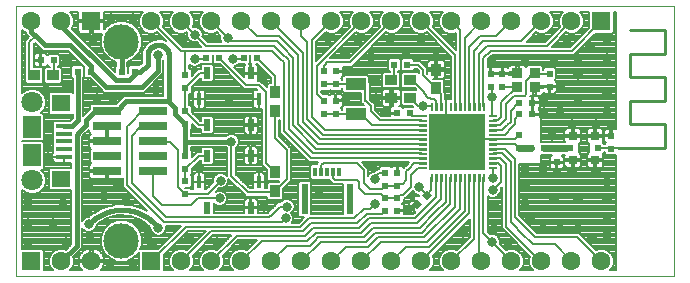
<source format=gtl>
G75*
%MOIN*%
%OFA0B0*%
%FSLAX25Y25*%
%IPPOS*%
%LPD*%
%AMOC8*
5,1,8,0,0,1.08239X$1,22.5*
%
%ADD10C,0.00000*%
%ADD11C,0.00236*%
%ADD12R,0.18504X0.18504*%
%ADD13C,0.03575*%
%ADD14R,0.03740X0.03346*%
%ADD15C,0.01000*%
%ADD16C,0.01000*%
%ADD17R,0.02362X0.02362*%
%ADD18R,0.04134X0.03543*%
%ADD19R,0.02362X0.02362*%
%ADD20R,0.03543X0.04134*%
%ADD21R,0.07087X0.03937*%
%ADD22R,0.03150X0.02953*%
%ADD23R,0.02283X0.01969*%
%ADD24R,0.01378X0.03150*%
%ADD25R,0.02362X0.10236*%
%ADD26R,0.09449X0.02992*%
%ADD27R,0.05315X0.01575*%
%ADD28R,0.06299X0.05512*%
%ADD29R,0.06102X0.07480*%
%ADD30C,0.07087*%
%ADD31C,0.11811*%
%ADD32R,0.02362X0.03937*%
%ADD33R,0.01772X0.03937*%
%ADD34R,0.06299X0.06299*%
%ADD35C,0.06299*%
%ADD36C,0.00787*%
%ADD37C,0.03175*%
%ADD38C,0.02362*%
%ADD39C,0.00591*%
%ADD40C,0.01575*%
%ADD41C,0.01600*%
D10*
X0003748Y0001394D02*
X0003748Y0091394D01*
X0222882Y0091394D01*
X0222882Y0001394D01*
X0003748Y0001394D01*
D11*
X0137784Y0037339D02*
X0140106Y0037339D01*
X0137784Y0037339D02*
X0137784Y0037889D01*
X0140106Y0037889D01*
X0140106Y0037339D01*
X0140106Y0037574D02*
X0137784Y0037574D01*
X0137784Y0037809D02*
X0140106Y0037809D01*
X0140106Y0038914D02*
X0137784Y0038914D01*
X0137784Y0039464D01*
X0140106Y0039464D01*
X0140106Y0038914D01*
X0140106Y0039149D02*
X0137784Y0039149D01*
X0137784Y0039384D02*
X0140106Y0039384D01*
X0140106Y0040489D02*
X0137784Y0040489D01*
X0137784Y0041039D01*
X0140106Y0041039D01*
X0140106Y0040489D01*
X0140106Y0040724D02*
X0137784Y0040724D01*
X0137784Y0040959D02*
X0140106Y0040959D01*
X0140106Y0042064D02*
X0137784Y0042064D01*
X0137784Y0042614D01*
X0140106Y0042614D01*
X0140106Y0042064D01*
X0140106Y0042299D02*
X0137784Y0042299D01*
X0137784Y0042534D02*
X0140106Y0042534D01*
X0140106Y0043638D02*
X0137784Y0043638D01*
X0137784Y0044188D01*
X0140106Y0044188D01*
X0140106Y0043638D01*
X0140106Y0043873D02*
X0137784Y0043873D01*
X0137784Y0044108D02*
X0140106Y0044108D01*
X0140106Y0045213D02*
X0137784Y0045213D01*
X0137784Y0045763D01*
X0140106Y0045763D01*
X0140106Y0045213D01*
X0140106Y0045448D02*
X0137784Y0045448D01*
X0137784Y0045683D02*
X0140106Y0045683D01*
X0140106Y0046788D02*
X0137784Y0046788D01*
X0137784Y0047338D01*
X0140106Y0047338D01*
X0140106Y0046788D01*
X0140106Y0047023D02*
X0137784Y0047023D01*
X0137784Y0047258D02*
X0140106Y0047258D01*
X0140106Y0048363D02*
X0137784Y0048363D01*
X0137784Y0048913D01*
X0140106Y0048913D01*
X0140106Y0048363D01*
X0140106Y0048598D02*
X0137784Y0048598D01*
X0137784Y0048833D02*
X0140106Y0048833D01*
X0140106Y0049938D02*
X0137784Y0049938D01*
X0137784Y0050488D01*
X0140106Y0050488D01*
X0140106Y0049938D01*
X0140106Y0050173D02*
X0137784Y0050173D01*
X0137784Y0050408D02*
X0140106Y0050408D01*
X0140106Y0051512D02*
X0137784Y0051512D01*
X0137784Y0052062D01*
X0140106Y0052062D01*
X0140106Y0051512D01*
X0140106Y0051747D02*
X0137784Y0051747D01*
X0137784Y0051982D02*
X0140106Y0051982D01*
X0140106Y0053087D02*
X0137784Y0053087D01*
X0137784Y0053637D01*
X0140106Y0053637D01*
X0140106Y0053087D01*
X0140106Y0053322D02*
X0137784Y0053322D01*
X0137784Y0053557D02*
X0140106Y0053557D01*
X0140106Y0054662D02*
X0137784Y0054662D01*
X0137784Y0055212D01*
X0140106Y0055212D01*
X0140106Y0054662D01*
X0140106Y0054897D02*
X0137784Y0054897D01*
X0137784Y0055132D02*
X0140106Y0055132D01*
X0141819Y0056926D02*
X0141819Y0059248D01*
X0142369Y0059248D01*
X0142369Y0056926D01*
X0141819Y0056926D01*
X0141819Y0057161D02*
X0142369Y0057161D01*
X0142369Y0057396D02*
X0141819Y0057396D01*
X0141819Y0057631D02*
X0142369Y0057631D01*
X0142369Y0057866D02*
X0141819Y0057866D01*
X0141819Y0058101D02*
X0142369Y0058101D01*
X0142369Y0058336D02*
X0141819Y0058336D01*
X0141819Y0058571D02*
X0142369Y0058571D01*
X0142369Y0058806D02*
X0141819Y0058806D01*
X0141819Y0059041D02*
X0142369Y0059041D01*
X0143394Y0059248D02*
X0143394Y0056926D01*
X0143394Y0059248D02*
X0143944Y0059248D01*
X0143944Y0056926D01*
X0143394Y0056926D01*
X0143394Y0057161D02*
X0143944Y0057161D01*
X0143944Y0057396D02*
X0143394Y0057396D01*
X0143394Y0057631D02*
X0143944Y0057631D01*
X0143944Y0057866D02*
X0143394Y0057866D01*
X0143394Y0058101D02*
X0143944Y0058101D01*
X0143944Y0058336D02*
X0143394Y0058336D01*
X0143394Y0058571D02*
X0143944Y0058571D01*
X0143944Y0058806D02*
X0143394Y0058806D01*
X0143394Y0059041D02*
X0143944Y0059041D01*
X0144969Y0059248D02*
X0144969Y0056926D01*
X0144969Y0059248D02*
X0145519Y0059248D01*
X0145519Y0056926D01*
X0144969Y0056926D01*
X0144969Y0057161D02*
X0145519Y0057161D01*
X0145519Y0057396D02*
X0144969Y0057396D01*
X0144969Y0057631D02*
X0145519Y0057631D01*
X0145519Y0057866D02*
X0144969Y0057866D01*
X0144969Y0058101D02*
X0145519Y0058101D01*
X0145519Y0058336D02*
X0144969Y0058336D01*
X0144969Y0058571D02*
X0145519Y0058571D01*
X0145519Y0058806D02*
X0144969Y0058806D01*
X0144969Y0059041D02*
X0145519Y0059041D01*
X0146544Y0059248D02*
X0146544Y0056926D01*
X0146544Y0059248D02*
X0147094Y0059248D01*
X0147094Y0056926D01*
X0146544Y0056926D01*
X0146544Y0057161D02*
X0147094Y0057161D01*
X0147094Y0057396D02*
X0146544Y0057396D01*
X0146544Y0057631D02*
X0147094Y0057631D01*
X0147094Y0057866D02*
X0146544Y0057866D01*
X0146544Y0058101D02*
X0147094Y0058101D01*
X0147094Y0058336D02*
X0146544Y0058336D01*
X0146544Y0058571D02*
X0147094Y0058571D01*
X0147094Y0058806D02*
X0146544Y0058806D01*
X0146544Y0059041D02*
X0147094Y0059041D01*
X0148119Y0059248D02*
X0148119Y0056926D01*
X0148119Y0059248D02*
X0148669Y0059248D01*
X0148669Y0056926D01*
X0148119Y0056926D01*
X0148119Y0057161D02*
X0148669Y0057161D01*
X0148669Y0057396D02*
X0148119Y0057396D01*
X0148119Y0057631D02*
X0148669Y0057631D01*
X0148669Y0057866D02*
X0148119Y0057866D01*
X0148119Y0058101D02*
X0148669Y0058101D01*
X0148669Y0058336D02*
X0148119Y0058336D01*
X0148119Y0058571D02*
X0148669Y0058571D01*
X0148669Y0058806D02*
X0148119Y0058806D01*
X0148119Y0059041D02*
X0148669Y0059041D01*
X0149694Y0059248D02*
X0149694Y0056926D01*
X0149694Y0059248D02*
X0150244Y0059248D01*
X0150244Y0056926D01*
X0149694Y0056926D01*
X0149694Y0057161D02*
X0150244Y0057161D01*
X0150244Y0057396D02*
X0149694Y0057396D01*
X0149694Y0057631D02*
X0150244Y0057631D01*
X0150244Y0057866D02*
X0149694Y0057866D01*
X0149694Y0058101D02*
X0150244Y0058101D01*
X0150244Y0058336D02*
X0149694Y0058336D01*
X0149694Y0058571D02*
X0150244Y0058571D01*
X0150244Y0058806D02*
X0149694Y0058806D01*
X0149694Y0059041D02*
X0150244Y0059041D01*
X0151268Y0059248D02*
X0151268Y0056926D01*
X0151268Y0059248D02*
X0151818Y0059248D01*
X0151818Y0056926D01*
X0151268Y0056926D01*
X0151268Y0057161D02*
X0151818Y0057161D01*
X0151818Y0057396D02*
X0151268Y0057396D01*
X0151268Y0057631D02*
X0151818Y0057631D01*
X0151818Y0057866D02*
X0151268Y0057866D01*
X0151268Y0058101D02*
X0151818Y0058101D01*
X0151818Y0058336D02*
X0151268Y0058336D01*
X0151268Y0058571D02*
X0151818Y0058571D01*
X0151818Y0058806D02*
X0151268Y0058806D01*
X0151268Y0059041D02*
X0151818Y0059041D01*
X0152843Y0059248D02*
X0152843Y0056926D01*
X0152843Y0059248D02*
X0153393Y0059248D01*
X0153393Y0056926D01*
X0152843Y0056926D01*
X0152843Y0057161D02*
X0153393Y0057161D01*
X0153393Y0057396D02*
X0152843Y0057396D01*
X0152843Y0057631D02*
X0153393Y0057631D01*
X0153393Y0057866D02*
X0152843Y0057866D01*
X0152843Y0058101D02*
X0153393Y0058101D01*
X0153393Y0058336D02*
X0152843Y0058336D01*
X0152843Y0058571D02*
X0153393Y0058571D01*
X0153393Y0058806D02*
X0152843Y0058806D01*
X0152843Y0059041D02*
X0153393Y0059041D01*
X0154418Y0059248D02*
X0154418Y0056926D01*
X0154418Y0059248D02*
X0154968Y0059248D01*
X0154968Y0056926D01*
X0154418Y0056926D01*
X0154418Y0057161D02*
X0154968Y0057161D01*
X0154968Y0057396D02*
X0154418Y0057396D01*
X0154418Y0057631D02*
X0154968Y0057631D01*
X0154968Y0057866D02*
X0154418Y0057866D01*
X0154418Y0058101D02*
X0154968Y0058101D01*
X0154968Y0058336D02*
X0154418Y0058336D01*
X0154418Y0058571D02*
X0154968Y0058571D01*
X0154968Y0058806D02*
X0154418Y0058806D01*
X0154418Y0059041D02*
X0154968Y0059041D01*
X0155993Y0059248D02*
X0155993Y0056926D01*
X0155993Y0059248D02*
X0156543Y0059248D01*
X0156543Y0056926D01*
X0155993Y0056926D01*
X0155993Y0057161D02*
X0156543Y0057161D01*
X0156543Y0057396D02*
X0155993Y0057396D01*
X0155993Y0057631D02*
X0156543Y0057631D01*
X0156543Y0057866D02*
X0155993Y0057866D01*
X0155993Y0058101D02*
X0156543Y0058101D01*
X0156543Y0058336D02*
X0155993Y0058336D01*
X0155993Y0058571D02*
X0156543Y0058571D01*
X0156543Y0058806D02*
X0155993Y0058806D01*
X0155993Y0059041D02*
X0156543Y0059041D01*
X0157568Y0059248D02*
X0157568Y0056926D01*
X0157568Y0059248D02*
X0158118Y0059248D01*
X0158118Y0056926D01*
X0157568Y0056926D01*
X0157568Y0057161D02*
X0158118Y0057161D01*
X0158118Y0057396D02*
X0157568Y0057396D01*
X0157568Y0057631D02*
X0158118Y0057631D01*
X0158118Y0057866D02*
X0157568Y0057866D01*
X0157568Y0058101D02*
X0158118Y0058101D01*
X0158118Y0058336D02*
X0157568Y0058336D01*
X0157568Y0058571D02*
X0158118Y0058571D01*
X0158118Y0058806D02*
X0157568Y0058806D01*
X0157568Y0059041D02*
X0158118Y0059041D01*
X0159142Y0059248D02*
X0159142Y0056926D01*
X0159142Y0059248D02*
X0159692Y0059248D01*
X0159692Y0056926D01*
X0159142Y0056926D01*
X0159142Y0057161D02*
X0159692Y0057161D01*
X0159692Y0057396D02*
X0159142Y0057396D01*
X0159142Y0057631D02*
X0159692Y0057631D01*
X0159692Y0057866D02*
X0159142Y0057866D01*
X0159142Y0058101D02*
X0159692Y0058101D01*
X0159692Y0058336D02*
X0159142Y0058336D01*
X0159142Y0058571D02*
X0159692Y0058571D01*
X0159692Y0058806D02*
X0159142Y0058806D01*
X0159142Y0059041D02*
X0159692Y0059041D01*
X0161406Y0055212D02*
X0163728Y0055212D01*
X0163728Y0054662D01*
X0161406Y0054662D01*
X0161406Y0055212D01*
X0161406Y0054897D02*
X0163728Y0054897D01*
X0163728Y0055132D02*
X0161406Y0055132D01*
X0161406Y0053637D02*
X0163728Y0053637D01*
X0163728Y0053087D01*
X0161406Y0053087D01*
X0161406Y0053637D01*
X0161406Y0053322D02*
X0163728Y0053322D01*
X0163728Y0053557D02*
X0161406Y0053557D01*
X0161406Y0052062D02*
X0163728Y0052062D01*
X0163728Y0051512D01*
X0161406Y0051512D01*
X0161406Y0052062D01*
X0161406Y0051747D02*
X0163728Y0051747D01*
X0163728Y0051982D02*
X0161406Y0051982D01*
X0161406Y0050488D02*
X0163728Y0050488D01*
X0163728Y0049938D01*
X0161406Y0049938D01*
X0161406Y0050488D01*
X0161406Y0050173D02*
X0163728Y0050173D01*
X0163728Y0050408D02*
X0161406Y0050408D01*
X0161406Y0048913D02*
X0163728Y0048913D01*
X0163728Y0048363D01*
X0161406Y0048363D01*
X0161406Y0048913D01*
X0161406Y0048598D02*
X0163728Y0048598D01*
X0163728Y0048833D02*
X0161406Y0048833D01*
X0161406Y0047338D02*
X0163728Y0047338D01*
X0163728Y0046788D01*
X0161406Y0046788D01*
X0161406Y0047338D01*
X0161406Y0047023D02*
X0163728Y0047023D01*
X0163728Y0047258D02*
X0161406Y0047258D01*
X0161406Y0045763D02*
X0163728Y0045763D01*
X0163728Y0045213D01*
X0161406Y0045213D01*
X0161406Y0045763D01*
X0161406Y0045448D02*
X0163728Y0045448D01*
X0163728Y0045683D02*
X0161406Y0045683D01*
X0161406Y0044188D02*
X0163728Y0044188D01*
X0163728Y0043638D01*
X0161406Y0043638D01*
X0161406Y0044188D01*
X0161406Y0043873D02*
X0163728Y0043873D01*
X0163728Y0044108D02*
X0161406Y0044108D01*
X0161406Y0042614D02*
X0163728Y0042614D01*
X0163728Y0042064D01*
X0161406Y0042064D01*
X0161406Y0042614D01*
X0161406Y0042299D02*
X0163728Y0042299D01*
X0163728Y0042534D02*
X0161406Y0042534D01*
X0161406Y0041039D02*
X0163728Y0041039D01*
X0163728Y0040489D01*
X0161406Y0040489D01*
X0161406Y0041039D01*
X0161406Y0040724D02*
X0163728Y0040724D01*
X0163728Y0040959D02*
X0161406Y0040959D01*
X0161406Y0039464D02*
X0163728Y0039464D01*
X0163728Y0038914D01*
X0161406Y0038914D01*
X0161406Y0039464D01*
X0161406Y0039149D02*
X0163728Y0039149D01*
X0163728Y0039384D02*
X0161406Y0039384D01*
X0161406Y0037889D02*
X0163728Y0037889D01*
X0163728Y0037339D01*
X0161406Y0037339D01*
X0161406Y0037889D01*
X0161406Y0037574D02*
X0163728Y0037574D01*
X0163728Y0037809D02*
X0161406Y0037809D01*
X0159692Y0035626D02*
X0159692Y0033304D01*
X0159142Y0033304D01*
X0159142Y0035626D01*
X0159692Y0035626D01*
X0159692Y0033539D02*
X0159142Y0033539D01*
X0159142Y0033774D02*
X0159692Y0033774D01*
X0159692Y0034009D02*
X0159142Y0034009D01*
X0159142Y0034244D02*
X0159692Y0034244D01*
X0159692Y0034479D02*
X0159142Y0034479D01*
X0159142Y0034714D02*
X0159692Y0034714D01*
X0159692Y0034949D02*
X0159142Y0034949D01*
X0159142Y0035184D02*
X0159692Y0035184D01*
X0159692Y0035419D02*
X0159142Y0035419D01*
X0158118Y0035626D02*
X0158118Y0033304D01*
X0157568Y0033304D01*
X0157568Y0035626D01*
X0158118Y0035626D01*
X0158118Y0033539D02*
X0157568Y0033539D01*
X0157568Y0033774D02*
X0158118Y0033774D01*
X0158118Y0034009D02*
X0157568Y0034009D01*
X0157568Y0034244D02*
X0158118Y0034244D01*
X0158118Y0034479D02*
X0157568Y0034479D01*
X0157568Y0034714D02*
X0158118Y0034714D01*
X0158118Y0034949D02*
X0157568Y0034949D01*
X0157568Y0035184D02*
X0158118Y0035184D01*
X0158118Y0035419D02*
X0157568Y0035419D01*
X0156543Y0035626D02*
X0156543Y0033304D01*
X0155993Y0033304D01*
X0155993Y0035626D01*
X0156543Y0035626D01*
X0156543Y0033539D02*
X0155993Y0033539D01*
X0155993Y0033774D02*
X0156543Y0033774D01*
X0156543Y0034009D02*
X0155993Y0034009D01*
X0155993Y0034244D02*
X0156543Y0034244D01*
X0156543Y0034479D02*
X0155993Y0034479D01*
X0155993Y0034714D02*
X0156543Y0034714D01*
X0156543Y0034949D02*
X0155993Y0034949D01*
X0155993Y0035184D02*
X0156543Y0035184D01*
X0156543Y0035419D02*
X0155993Y0035419D01*
X0154968Y0035626D02*
X0154968Y0033304D01*
X0154418Y0033304D01*
X0154418Y0035626D01*
X0154968Y0035626D01*
X0154968Y0033539D02*
X0154418Y0033539D01*
X0154418Y0033774D02*
X0154968Y0033774D01*
X0154968Y0034009D02*
X0154418Y0034009D01*
X0154418Y0034244D02*
X0154968Y0034244D01*
X0154968Y0034479D02*
X0154418Y0034479D01*
X0154418Y0034714D02*
X0154968Y0034714D01*
X0154968Y0034949D02*
X0154418Y0034949D01*
X0154418Y0035184D02*
X0154968Y0035184D01*
X0154968Y0035419D02*
X0154418Y0035419D01*
X0153393Y0035626D02*
X0153393Y0033304D01*
X0152843Y0033304D01*
X0152843Y0035626D01*
X0153393Y0035626D01*
X0153393Y0033539D02*
X0152843Y0033539D01*
X0152843Y0033774D02*
X0153393Y0033774D01*
X0153393Y0034009D02*
X0152843Y0034009D01*
X0152843Y0034244D02*
X0153393Y0034244D01*
X0153393Y0034479D02*
X0152843Y0034479D01*
X0152843Y0034714D02*
X0153393Y0034714D01*
X0153393Y0034949D02*
X0152843Y0034949D01*
X0152843Y0035184D02*
X0153393Y0035184D01*
X0153393Y0035419D02*
X0152843Y0035419D01*
X0151818Y0035626D02*
X0151818Y0033304D01*
X0151268Y0033304D01*
X0151268Y0035626D01*
X0151818Y0035626D01*
X0151818Y0033539D02*
X0151268Y0033539D01*
X0151268Y0033774D02*
X0151818Y0033774D01*
X0151818Y0034009D02*
X0151268Y0034009D01*
X0151268Y0034244D02*
X0151818Y0034244D01*
X0151818Y0034479D02*
X0151268Y0034479D01*
X0151268Y0034714D02*
X0151818Y0034714D01*
X0151818Y0034949D02*
X0151268Y0034949D01*
X0151268Y0035184D02*
X0151818Y0035184D01*
X0151818Y0035419D02*
X0151268Y0035419D01*
X0150244Y0035626D02*
X0150244Y0033304D01*
X0149694Y0033304D01*
X0149694Y0035626D01*
X0150244Y0035626D01*
X0150244Y0033539D02*
X0149694Y0033539D01*
X0149694Y0033774D02*
X0150244Y0033774D01*
X0150244Y0034009D02*
X0149694Y0034009D01*
X0149694Y0034244D02*
X0150244Y0034244D01*
X0150244Y0034479D02*
X0149694Y0034479D01*
X0149694Y0034714D02*
X0150244Y0034714D01*
X0150244Y0034949D02*
X0149694Y0034949D01*
X0149694Y0035184D02*
X0150244Y0035184D01*
X0150244Y0035419D02*
X0149694Y0035419D01*
X0148669Y0035626D02*
X0148669Y0033304D01*
X0148119Y0033304D01*
X0148119Y0035626D01*
X0148669Y0035626D01*
X0148669Y0033539D02*
X0148119Y0033539D01*
X0148119Y0033774D02*
X0148669Y0033774D01*
X0148669Y0034009D02*
X0148119Y0034009D01*
X0148119Y0034244D02*
X0148669Y0034244D01*
X0148669Y0034479D02*
X0148119Y0034479D01*
X0148119Y0034714D02*
X0148669Y0034714D01*
X0148669Y0034949D02*
X0148119Y0034949D01*
X0148119Y0035184D02*
X0148669Y0035184D01*
X0148669Y0035419D02*
X0148119Y0035419D01*
X0147094Y0035626D02*
X0147094Y0033304D01*
X0146544Y0033304D01*
X0146544Y0035626D01*
X0147094Y0035626D01*
X0147094Y0033539D02*
X0146544Y0033539D01*
X0146544Y0033774D02*
X0147094Y0033774D01*
X0147094Y0034009D02*
X0146544Y0034009D01*
X0146544Y0034244D02*
X0147094Y0034244D01*
X0147094Y0034479D02*
X0146544Y0034479D01*
X0146544Y0034714D02*
X0147094Y0034714D01*
X0147094Y0034949D02*
X0146544Y0034949D01*
X0146544Y0035184D02*
X0147094Y0035184D01*
X0147094Y0035419D02*
X0146544Y0035419D01*
X0145519Y0035626D02*
X0145519Y0033304D01*
X0144969Y0033304D01*
X0144969Y0035626D01*
X0145519Y0035626D01*
X0145519Y0033539D02*
X0144969Y0033539D01*
X0144969Y0033774D02*
X0145519Y0033774D01*
X0145519Y0034009D02*
X0144969Y0034009D01*
X0144969Y0034244D02*
X0145519Y0034244D01*
X0145519Y0034479D02*
X0144969Y0034479D01*
X0144969Y0034714D02*
X0145519Y0034714D01*
X0145519Y0034949D02*
X0144969Y0034949D01*
X0144969Y0035184D02*
X0145519Y0035184D01*
X0145519Y0035419D02*
X0144969Y0035419D01*
X0143944Y0035626D02*
X0143944Y0033304D01*
X0143394Y0033304D01*
X0143394Y0035626D01*
X0143944Y0035626D01*
X0143944Y0033539D02*
X0143394Y0033539D01*
X0143394Y0033774D02*
X0143944Y0033774D01*
X0143944Y0034009D02*
X0143394Y0034009D01*
X0143394Y0034244D02*
X0143944Y0034244D01*
X0143944Y0034479D02*
X0143394Y0034479D01*
X0143394Y0034714D02*
X0143944Y0034714D01*
X0143944Y0034949D02*
X0143394Y0034949D01*
X0143394Y0035184D02*
X0143944Y0035184D01*
X0143944Y0035419D02*
X0143394Y0035419D01*
X0142369Y0035626D02*
X0142369Y0033304D01*
X0141819Y0033304D01*
X0141819Y0035626D01*
X0142369Y0035626D01*
X0142369Y0033539D02*
X0141819Y0033539D01*
X0141819Y0033774D02*
X0142369Y0033774D01*
X0142369Y0034009D02*
X0141819Y0034009D01*
X0141819Y0034244D02*
X0142369Y0034244D01*
X0142369Y0034479D02*
X0141819Y0034479D01*
X0141819Y0034714D02*
X0142369Y0034714D01*
X0142369Y0034949D02*
X0141819Y0034949D01*
X0141819Y0035184D02*
X0142369Y0035184D01*
X0142369Y0035419D02*
X0141819Y0035419D01*
D12*
X0150756Y0046276D03*
D13*
X0153118Y0043913D03*
X0157843Y0043913D03*
X0157843Y0039189D03*
X0153118Y0039189D03*
X0148394Y0039189D03*
X0143669Y0039189D03*
X0143669Y0043913D03*
X0148394Y0043913D03*
X0148394Y0048638D03*
X0143669Y0048638D03*
X0143669Y0053362D03*
X0148394Y0053362D03*
X0153118Y0053362D03*
X0157843Y0053362D03*
X0157843Y0048638D03*
X0153118Y0048638D03*
D14*
X0170736Y0064484D03*
X0176445Y0064484D03*
X0176445Y0069012D03*
X0170736Y0069012D03*
D15*
X0208236Y0067732D02*
X0208236Y0075606D01*
X0220047Y0075606D01*
X0220047Y0083480D01*
X0208236Y0083480D01*
X0208236Y0067732D02*
X0220047Y0067732D01*
X0220047Y0059858D01*
X0208236Y0059858D01*
X0208236Y0051984D01*
X0220047Y0051984D01*
X0220047Y0044110D01*
X0204299Y0044110D01*
D16*
X0204299Y0044110D03*
D17*
X0201937Y0043913D03*
X0201937Y0048244D03*
X0183827Y0043717D03*
X0179693Y0044110D03*
X0175362Y0044110D03*
X0171228Y0044110D03*
X0171228Y0048441D03*
X0171425Y0055331D03*
X0175756Y0055331D03*
X0175756Y0059268D03*
X0171425Y0059268D03*
X0165717Y0064583D03*
X0161780Y0064583D03*
X0161780Y0068913D03*
X0165717Y0068913D03*
X0181465Y0068913D03*
X0181465Y0064583D03*
X0134811Y0055724D03*
X0130480Y0055724D03*
X0110205Y0055528D03*
X0106268Y0055528D03*
X0106268Y0059858D03*
X0110205Y0059858D03*
X0110205Y0065370D03*
X0106268Y0065370D03*
X0106268Y0069701D03*
X0110205Y0069701D03*
X0129693Y0071866D03*
X0134024Y0071866D03*
X0083866Y0074228D03*
X0079535Y0074228D03*
X0071268Y0074228D03*
X0066937Y0074228D03*
X0060047Y0068520D03*
X0060047Y0064189D03*
X0043118Y0069504D03*
X0038787Y0069504D03*
X0028551Y0069504D03*
X0024220Y0069504D03*
X0016150Y0073441D03*
X0011819Y0073441D03*
X0060047Y0056315D03*
X0060047Y0051984D03*
X0060047Y0041354D03*
X0060047Y0037024D03*
X0060047Y0033087D03*
X0060047Y0028756D03*
X0126740Y0027575D03*
X0130677Y0027575D03*
X0130677Y0031512D03*
X0126740Y0031512D03*
X0126740Y0035843D03*
X0130677Y0035843D03*
X0130677Y0023244D03*
X0126740Y0023244D03*
X0183827Y0039386D03*
D18*
X0135008Y0060843D03*
X0128709Y0060843D03*
X0128709Y0066748D03*
X0135008Y0066748D03*
X0015953Y0068323D03*
X0009654Y0068323D03*
D19*
G36*
X0135744Y0025453D02*
X0137414Y0027123D01*
X0139084Y0025453D01*
X0137414Y0023783D01*
X0135744Y0025453D01*
G37*
G36*
X0138806Y0028515D02*
X0140476Y0030185D01*
X0142146Y0028515D01*
X0140476Y0026845D01*
X0138806Y0028515D01*
G37*
D20*
X0089969Y0029740D03*
X0089969Y0036039D03*
X0089969Y0056512D03*
X0089969Y0062811D03*
X0143669Y0063992D03*
X0143669Y0070291D03*
D21*
X0116898Y0065370D03*
X0116898Y0055528D03*
D22*
X0189142Y0048146D03*
X0196622Y0048146D03*
X0196622Y0040075D03*
X0189142Y0040075D03*
D23*
X0188315Y0044110D03*
X0197449Y0044110D03*
D24*
X0111268Y0036197D03*
X0109299Y0036197D03*
X0107331Y0036197D03*
X0105362Y0036197D03*
X0103394Y0036197D03*
D25*
X0099850Y0027142D03*
X0114811Y0027142D03*
D26*
X0049181Y0036394D03*
X0049181Y0041394D03*
X0049181Y0046394D03*
X0049181Y0051394D03*
X0049181Y0056394D03*
X0033827Y0056394D03*
X0033827Y0051394D03*
X0033827Y0046394D03*
X0033827Y0041394D03*
X0033827Y0036394D03*
D27*
X0019535Y0041276D03*
X0019535Y0043835D03*
X0019535Y0046394D03*
X0019535Y0048953D03*
X0019535Y0051512D03*
D28*
X0018650Y0058992D03*
X0018650Y0033795D03*
D29*
X0009004Y0041669D03*
X0009004Y0051118D03*
D30*
X0009004Y0059386D03*
X0009004Y0033402D03*
D31*
X0038748Y0013185D03*
X0038748Y0079602D03*
D32*
X0067331Y0069110D03*
X0081898Y0069110D03*
X0081898Y0051787D03*
X0067331Y0051787D03*
X0067331Y0041551D03*
X0081898Y0041551D03*
X0081898Y0024228D03*
X0067331Y0024228D03*
D33*
X0064673Y0032890D03*
X0084555Y0032890D03*
X0084555Y0060449D03*
X0064673Y0060449D03*
D34*
X0028748Y0086394D03*
X0198748Y0086394D03*
X0048748Y0006394D03*
X0008748Y0006394D03*
D35*
X0018748Y0006394D03*
X0028748Y0006394D03*
X0058748Y0006394D03*
X0068748Y0006394D03*
X0078748Y0006394D03*
X0088748Y0006394D03*
X0098748Y0006394D03*
X0108748Y0006394D03*
X0118748Y0006394D03*
X0128748Y0006394D03*
X0138748Y0006394D03*
X0148748Y0006394D03*
X0158748Y0006394D03*
X0168748Y0006394D03*
X0178748Y0006394D03*
X0188748Y0006394D03*
X0198748Y0006394D03*
X0188748Y0086394D03*
X0178748Y0086394D03*
X0168748Y0086394D03*
X0158748Y0086394D03*
X0148748Y0086394D03*
X0138748Y0086394D03*
X0128748Y0086394D03*
X0118748Y0086394D03*
X0108748Y0086394D03*
X0098748Y0086394D03*
X0088748Y0086394D03*
X0078748Y0086394D03*
X0068748Y0086394D03*
X0058748Y0086394D03*
X0048748Y0086394D03*
X0018748Y0086394D03*
X0008748Y0086394D03*
D36*
X0005717Y0083579D02*
X0006406Y0082889D01*
X0006964Y0082658D01*
X0006964Y0082072D01*
X0007910Y0081126D01*
X0006701Y0079917D01*
X0006701Y0070601D01*
X0006602Y0070502D01*
X0006602Y0066143D01*
X0007179Y0065567D01*
X0012128Y0065567D01*
X0012705Y0066143D01*
X0012705Y0070502D01*
X0012128Y0071079D01*
X0009457Y0071079D01*
X0009457Y0078776D01*
X0009867Y0079186D01*
X0012463Y0076591D01*
X0020928Y0076591D01*
X0026406Y0071113D01*
X0026386Y0071093D01*
X0026386Y0067915D01*
X0026962Y0067339D01*
X0028211Y0067339D01*
X0031898Y0063652D01*
X0032935Y0062614D01*
X0046214Y0062614D01*
X0051726Y0068126D01*
X0052764Y0069164D01*
X0052764Y0073347D01*
X0052764Y0073347D01*
X0052764Y0061433D01*
X0049471Y0061433D01*
X0039628Y0061433D01*
X0038591Y0060395D01*
X0037069Y0058874D01*
X0028695Y0058874D01*
X0028118Y0058297D01*
X0028118Y0057027D01*
X0027948Y0056857D01*
X0025992Y0054901D01*
X0025992Y0067521D01*
X0026386Y0067915D01*
X0026386Y0071093D01*
X0025809Y0071669D01*
X0022632Y0071669D01*
X0022055Y0071093D01*
X0022055Y0067915D01*
X0022449Y0067521D01*
X0022449Y0062490D01*
X0022207Y0062732D01*
X0015092Y0062732D01*
X0014516Y0062156D01*
X0014516Y0055829D01*
X0015092Y0055252D01*
X0022207Y0055252D01*
X0022449Y0055494D01*
X0022449Y0054096D01*
X0021636Y0053283D01*
X0016470Y0053283D01*
X0015894Y0052707D01*
X0015894Y0050317D01*
X0015978Y0050232D01*
X0015894Y0050148D01*
X0015894Y0047758D01*
X0015978Y0047673D01*
X0015894Y0047589D01*
X0015894Y0045199D01*
X0015978Y0045114D01*
X0015894Y0045030D01*
X0015894Y0042720D01*
X0015777Y0042519D01*
X0015697Y0042218D01*
X0015697Y0041276D01*
X0019535Y0041276D01*
X0019535Y0041276D01*
X0015697Y0041276D01*
X0015697Y0040333D01*
X0015777Y0040032D01*
X0015933Y0039763D01*
X0016153Y0039543D01*
X0016422Y0039388D01*
X0016722Y0039307D01*
X0019535Y0039307D01*
X0019535Y0041275D01*
X0019535Y0041275D01*
X0019535Y0039307D01*
X0022055Y0039307D01*
X0022055Y0037535D01*
X0015092Y0037535D01*
X0014516Y0036959D01*
X0014516Y0030632D01*
X0015092Y0030055D01*
X0022055Y0030055D01*
X0022055Y0012224D01*
X0020128Y0010297D01*
X0019570Y0010528D01*
X0017926Y0010528D01*
X0016406Y0009898D01*
X0015244Y0008735D01*
X0014614Y0007216D01*
X0014614Y0005571D01*
X0015244Y0004052D01*
X0015933Y0003362D01*
X0012882Y0003362D01*
X0012882Y0009951D01*
X0012305Y0010528D01*
X0005717Y0010528D01*
X0005717Y0030286D01*
X0006439Y0029563D01*
X0008103Y0028874D01*
X0009905Y0028874D01*
X0011569Y0029563D01*
X0012842Y0030837D01*
X0013531Y0032501D01*
X0013531Y0034302D01*
X0012842Y0035966D01*
X0011864Y0036945D01*
X0012463Y0036945D01*
X0013039Y0037521D01*
X0013039Y0045817D01*
X0012463Y0046394D01*
X0013039Y0046970D01*
X0013039Y0055266D01*
X0012463Y0055843D01*
X0011864Y0055843D01*
X0012842Y0056821D01*
X0013531Y0058485D01*
X0013531Y0060286D01*
X0012842Y0061950D01*
X0011569Y0063224D01*
X0009905Y0063913D01*
X0008103Y0063913D01*
X0006439Y0063224D01*
X0005717Y0062501D01*
X0005717Y0083579D01*
X0005717Y0083129D02*
X0006167Y0083129D01*
X0005717Y0082343D02*
X0006964Y0082343D01*
X0007479Y0081557D02*
X0005717Y0081557D01*
X0005717Y0080771D02*
X0007554Y0080771D01*
X0006769Y0079985D02*
X0005717Y0079985D01*
X0005717Y0079199D02*
X0006701Y0079199D01*
X0006701Y0078413D02*
X0005717Y0078413D01*
X0005717Y0077627D02*
X0006701Y0077627D01*
X0006701Y0076841D02*
X0005717Y0076841D01*
X0005717Y0076055D02*
X0006701Y0076055D01*
X0006701Y0075270D02*
X0005717Y0075270D01*
X0005717Y0074484D02*
X0006701Y0074484D01*
X0006701Y0073698D02*
X0005717Y0073698D01*
X0005717Y0072912D02*
X0006701Y0072912D01*
X0006701Y0072126D02*
X0005717Y0072126D01*
X0005717Y0071340D02*
X0006701Y0071340D01*
X0006654Y0070554D02*
X0005717Y0070554D01*
X0005717Y0069768D02*
X0006602Y0069768D01*
X0006602Y0068982D02*
X0005717Y0068982D01*
X0005717Y0068196D02*
X0006602Y0068196D01*
X0006602Y0067410D02*
X0005717Y0067410D01*
X0005717Y0066624D02*
X0006602Y0066624D01*
X0006907Y0065839D02*
X0005717Y0065839D01*
X0005717Y0065053D02*
X0022449Y0065053D01*
X0022449Y0065839D02*
X0018699Y0065839D01*
X0018427Y0065567D02*
X0019004Y0066143D01*
X0019004Y0070502D01*
X0018427Y0071079D01*
X0017528Y0071079D01*
X0017528Y0071276D01*
X0017738Y0071276D01*
X0018315Y0071852D01*
X0018315Y0075030D01*
X0017738Y0075606D01*
X0014561Y0075606D01*
X0014076Y0075121D01*
X0013945Y0075347D01*
X0013725Y0075567D01*
X0013456Y0075723D01*
X0013155Y0075803D01*
X0012016Y0075803D01*
X0012016Y0073638D01*
X0011622Y0073638D01*
X0011622Y0075803D01*
X0010482Y0075803D01*
X0010182Y0075723D01*
X0009913Y0075567D01*
X0009693Y0075347D01*
X0009537Y0075078D01*
X0009457Y0074778D01*
X0009457Y0073638D01*
X0011622Y0073638D01*
X0011622Y0073244D01*
X0012016Y0073244D01*
X0012016Y0071079D01*
X0013155Y0071079D01*
X0013456Y0071159D01*
X0013725Y0071315D01*
X0013945Y0071535D01*
X0014076Y0071761D01*
X0014561Y0071276D01*
X0014772Y0071276D01*
X0014772Y0071079D01*
X0013478Y0071079D01*
X0012902Y0070502D01*
X0012902Y0066143D01*
X0013478Y0065567D01*
X0018427Y0065567D01*
X0019004Y0066624D02*
X0022449Y0066624D01*
X0022449Y0067410D02*
X0019004Y0067410D01*
X0019004Y0068196D02*
X0022055Y0068196D01*
X0022055Y0068982D02*
X0019004Y0068982D01*
X0019004Y0069768D02*
X0022055Y0069768D01*
X0022055Y0070554D02*
X0018952Y0070554D01*
X0017803Y0071340D02*
X0022302Y0071340D01*
X0025392Y0072126D02*
X0018315Y0072126D01*
X0018315Y0072912D02*
X0024606Y0072912D01*
X0023820Y0073698D02*
X0018315Y0073698D01*
X0018315Y0074484D02*
X0023035Y0074484D01*
X0022249Y0075270D02*
X0018075Y0075270D01*
X0021463Y0076055D02*
X0009457Y0076055D01*
X0009457Y0075270D02*
X0009648Y0075270D01*
X0009457Y0074484D02*
X0009457Y0074484D01*
X0009457Y0073698D02*
X0009457Y0073698D01*
X0009457Y0073244D02*
X0009457Y0072104D01*
X0009537Y0071804D01*
X0009693Y0071535D01*
X0009913Y0071315D01*
X0010182Y0071159D01*
X0010482Y0071079D01*
X0011622Y0071079D01*
X0011622Y0073244D01*
X0009457Y0073244D01*
X0009457Y0072912D02*
X0009457Y0072912D01*
X0009457Y0072126D02*
X0009457Y0072126D01*
X0009457Y0071340D02*
X0009887Y0071340D01*
X0011622Y0071340D02*
X0012016Y0071340D01*
X0012016Y0072126D02*
X0011622Y0072126D01*
X0011622Y0072912D02*
X0012016Y0072912D01*
X0012016Y0073698D02*
X0011622Y0073698D01*
X0011622Y0074484D02*
X0012016Y0074484D01*
X0012016Y0075270D02*
X0011622Y0075270D01*
X0012212Y0076841D02*
X0009457Y0076841D01*
X0009457Y0077627D02*
X0011426Y0077627D01*
X0010640Y0078413D02*
X0009457Y0078413D01*
X0008079Y0079346D02*
X0010146Y0081413D01*
X0008079Y0079346D02*
X0008079Y0069504D01*
X0008354Y0069228D01*
X0008748Y0069228D01*
X0009654Y0068323D01*
X0012705Y0068196D02*
X0012902Y0068196D01*
X0012902Y0067410D02*
X0012705Y0067410D01*
X0012705Y0066624D02*
X0012902Y0066624D01*
X0013206Y0065839D02*
X0012400Y0065839D01*
X0010949Y0063481D02*
X0022449Y0063481D01*
X0022449Y0064267D02*
X0005717Y0064267D01*
X0005717Y0063481D02*
X0007059Y0063481D01*
X0005910Y0062695D02*
X0005717Y0062695D01*
X0012098Y0062695D02*
X0015055Y0062695D01*
X0014516Y0061909D02*
X0012859Y0061909D01*
X0013185Y0061123D02*
X0014516Y0061123D01*
X0014516Y0060337D02*
X0013510Y0060337D01*
X0013531Y0059551D02*
X0014516Y0059551D01*
X0014516Y0058765D02*
X0013531Y0058765D01*
X0013322Y0057979D02*
X0014516Y0057979D01*
X0014516Y0057194D02*
X0012996Y0057194D01*
X0012429Y0056408D02*
X0014516Y0056408D01*
X0014723Y0055622D02*
X0012684Y0055622D01*
X0013039Y0054836D02*
X0022449Y0054836D01*
X0022403Y0054050D02*
X0013039Y0054050D01*
X0013039Y0053264D02*
X0016451Y0053264D01*
X0015894Y0052478D02*
X0013039Y0052478D01*
X0013039Y0051692D02*
X0015894Y0051692D01*
X0015894Y0050906D02*
X0013039Y0050906D01*
X0013039Y0050120D02*
X0015894Y0050120D01*
X0015894Y0049334D02*
X0013039Y0049334D01*
X0013039Y0048548D02*
X0015894Y0048548D01*
X0015894Y0047763D02*
X0013039Y0047763D01*
X0013039Y0046977D02*
X0015894Y0046977D01*
X0015894Y0046191D02*
X0012666Y0046191D01*
X0012463Y0046394D02*
X0005717Y0046394D01*
X0012463Y0046394D01*
X0013039Y0045405D02*
X0015894Y0045405D01*
X0015894Y0044619D02*
X0013039Y0044619D01*
X0013039Y0043833D02*
X0015894Y0043833D01*
X0015894Y0043047D02*
X0013039Y0043047D01*
X0013039Y0042261D02*
X0015708Y0042261D01*
X0015697Y0041475D02*
X0013039Y0041475D01*
X0013039Y0040689D02*
X0015697Y0040689D01*
X0015852Y0039903D02*
X0013039Y0039903D01*
X0013039Y0039118D02*
X0022055Y0039118D01*
X0022055Y0038332D02*
X0013039Y0038332D01*
X0013039Y0037546D02*
X0022055Y0037546D01*
X0025598Y0037546D02*
X0027921Y0037546D01*
X0027921Y0038045D02*
X0027921Y0036748D01*
X0033472Y0036748D01*
X0033472Y0036039D01*
X0027921Y0036039D01*
X0027921Y0034742D01*
X0028002Y0034442D01*
X0028157Y0034172D01*
X0028377Y0033953D01*
X0028646Y0033797D01*
X0028947Y0033717D01*
X0033472Y0033717D01*
X0033472Y0036039D01*
X0034181Y0036039D01*
X0034181Y0033717D01*
X0038707Y0033717D01*
X0039007Y0033797D01*
X0039276Y0033953D01*
X0039378Y0034054D01*
X0039378Y0031138D01*
X0047258Y0023258D01*
X0046936Y0023494D01*
X0042284Y0025150D01*
X0037353Y0025402D01*
X0032556Y0024230D01*
X0028298Y0021731D01*
X0027886Y0021288D01*
X0027402Y0021288D01*
X0026457Y0020897D01*
X0025733Y0020173D01*
X0025598Y0019848D01*
X0025598Y0047904D01*
X0026386Y0048691D01*
X0027921Y0050227D01*
X0027921Y0049742D01*
X0028002Y0049442D01*
X0028157Y0049172D01*
X0028377Y0048953D01*
X0028479Y0048894D01*
X0028377Y0048835D01*
X0028157Y0048615D01*
X0028002Y0048346D01*
X0027921Y0048045D01*
X0027921Y0046748D01*
X0033472Y0046748D01*
X0033472Y0046039D01*
X0027921Y0046039D01*
X0027921Y0044742D01*
X0028002Y0044442D01*
X0028157Y0044172D01*
X0028377Y0043953D01*
X0028628Y0043808D01*
X0028118Y0043297D01*
X0028118Y0039490D01*
X0028628Y0038980D01*
X0028377Y0038835D01*
X0028157Y0038615D01*
X0028002Y0038346D01*
X0027921Y0038045D01*
X0027998Y0038332D02*
X0025598Y0038332D01*
X0025598Y0039118D02*
X0028491Y0039118D01*
X0028118Y0039903D02*
X0025598Y0039903D01*
X0025598Y0040689D02*
X0028118Y0040689D01*
X0028118Y0041475D02*
X0025598Y0041475D01*
X0025598Y0042261D02*
X0028118Y0042261D01*
X0028118Y0043047D02*
X0025598Y0043047D01*
X0025598Y0043833D02*
X0028584Y0043833D01*
X0027954Y0044619D02*
X0025598Y0044619D01*
X0025598Y0045405D02*
X0027921Y0045405D01*
X0025598Y0046191D02*
X0033472Y0046191D01*
X0033472Y0046748D02*
X0033472Y0049071D01*
X0033472Y0051039D01*
X0034181Y0051039D01*
X0034181Y0046748D01*
X0033472Y0046748D01*
X0033472Y0046977D02*
X0034181Y0046977D01*
X0034181Y0047763D02*
X0033472Y0047763D01*
X0033472Y0048548D02*
X0034181Y0048548D01*
X0034181Y0049334D02*
X0033472Y0049334D01*
X0033472Y0050120D02*
X0034181Y0050120D01*
X0034181Y0050906D02*
X0033472Y0050906D01*
X0027921Y0050120D02*
X0027815Y0050120D01*
X0028064Y0049334D02*
X0027029Y0049334D01*
X0026243Y0048548D02*
X0028119Y0048548D01*
X0027921Y0047763D02*
X0025598Y0047763D01*
X0025598Y0046977D02*
X0027921Y0046977D01*
X0040756Y0051394D02*
X0040756Y0031709D01*
X0052961Y0019504D01*
X0091543Y0019504D01*
X0092331Y0019504D01*
X0093512Y0020685D01*
X0095377Y0022457D02*
X0095692Y0022142D01*
X0096083Y0021197D01*
X0096083Y0020173D01*
X0095725Y0019307D01*
X0097823Y0019307D01*
X0099555Y0021039D01*
X0098262Y0021039D01*
X0097685Y0021616D01*
X0097685Y0032668D01*
X0098262Y0033244D01*
X0101439Y0033244D01*
X0102016Y0032668D01*
X0102016Y0022063D01*
X0112646Y0022063D01*
X0112646Y0032102D01*
X0109280Y0032102D01*
X0108689Y0032693D01*
X0107882Y0033500D01*
X0107882Y0033638D01*
X0102297Y0033638D01*
X0101720Y0034214D01*
X0101720Y0038179D01*
X0102297Y0038756D01*
X0103984Y0038756D01*
X0103984Y0039012D01*
X0104358Y0039386D01*
X0101366Y0039386D01*
X0092311Y0048441D01*
X0091504Y0049248D01*
X0091504Y0053461D01*
X0091346Y0053461D01*
X0091346Y0048027D01*
X0094476Y0044898D01*
X0095283Y0044090D01*
X0095283Y0033106D01*
X0092724Y0030547D01*
X0092724Y0027266D01*
X0092148Y0026689D01*
X0087789Y0026689D01*
X0087213Y0027266D01*
X0087213Y0027969D01*
X0080343Y0027969D01*
X0079535Y0028776D01*
X0074369Y0033942D01*
X0074430Y0033795D01*
X0074430Y0032772D01*
X0074038Y0031827D01*
X0073315Y0031103D01*
X0072370Y0030712D01*
X0071347Y0030712D01*
X0071268Y0030744D01*
X0070134Y0029610D01*
X0070953Y0029950D01*
X0071976Y0029950D01*
X0072921Y0029558D01*
X0073645Y0028835D01*
X0074036Y0027889D01*
X0074036Y0026866D01*
X0073645Y0025921D01*
X0072921Y0025198D01*
X0071976Y0024806D01*
X0070953Y0024806D01*
X0070008Y0025198D01*
X0069496Y0025710D01*
X0069496Y0022457D01*
X0079535Y0022457D01*
X0079535Y0024031D01*
X0081701Y0024031D01*
X0081701Y0024425D01*
X0079535Y0024425D01*
X0079535Y0026352D01*
X0079616Y0026653D01*
X0079771Y0026922D01*
X0079991Y0027142D01*
X0080261Y0027297D01*
X0080561Y0027378D01*
X0081701Y0027378D01*
X0081701Y0024425D01*
X0082094Y0024425D01*
X0082094Y0027378D01*
X0083234Y0027378D01*
X0083535Y0027297D01*
X0083804Y0027142D01*
X0084024Y0026922D01*
X0084179Y0026653D01*
X0084260Y0026352D01*
X0084260Y0024425D01*
X0082095Y0024425D01*
X0082095Y0024031D01*
X0084260Y0024031D01*
X0084260Y0022457D01*
X0087429Y0022457D01*
X0090973Y0026000D01*
X0091693Y0026000D01*
X0091725Y0026079D01*
X0092449Y0026802D01*
X0093394Y0027194D01*
X0094417Y0027194D01*
X0095362Y0026802D01*
X0096086Y0026079D01*
X0096477Y0025134D01*
X0096477Y0024111D01*
X0096086Y0023165D01*
X0095377Y0022457D01*
X0095534Y0022613D02*
X0097685Y0022613D01*
X0097685Y0021827D02*
X0095822Y0021827D01*
X0096083Y0021042D02*
X0098259Y0021042D01*
X0098771Y0020256D02*
X0096083Y0020256D01*
X0095792Y0019470D02*
X0097986Y0019470D01*
X0098394Y0017929D02*
X0094457Y0017929D01*
X0060283Y0017929D01*
X0048748Y0006394D01*
X0044614Y0006109D02*
X0029142Y0006109D01*
X0029142Y0006000D02*
X0029142Y0006787D01*
X0033070Y0006787D01*
X0032972Y0007408D01*
X0032761Y0008056D01*
X0032452Y0008663D01*
X0032051Y0009215D01*
X0031569Y0009697D01*
X0031018Y0010098D01*
X0030410Y0010407D01*
X0029762Y0010618D01*
X0029142Y0010716D01*
X0029142Y0006787D01*
X0028354Y0006787D01*
X0028354Y0006000D01*
X0024426Y0006000D01*
X0024524Y0005380D01*
X0024735Y0004731D01*
X0025044Y0004124D01*
X0025445Y0003572D01*
X0025655Y0003362D01*
X0021563Y0003362D01*
X0022253Y0004052D01*
X0022882Y0005571D01*
X0022882Y0007216D01*
X0022651Y0007773D01*
X0025611Y0010733D01*
X0025611Y0012211D01*
X0025598Y0012224D01*
X0025598Y0017585D01*
X0025733Y0017260D01*
X0026457Y0016536D01*
X0027402Y0016145D01*
X0028425Y0016145D01*
X0029370Y0016536D01*
X0030094Y0017260D01*
X0030485Y0018205D01*
X0030485Y0018694D01*
X0030628Y0018827D01*
X0033955Y0020780D01*
X0037704Y0021696D01*
X0041557Y0021499D01*
X0045192Y0020204D01*
X0048303Y0017922D01*
X0048420Y0017789D01*
X0048420Y0017024D01*
X0048812Y0016079D01*
X0049535Y0015355D01*
X0050481Y0014964D01*
X0051504Y0014964D01*
X0052449Y0015355D01*
X0053172Y0016079D01*
X0053564Y0017024D01*
X0053564Y0018047D01*
X0053531Y0018126D01*
X0058532Y0018126D01*
X0050933Y0010528D01*
X0045191Y0010528D01*
X0045044Y0010381D01*
X0045638Y0011815D01*
X0045638Y0014555D01*
X0044589Y0017088D01*
X0042651Y0019026D01*
X0040118Y0020075D01*
X0037378Y0020075D01*
X0034845Y0019026D01*
X0032907Y0017088D01*
X0031858Y0014555D01*
X0031858Y0011815D01*
X0032907Y0009282D01*
X0034845Y0007344D01*
X0037378Y0006295D01*
X0040118Y0006295D01*
X0042651Y0007344D01*
X0044589Y0009282D01*
X0044614Y0009343D01*
X0044614Y0003362D01*
X0031841Y0003362D01*
X0032051Y0003572D01*
X0032452Y0004124D01*
X0032761Y0004731D01*
X0032972Y0005380D01*
X0033070Y0006000D01*
X0029142Y0006000D01*
X0028354Y0006109D02*
X0022882Y0006109D01*
X0022882Y0006895D02*
X0024443Y0006895D01*
X0024426Y0006787D02*
X0028354Y0006787D01*
X0028354Y0010716D01*
X0027734Y0010618D01*
X0027086Y0010407D01*
X0026478Y0010098D01*
X0025927Y0009697D01*
X0025445Y0009215D01*
X0025044Y0008663D01*
X0024735Y0008056D01*
X0024524Y0007408D01*
X0024426Y0006787D01*
X0024613Y0007681D02*
X0022689Y0007681D01*
X0023345Y0008467D02*
X0024944Y0008467D01*
X0025483Y0009253D02*
X0024130Y0009253D01*
X0024916Y0010039D02*
X0026397Y0010039D01*
X0025611Y0010825D02*
X0032268Y0010825D01*
X0031943Y0011611D02*
X0025611Y0011611D01*
X0025598Y0012396D02*
X0031858Y0012396D01*
X0031858Y0013182D02*
X0025598Y0013182D01*
X0025598Y0013968D02*
X0031858Y0013968D01*
X0031941Y0014754D02*
X0025598Y0014754D01*
X0025598Y0015540D02*
X0032266Y0015540D01*
X0032592Y0016326D02*
X0028862Y0016326D01*
X0029946Y0017112D02*
X0032931Y0017112D01*
X0033717Y0017898D02*
X0030358Y0017898D01*
X0030485Y0018684D02*
X0034503Y0018684D01*
X0035917Y0019470D02*
X0031723Y0019470D01*
X0033063Y0020256D02*
X0045048Y0020256D01*
X0046194Y0019470D02*
X0041579Y0019470D01*
X0042993Y0018684D02*
X0047265Y0018684D01*
X0048325Y0017898D02*
X0043779Y0017898D01*
X0044565Y0017112D02*
X0048420Y0017112D01*
X0048710Y0016326D02*
X0044904Y0016326D01*
X0045230Y0015540D02*
X0049351Y0015540D01*
X0045555Y0014754D02*
X0055160Y0014754D01*
X0054374Y0013968D02*
X0045638Y0013968D01*
X0045638Y0013182D02*
X0053588Y0013182D01*
X0052802Y0012396D02*
X0045638Y0012396D01*
X0045553Y0011611D02*
X0052016Y0011611D01*
X0051230Y0010825D02*
X0045228Y0010825D01*
X0044614Y0009253D02*
X0044559Y0009253D01*
X0044614Y0008467D02*
X0043773Y0008467D01*
X0042988Y0007681D02*
X0044614Y0007681D01*
X0044614Y0006895D02*
X0041567Y0006895D01*
X0044614Y0005323D02*
X0032954Y0005323D01*
X0032663Y0004537D02*
X0044614Y0004537D01*
X0044614Y0003751D02*
X0032181Y0003751D01*
X0033053Y0006895D02*
X0035929Y0006895D01*
X0034508Y0007681D02*
X0032883Y0007681D01*
X0032552Y0008467D02*
X0033723Y0008467D01*
X0032937Y0009253D02*
X0032013Y0009253D01*
X0032594Y0010039D02*
X0031099Y0010039D01*
X0029142Y0010039D02*
X0028354Y0010039D01*
X0028354Y0009253D02*
X0029142Y0009253D01*
X0029142Y0008467D02*
X0028354Y0008467D01*
X0028354Y0007681D02*
X0029142Y0007681D01*
X0029142Y0006895D02*
X0028354Y0006895D01*
X0024542Y0005323D02*
X0022779Y0005323D01*
X0022454Y0004537D02*
X0024833Y0004537D01*
X0025315Y0003751D02*
X0021952Y0003751D01*
X0015544Y0003751D02*
X0012882Y0003751D01*
X0012882Y0004537D02*
X0015042Y0004537D01*
X0014717Y0005323D02*
X0012882Y0005323D01*
X0012882Y0006109D02*
X0014614Y0006109D01*
X0014614Y0006895D02*
X0012882Y0006895D01*
X0012882Y0007681D02*
X0014807Y0007681D01*
X0015132Y0008467D02*
X0012882Y0008467D01*
X0012882Y0009253D02*
X0015761Y0009253D01*
X0016746Y0010039D02*
X0012794Y0010039D01*
X0005717Y0010825D02*
X0020656Y0010825D01*
X0021442Y0011611D02*
X0005717Y0011611D01*
X0005717Y0012396D02*
X0022055Y0012396D01*
X0022055Y0013182D02*
X0005717Y0013182D01*
X0005717Y0013968D02*
X0022055Y0013968D01*
X0022055Y0014754D02*
X0005717Y0014754D01*
X0005717Y0015540D02*
X0022055Y0015540D01*
X0022055Y0016326D02*
X0005717Y0016326D01*
X0005717Y0017112D02*
X0022055Y0017112D01*
X0022055Y0017898D02*
X0005717Y0017898D01*
X0005717Y0018684D02*
X0022055Y0018684D01*
X0022055Y0019470D02*
X0005717Y0019470D01*
X0005717Y0020256D02*
X0022055Y0020256D01*
X0022055Y0021042D02*
X0005717Y0021042D01*
X0005717Y0021827D02*
X0022055Y0021827D01*
X0022055Y0022613D02*
X0005717Y0022613D01*
X0005717Y0023399D02*
X0022055Y0023399D01*
X0022055Y0024185D02*
X0005717Y0024185D01*
X0005717Y0024971D02*
X0022055Y0024971D01*
X0022055Y0025757D02*
X0005717Y0025757D01*
X0005717Y0026543D02*
X0022055Y0026543D01*
X0022055Y0027329D02*
X0005717Y0027329D01*
X0005717Y0028115D02*
X0022055Y0028115D01*
X0022055Y0028901D02*
X0009969Y0028901D01*
X0011692Y0029687D02*
X0022055Y0029687D01*
X0025598Y0029687D02*
X0040829Y0029687D01*
X0040043Y0030472D02*
X0025598Y0030472D01*
X0025598Y0031258D02*
X0039378Y0031258D01*
X0039378Y0032044D02*
X0025598Y0032044D01*
X0025598Y0032830D02*
X0039378Y0032830D01*
X0039378Y0033616D02*
X0025598Y0033616D01*
X0025598Y0034402D02*
X0028025Y0034402D01*
X0027921Y0035188D02*
X0025598Y0035188D01*
X0025598Y0035974D02*
X0027921Y0035974D01*
X0027921Y0036760D02*
X0025598Y0036760D01*
X0033472Y0035974D02*
X0034181Y0035974D01*
X0034181Y0035188D02*
X0033472Y0035188D01*
X0033472Y0034402D02*
X0034181Y0034402D01*
X0042331Y0032496D02*
X0042331Y0048244D01*
X0045087Y0051000D01*
X0048787Y0051000D01*
X0049181Y0051394D01*
X0045756Y0056394D02*
X0041543Y0052181D01*
X0041150Y0051787D01*
X0040756Y0051394D01*
X0036819Y0056118D02*
X0034102Y0056118D01*
X0033827Y0056394D01*
X0028586Y0058765D02*
X0025992Y0058765D01*
X0025992Y0057979D02*
X0028118Y0057979D01*
X0028118Y0057194D02*
X0025992Y0057194D01*
X0025992Y0056408D02*
X0027498Y0056408D01*
X0026713Y0055622D02*
X0025992Y0055622D01*
X0025992Y0059551D02*
X0037747Y0059551D01*
X0038532Y0060337D02*
X0025992Y0060337D01*
X0025992Y0061123D02*
X0039318Y0061123D01*
X0032855Y0062695D02*
X0025992Y0062695D01*
X0025992Y0063481D02*
X0032069Y0063481D01*
X0031283Y0064267D02*
X0025992Y0064267D01*
X0025992Y0065053D02*
X0030497Y0065053D01*
X0029711Y0065839D02*
X0025992Y0065839D01*
X0025992Y0066624D02*
X0028925Y0066624D01*
X0026891Y0067410D02*
X0025992Y0067410D01*
X0026386Y0068196D02*
X0026386Y0068196D01*
X0026386Y0068982D02*
X0026386Y0068982D01*
X0026386Y0069768D02*
X0026386Y0069768D01*
X0026386Y0070554D02*
X0026386Y0070554D01*
X0026178Y0071340D02*
X0026139Y0071340D01*
X0032375Y0073698D02*
X0034999Y0073698D01*
X0034845Y0073762D02*
X0037016Y0072862D01*
X0037016Y0071486D01*
X0036622Y0071093D01*
X0036622Y0069450D01*
X0022136Y0083936D01*
X0022253Y0084052D01*
X0022882Y0085571D01*
X0022882Y0087216D01*
X0022253Y0088735D01*
X0021563Y0089425D01*
X0024417Y0089425D01*
X0024417Y0086787D01*
X0028354Y0086787D01*
X0028354Y0086000D01*
X0024417Y0086000D01*
X0024417Y0083089D01*
X0024498Y0082788D01*
X0024653Y0082519D01*
X0024873Y0082299D01*
X0025143Y0082143D01*
X0025443Y0082063D01*
X0028354Y0082063D01*
X0028354Y0086000D01*
X0029142Y0086000D01*
X0029142Y0086787D01*
X0033079Y0086787D01*
X0033079Y0089425D01*
X0045933Y0089425D01*
X0045244Y0088735D01*
X0044614Y0087216D01*
X0044614Y0085571D01*
X0045244Y0084052D01*
X0046406Y0082889D01*
X0047926Y0082260D01*
X0049570Y0082260D01*
X0050534Y0082659D01*
X0053461Y0079732D01*
X0052129Y0080328D01*
X0051636Y0080329D01*
X0051563Y0080390D01*
X0050914Y0080331D01*
X0050263Y0080333D01*
X0050196Y0080266D01*
X0049696Y0080220D01*
X0049696Y0080220D01*
X0047662Y0079185D01*
X0047662Y0079185D01*
X0046158Y0077469D01*
X0046158Y0077469D01*
X0045912Y0076772D01*
X0045677Y0076537D01*
X0045677Y0076107D01*
X0045534Y0075701D01*
X0045677Y0075401D01*
X0045677Y0072600D01*
X0044727Y0071649D01*
X0044707Y0071669D01*
X0041529Y0071669D01*
X0040953Y0071093D01*
X0040953Y0069057D01*
X0040953Y0069057D01*
X0040953Y0071093D01*
X0040559Y0071486D01*
X0040559Y0072895D01*
X0042651Y0073762D01*
X0044589Y0075700D01*
X0045638Y0078232D01*
X0045638Y0080973D01*
X0044589Y0083505D01*
X0042651Y0085443D01*
X0040118Y0086492D01*
X0037378Y0086492D01*
X0034845Y0085443D01*
X0033079Y0083677D01*
X0033079Y0086000D01*
X0029142Y0086000D01*
X0029142Y0082063D01*
X0032053Y0082063D01*
X0032342Y0082140D01*
X0031858Y0080973D01*
X0031858Y0078232D01*
X0032907Y0075700D01*
X0034845Y0073762D01*
X0034123Y0074484D02*
X0031589Y0074484D01*
X0030803Y0075270D02*
X0033337Y0075270D01*
X0032760Y0076055D02*
X0030017Y0076055D01*
X0029231Y0076841D02*
X0032434Y0076841D01*
X0032109Y0077627D02*
X0028445Y0077627D01*
X0027659Y0078413D02*
X0031858Y0078413D01*
X0031858Y0079199D02*
X0026873Y0079199D01*
X0026087Y0079985D02*
X0031858Y0079985D01*
X0031858Y0080771D02*
X0025301Y0080771D01*
X0024516Y0081557D02*
X0032100Y0081557D01*
X0029142Y0082343D02*
X0028354Y0082343D01*
X0028354Y0083129D02*
X0029142Y0083129D01*
X0029142Y0083915D02*
X0028354Y0083915D01*
X0028354Y0084700D02*
X0029142Y0084700D01*
X0029142Y0085486D02*
X0028354Y0085486D01*
X0028354Y0086272D02*
X0022882Y0086272D01*
X0022882Y0087058D02*
X0024417Y0087058D01*
X0024417Y0087844D02*
X0022622Y0087844D01*
X0022296Y0088630D02*
X0024417Y0088630D01*
X0024417Y0089416D02*
X0021572Y0089416D01*
X0022847Y0085486D02*
X0024417Y0085486D01*
X0024417Y0084700D02*
X0022521Y0084700D01*
X0022158Y0083915D02*
X0024417Y0083915D01*
X0024417Y0083129D02*
X0022944Y0083129D01*
X0023730Y0082343D02*
X0024829Y0082343D01*
X0033079Y0083915D02*
X0033317Y0083915D01*
X0033079Y0084700D02*
X0034103Y0084700D01*
X0034950Y0085486D02*
X0033079Y0085486D01*
X0033079Y0087058D02*
X0044614Y0087058D01*
X0044614Y0086272D02*
X0040649Y0086272D01*
X0042547Y0085486D02*
X0044649Y0085486D01*
X0044975Y0084700D02*
X0043394Y0084700D01*
X0044179Y0083915D02*
X0045381Y0083915D01*
X0044745Y0083129D02*
X0046167Y0083129D01*
X0045070Y0082343D02*
X0047726Y0082343D01*
X0049770Y0082343D02*
X0050850Y0082343D01*
X0051636Y0081557D02*
X0045396Y0081557D01*
X0045638Y0080771D02*
X0052422Y0080771D01*
X0052129Y0080328D02*
X0052129Y0080328D01*
X0052896Y0079985D02*
X0053208Y0079985D01*
X0055534Y0081557D02*
X0060625Y0081557D01*
X0060625Y0081433D02*
X0061017Y0080488D01*
X0061740Y0079765D01*
X0062685Y0079373D01*
X0063708Y0079373D01*
X0063787Y0079406D01*
X0065225Y0077968D01*
X0059122Y0077968D01*
X0052483Y0084608D01*
X0052882Y0085571D01*
X0052882Y0087216D01*
X0052253Y0088735D01*
X0051563Y0089425D01*
X0055933Y0089425D01*
X0055244Y0088735D01*
X0054614Y0087216D01*
X0054614Y0085571D01*
X0055244Y0084052D01*
X0056406Y0082889D01*
X0057926Y0082260D01*
X0059570Y0082260D01*
X0060534Y0082659D01*
X0060658Y0082535D01*
X0060625Y0082456D01*
X0060625Y0081433D01*
X0060900Y0080771D02*
X0056320Y0080771D01*
X0057105Y0079985D02*
X0061520Y0079985D01*
X0063994Y0079199D02*
X0057891Y0079199D01*
X0058677Y0078413D02*
X0064780Y0078413D01*
X0066976Y0078165D02*
X0063197Y0081945D01*
X0058748Y0086394D01*
X0062882Y0086272D02*
X0064614Y0086272D01*
X0064614Y0085571D02*
X0065244Y0084052D01*
X0066406Y0082889D01*
X0067926Y0082260D01*
X0069570Y0082260D01*
X0070534Y0082659D01*
X0071681Y0081512D01*
X0071649Y0081433D01*
X0071649Y0080410D01*
X0072008Y0079543D01*
X0067547Y0079543D01*
X0065736Y0081355D01*
X0065768Y0081433D01*
X0065768Y0082456D01*
X0065377Y0083402D01*
X0064654Y0084125D01*
X0063708Y0084517D01*
X0062685Y0084517D01*
X0062607Y0084484D01*
X0062483Y0084608D01*
X0062882Y0085571D01*
X0062882Y0087216D01*
X0062253Y0088735D01*
X0061563Y0089425D01*
X0065933Y0089425D01*
X0065244Y0088735D01*
X0064614Y0087216D01*
X0064614Y0085571D01*
X0064649Y0085486D02*
X0062847Y0085486D01*
X0062521Y0084700D02*
X0064975Y0084700D01*
X0064864Y0083915D02*
X0065381Y0083915D01*
X0065490Y0083129D02*
X0066167Y0083129D01*
X0065768Y0082343D02*
X0067726Y0082343D01*
X0069770Y0082343D02*
X0070850Y0082343D01*
X0071636Y0081557D02*
X0065768Y0081557D01*
X0066320Y0080771D02*
X0071649Y0080771D01*
X0071825Y0079985D02*
X0067105Y0079985D01*
X0066976Y0078165D02*
X0083433Y0078165D01*
X0089732Y0078165D01*
X0092094Y0075803D01*
X0094457Y0073441D01*
X0094457Y0050606D01*
X0102724Y0042339D01*
X0104693Y0042339D01*
X0138945Y0042339D01*
X0138945Y0043913D02*
X0105480Y0043913D01*
X0103512Y0043913D01*
X0096031Y0051787D01*
X0096031Y0074228D01*
X0092488Y0077772D01*
X0090520Y0079740D01*
X0083039Y0079740D01*
X0075402Y0079740D01*
X0074811Y0080331D01*
X0074220Y0080921D01*
X0074811Y0080331D01*
X0074220Y0080921D02*
X0068748Y0086394D01*
X0064874Y0087844D02*
X0062622Y0087844D01*
X0062882Y0087058D02*
X0064614Y0087058D01*
X0065200Y0088630D02*
X0062296Y0088630D01*
X0061572Y0089416D02*
X0065924Y0089416D01*
X0055924Y0089416D02*
X0051572Y0089416D01*
X0052296Y0088630D02*
X0055200Y0088630D01*
X0054874Y0087844D02*
X0052622Y0087844D01*
X0052882Y0087058D02*
X0054614Y0087058D01*
X0054614Y0086272D02*
X0052882Y0086272D01*
X0052847Y0085486D02*
X0054649Y0085486D01*
X0054975Y0084700D02*
X0052521Y0084700D01*
X0053176Y0083915D02*
X0055381Y0083915D01*
X0056167Y0083129D02*
X0053962Y0083129D01*
X0054748Y0082343D02*
X0057726Y0082343D01*
X0059770Y0082343D02*
X0060625Y0082343D01*
X0058551Y0076591D02*
X0048748Y0086394D01*
X0044874Y0087844D02*
X0033079Y0087844D01*
X0033079Y0088630D02*
X0045200Y0088630D01*
X0045924Y0089416D02*
X0033079Y0089416D01*
X0036847Y0086272D02*
X0029142Y0086272D01*
X0045638Y0079985D02*
X0049233Y0079985D01*
X0047690Y0079199D02*
X0045638Y0079199D01*
X0045638Y0078413D02*
X0046986Y0078413D01*
X0046297Y0077627D02*
X0045387Y0077627D01*
X0045062Y0076841D02*
X0045936Y0076841D01*
X0045659Y0076055D02*
X0044736Y0076055D01*
X0044159Y0075270D02*
X0045677Y0075270D01*
X0045677Y0074484D02*
X0043373Y0074484D01*
X0042497Y0073698D02*
X0045677Y0073698D01*
X0045677Y0072912D02*
X0040599Y0072912D01*
X0040559Y0072126D02*
X0045203Y0072126D01*
X0041200Y0071340D02*
X0040706Y0071340D01*
X0040953Y0070554D02*
X0040953Y0070554D01*
X0040953Y0069768D02*
X0040953Y0069768D01*
X0036622Y0069768D02*
X0036304Y0069768D01*
X0036622Y0070554D02*
X0035518Y0070554D01*
X0034732Y0071340D02*
X0036869Y0071340D01*
X0037016Y0072126D02*
X0033947Y0072126D01*
X0033161Y0072912D02*
X0036897Y0072912D01*
X0051010Y0067410D02*
X0052764Y0067410D01*
X0052764Y0066624D02*
X0050224Y0066624D01*
X0049439Y0065839D02*
X0052764Y0065839D01*
X0052764Y0065053D02*
X0048653Y0065053D01*
X0047867Y0064267D02*
X0052764Y0064267D01*
X0052764Y0063481D02*
X0047081Y0063481D01*
X0046295Y0062695D02*
X0052764Y0062695D01*
X0052764Y0061909D02*
X0025992Y0061909D01*
X0022449Y0062695D02*
X0022244Y0062695D01*
X0015953Y0068323D02*
X0016150Y0069307D01*
X0016150Y0073441D01*
X0014224Y0075270D02*
X0013990Y0075270D01*
X0013750Y0071340D02*
X0014496Y0071340D01*
X0012953Y0070554D02*
X0012653Y0070554D01*
X0012705Y0069768D02*
X0012902Y0069768D01*
X0012902Y0068982D02*
X0012705Y0068982D01*
X0045756Y0056394D02*
X0049181Y0056394D01*
X0060047Y0056315D02*
X0064575Y0051787D01*
X0067331Y0051787D01*
X0069496Y0051692D02*
X0081701Y0051692D01*
X0081701Y0051591D02*
X0079535Y0051591D01*
X0079535Y0049663D01*
X0079616Y0049363D01*
X0079771Y0049094D01*
X0079991Y0048874D01*
X0080261Y0048718D01*
X0080561Y0048638D01*
X0081701Y0048638D01*
X0081701Y0051590D01*
X0082094Y0051590D01*
X0082094Y0048638D01*
X0083234Y0048638D01*
X0083535Y0048718D01*
X0083804Y0048874D01*
X0084024Y0049094D01*
X0084179Y0049363D01*
X0084260Y0049663D01*
X0084260Y0051591D01*
X0082095Y0051591D01*
X0082095Y0051984D01*
X0084260Y0051984D01*
X0084260Y0053911D01*
X0084179Y0054212D01*
X0084024Y0054481D01*
X0083804Y0054701D01*
X0083535Y0054857D01*
X0083234Y0054937D01*
X0082094Y0054937D01*
X0082094Y0051984D01*
X0081701Y0051984D01*
X0081701Y0051591D01*
X0081701Y0051984D02*
X0079535Y0051984D01*
X0079535Y0053911D01*
X0079616Y0054212D01*
X0079771Y0054481D01*
X0079991Y0054701D01*
X0080261Y0054857D01*
X0080561Y0054937D01*
X0081701Y0054937D01*
X0081701Y0051984D01*
X0082095Y0051692D02*
X0085441Y0051692D01*
X0085441Y0050906D02*
X0084260Y0050906D01*
X0084260Y0050120D02*
X0085441Y0050120D01*
X0085441Y0049334D02*
X0084163Y0049334D01*
X0085441Y0048548D02*
X0076634Y0048548D01*
X0076858Y0048456D02*
X0075913Y0048847D01*
X0074890Y0048847D01*
X0073945Y0048456D01*
X0073536Y0048047D01*
X0061819Y0048047D01*
X0061819Y0050002D01*
X0062213Y0050395D01*
X0062213Y0052201D01*
X0063197Y0051217D01*
X0064004Y0050409D01*
X0065165Y0050409D01*
X0065165Y0049411D01*
X0065742Y0048835D01*
X0068920Y0048835D01*
X0069496Y0049411D01*
X0069496Y0054164D01*
X0068920Y0054740D01*
X0065742Y0054740D01*
X0065165Y0054164D01*
X0065165Y0053165D01*
X0065146Y0053165D01*
X0062213Y0056098D01*
X0062213Y0057904D01*
X0061636Y0058480D01*
X0061425Y0058480D01*
X0061425Y0062024D01*
X0061636Y0062024D01*
X0062213Y0062600D01*
X0062213Y0064406D01*
X0065165Y0067358D01*
X0065165Y0066734D01*
X0065742Y0066157D01*
X0068920Y0066157D01*
X0069496Y0066734D01*
X0069496Y0071486D01*
X0068920Y0072063D01*
X0065742Y0072063D01*
X0065165Y0071486D01*
X0065165Y0070488D01*
X0064398Y0070488D01*
X0063591Y0069681D01*
X0062213Y0068303D01*
X0062213Y0070108D01*
X0061636Y0070685D01*
X0061425Y0070685D01*
X0061425Y0071969D01*
X0061740Y0071655D01*
X0062685Y0071263D01*
X0063708Y0071263D01*
X0064654Y0071655D01*
X0065205Y0072206D01*
X0065348Y0072063D01*
X0068526Y0072063D01*
X0069102Y0072640D01*
X0069102Y0075213D01*
X0069102Y0072640D01*
X0069679Y0072063D01*
X0071484Y0072063D01*
X0078945Y0064602D01*
X0079752Y0063795D01*
X0083886Y0063795D01*
X0084083Y0063598D01*
X0083514Y0063598D01*
X0083213Y0063518D01*
X0082944Y0063362D01*
X0082724Y0063143D01*
X0082569Y0062873D01*
X0082488Y0062573D01*
X0082488Y0060498D01*
X0084506Y0060498D01*
X0084506Y0060400D01*
X0082488Y0060400D01*
X0082488Y0058325D01*
X0082569Y0058024D01*
X0082724Y0057755D01*
X0082944Y0057535D01*
X0083213Y0057380D01*
X0083514Y0057299D01*
X0084506Y0057299D01*
X0084506Y0060400D01*
X0084604Y0060400D01*
X0084604Y0057299D01*
X0085441Y0057299D01*
X0085441Y0038618D01*
X0087213Y0036847D01*
X0087213Y0033565D01*
X0087789Y0032988D01*
X0091268Y0032988D01*
X0091071Y0032791D01*
X0087789Y0032791D01*
X0087213Y0032215D01*
X0087213Y0030724D01*
X0086611Y0030724D01*
X0086622Y0030766D01*
X0086622Y0032841D01*
X0084604Y0032841D01*
X0084604Y0032939D01*
X0084506Y0032939D01*
X0084506Y0036039D01*
X0083514Y0036039D01*
X0083213Y0035959D01*
X0082944Y0035803D01*
X0082724Y0035583D01*
X0082569Y0035314D01*
X0082488Y0035014D01*
X0082488Y0032939D01*
X0084506Y0032939D01*
X0084506Y0032841D01*
X0082488Y0032841D01*
X0082488Y0030766D01*
X0082499Y0030724D01*
X0081484Y0030724D01*
X0076780Y0035429D01*
X0076780Y0044063D01*
X0076858Y0044095D01*
X0077582Y0044819D01*
X0077973Y0045764D01*
X0077973Y0046787D01*
X0077582Y0047732D01*
X0076858Y0048456D01*
X0077551Y0047763D02*
X0085441Y0047763D01*
X0085441Y0046977D02*
X0077895Y0046977D01*
X0077973Y0046191D02*
X0085441Y0046191D01*
X0085441Y0045405D02*
X0077824Y0045405D01*
X0077382Y0044619D02*
X0080258Y0044619D01*
X0080261Y0044620D02*
X0079991Y0044465D01*
X0079771Y0044245D01*
X0079616Y0043976D01*
X0079535Y0043675D01*
X0079535Y0041748D01*
X0081701Y0041748D01*
X0081701Y0044701D01*
X0080561Y0044701D01*
X0080261Y0044620D01*
X0079578Y0043833D02*
X0076780Y0043833D01*
X0076780Y0043047D02*
X0079535Y0043047D01*
X0079535Y0042261D02*
X0076780Y0042261D01*
X0076780Y0041475D02*
X0081701Y0041475D01*
X0081701Y0041354D02*
X0079535Y0041354D01*
X0079535Y0039427D01*
X0079616Y0039127D01*
X0079771Y0038857D01*
X0079991Y0038638D01*
X0080261Y0038482D01*
X0080561Y0038402D01*
X0081701Y0038402D01*
X0081701Y0041354D01*
X0082094Y0041354D01*
X0082094Y0038402D01*
X0083234Y0038402D01*
X0083535Y0038482D01*
X0083804Y0038638D01*
X0084024Y0038857D01*
X0084179Y0039127D01*
X0084260Y0039427D01*
X0084260Y0041354D01*
X0082095Y0041354D01*
X0082095Y0041748D01*
X0084260Y0041748D01*
X0084260Y0043675D01*
X0084179Y0043976D01*
X0084024Y0044245D01*
X0083804Y0044465D01*
X0083535Y0044620D01*
X0083234Y0044701D01*
X0082094Y0044701D01*
X0082094Y0041748D01*
X0081701Y0041748D01*
X0081701Y0041354D01*
X0082095Y0041475D02*
X0085441Y0041475D01*
X0085441Y0040689D02*
X0084260Y0040689D01*
X0084260Y0039903D02*
X0085441Y0039903D01*
X0085441Y0039118D02*
X0084174Y0039118D01*
X0085728Y0038332D02*
X0076780Y0038332D01*
X0076780Y0039118D02*
X0079621Y0039118D01*
X0079535Y0039903D02*
X0076780Y0039903D01*
X0076780Y0040689D02*
X0079535Y0040689D01*
X0081701Y0040689D02*
X0082094Y0040689D01*
X0082094Y0039903D02*
X0081701Y0039903D01*
X0081701Y0039118D02*
X0082094Y0039118D01*
X0086513Y0037546D02*
X0076780Y0037546D01*
X0076780Y0036760D02*
X0087213Y0036760D01*
X0087213Y0035974D02*
X0085841Y0035974D01*
X0085897Y0035959D02*
X0085596Y0036039D01*
X0084604Y0036039D01*
X0084604Y0032939D01*
X0086622Y0032939D01*
X0086622Y0035014D01*
X0086542Y0035314D01*
X0086386Y0035583D01*
X0086166Y0035803D01*
X0085897Y0035959D01*
X0086575Y0035188D02*
X0087213Y0035188D01*
X0087213Y0034402D02*
X0086622Y0034402D01*
X0086622Y0033616D02*
X0087213Y0033616D01*
X0086622Y0032830D02*
X0091110Y0032830D01*
X0093906Y0033677D02*
X0089969Y0029740D01*
X0089575Y0029346D01*
X0080913Y0029346D01*
X0075402Y0034858D01*
X0075402Y0046276D01*
X0073536Y0044504D02*
X0073945Y0044095D01*
X0074024Y0044063D01*
X0074024Y0034755D01*
X0073315Y0035464D01*
X0072370Y0035855D01*
X0071347Y0035855D01*
X0070402Y0035464D01*
X0069678Y0034740D01*
X0069287Y0033795D01*
X0069287Y0032772D01*
X0069319Y0032693D01*
X0066957Y0030331D01*
X0066582Y0030331D01*
X0066660Y0030465D01*
X0066740Y0030766D01*
X0066740Y0032841D01*
X0064723Y0032841D01*
X0064723Y0032939D01*
X0066740Y0032939D01*
X0066740Y0035014D01*
X0066660Y0035314D01*
X0066504Y0035583D01*
X0066284Y0035803D01*
X0066015Y0035959D01*
X0065715Y0036039D01*
X0064722Y0036039D01*
X0064722Y0032939D01*
X0064624Y0032939D01*
X0064624Y0036039D01*
X0063632Y0036039D01*
X0063332Y0035959D01*
X0063062Y0035803D01*
X0062842Y0035583D01*
X0062687Y0035314D01*
X0062606Y0035014D01*
X0062606Y0032939D01*
X0064624Y0032939D01*
X0064624Y0032841D01*
X0062606Y0032841D01*
X0062606Y0030766D01*
X0062687Y0030465D01*
X0062765Y0030331D01*
X0062213Y0030331D01*
X0062213Y0030345D01*
X0061636Y0030921D01*
X0059831Y0030921D01*
X0059831Y0030921D01*
X0061636Y0030921D01*
X0062213Y0031498D01*
X0062213Y0034675D01*
X0061833Y0035055D01*
X0062213Y0035435D01*
X0062213Y0037240D01*
X0065146Y0040173D01*
X0065165Y0040173D01*
X0065165Y0039175D01*
X0065742Y0038598D01*
X0068920Y0038598D01*
X0069496Y0039175D01*
X0069496Y0043927D01*
X0068920Y0044504D01*
X0065742Y0044504D01*
X0065165Y0043927D01*
X0065165Y0042929D01*
X0064004Y0042929D01*
X0063197Y0042122D01*
X0062213Y0041138D01*
X0062213Y0042943D01*
X0061819Y0043337D01*
X0061819Y0044504D01*
X0073536Y0044504D01*
X0074024Y0043833D02*
X0069496Y0043833D01*
X0069496Y0043047D02*
X0074024Y0043047D01*
X0074024Y0042261D02*
X0069496Y0042261D01*
X0069496Y0041475D02*
X0074024Y0041475D01*
X0074024Y0040689D02*
X0069496Y0040689D01*
X0069496Y0039903D02*
X0074024Y0039903D01*
X0074024Y0039118D02*
X0069439Y0039118D01*
X0067331Y0041551D02*
X0064575Y0041551D01*
X0060047Y0037024D01*
X0060047Y0033087D01*
X0062213Y0032830D02*
X0062606Y0032830D01*
X0062606Y0032044D02*
X0062213Y0032044D01*
X0061973Y0031258D02*
X0062606Y0031258D01*
X0062685Y0030472D02*
X0062085Y0030472D01*
X0060441Y0028953D02*
X0060047Y0028953D01*
X0060047Y0028756D01*
X0057685Y0031118D01*
X0057685Y0035252D01*
X0057685Y0043520D01*
X0054929Y0046276D01*
X0053354Y0046276D01*
X0049299Y0046276D01*
X0049181Y0046394D01*
X0060047Y0046276D02*
X0060047Y0041354D01*
X0062213Y0041475D02*
X0062550Y0041475D01*
X0062213Y0042261D02*
X0063336Y0042261D01*
X0062109Y0043047D02*
X0065165Y0043047D01*
X0065165Y0043833D02*
X0061819Y0043833D01*
X0064876Y0039903D02*
X0065165Y0039903D01*
X0065223Y0039118D02*
X0064090Y0039118D01*
X0063304Y0038332D02*
X0074024Y0038332D01*
X0074024Y0037546D02*
X0062518Y0037546D01*
X0062213Y0036760D02*
X0074024Y0036760D01*
X0074024Y0035974D02*
X0065959Y0035974D01*
X0066693Y0035188D02*
X0070126Y0035188D01*
X0069538Y0034402D02*
X0066740Y0034402D01*
X0066740Y0033616D02*
X0069287Y0033616D01*
X0069287Y0032830D02*
X0066740Y0032830D01*
X0066740Y0032044D02*
X0068670Y0032044D01*
X0067884Y0031258D02*
X0066740Y0031258D01*
X0066662Y0030472D02*
X0067099Y0030472D01*
X0067528Y0028953D02*
X0071858Y0033283D01*
X0074129Y0032044D02*
X0076267Y0032044D01*
X0077053Y0031258D02*
X0073470Y0031258D01*
X0070996Y0030472D02*
X0077839Y0030472D01*
X0078625Y0029687D02*
X0072611Y0029687D01*
X0073579Y0028901D02*
X0079410Y0028901D01*
X0080196Y0028115D02*
X0073943Y0028115D01*
X0074036Y0027329D02*
X0080378Y0027329D01*
X0079587Y0026543D02*
X0073902Y0026543D01*
X0073480Y0025757D02*
X0079535Y0025757D01*
X0079535Y0024971D02*
X0072374Y0024971D01*
X0070555Y0024971D02*
X0069496Y0024971D01*
X0069496Y0024185D02*
X0081701Y0024185D01*
X0082095Y0024185D02*
X0089158Y0024185D01*
X0089944Y0024971D02*
X0084260Y0024971D01*
X0084260Y0025757D02*
X0090730Y0025757D01*
X0091543Y0024622D02*
X0088787Y0021866D01*
X0088000Y0021079D01*
X0053748Y0021079D01*
X0042331Y0032496D01*
X0041615Y0028901D02*
X0025598Y0028901D01*
X0025598Y0028115D02*
X0042401Y0028115D01*
X0043187Y0027329D02*
X0025598Y0027329D01*
X0025598Y0026543D02*
X0043973Y0026543D01*
X0044759Y0025757D02*
X0025598Y0025757D01*
X0025598Y0024971D02*
X0035589Y0024971D01*
X0037353Y0025402D02*
X0037353Y0025402D01*
X0042284Y0025150D02*
X0042284Y0025150D01*
X0042787Y0024971D02*
X0045545Y0024971D01*
X0044994Y0024185D02*
X0046331Y0024185D01*
X0046936Y0023494D02*
X0046936Y0023494D01*
X0047065Y0023399D02*
X0047117Y0023399D01*
X0042841Y0021042D02*
X0035027Y0021042D01*
X0029802Y0022613D02*
X0025598Y0022613D01*
X0025598Y0021827D02*
X0028462Y0021827D01*
X0026806Y0021042D02*
X0025598Y0021042D01*
X0025598Y0020256D02*
X0025816Y0020256D01*
X0025881Y0017112D02*
X0025598Y0017112D01*
X0025598Y0016326D02*
X0026964Y0016326D01*
X0025598Y0023399D02*
X0031141Y0023399D01*
X0032480Y0024185D02*
X0025598Y0024185D01*
X0014675Y0030472D02*
X0012478Y0030472D01*
X0013017Y0031258D02*
X0014516Y0031258D01*
X0014516Y0032044D02*
X0013342Y0032044D01*
X0013531Y0032830D02*
X0014516Y0032830D01*
X0014516Y0033616D02*
X0013531Y0033616D01*
X0013490Y0034402D02*
X0014516Y0034402D01*
X0014516Y0035188D02*
X0013165Y0035188D01*
X0012835Y0035974D02*
X0014516Y0035974D01*
X0014516Y0036760D02*
X0012049Y0036760D01*
X0019535Y0039903D02*
X0019535Y0039903D01*
X0019535Y0040689D02*
X0019535Y0040689D01*
X0005717Y0046394D02*
X0005717Y0046394D01*
X0005717Y0029687D02*
X0006316Y0029687D01*
X0005717Y0028901D02*
X0008039Y0028901D01*
X0049181Y0028008D02*
X0052173Y0025016D01*
X0062016Y0025016D01*
X0064378Y0027378D01*
X0071465Y0027378D01*
X0070318Y0029687D02*
X0070210Y0029687D01*
X0067528Y0028953D02*
X0060441Y0028953D01*
X0062213Y0033616D02*
X0062606Y0033616D01*
X0062606Y0034402D02*
X0062213Y0034402D01*
X0061966Y0035188D02*
X0062653Y0035188D01*
X0062213Y0035974D02*
X0063387Y0035974D01*
X0064624Y0035974D02*
X0064722Y0035974D01*
X0064722Y0035188D02*
X0064624Y0035188D01*
X0064624Y0034402D02*
X0064722Y0034402D01*
X0064722Y0033616D02*
X0064624Y0033616D01*
X0073591Y0035188D02*
X0074024Y0035188D01*
X0074430Y0033616D02*
X0074695Y0033616D01*
X0074430Y0032830D02*
X0075481Y0032830D01*
X0078592Y0033616D02*
X0082488Y0033616D01*
X0082488Y0032830D02*
X0079378Y0032830D01*
X0080164Y0032044D02*
X0082488Y0032044D01*
X0082488Y0031258D02*
X0080950Y0031258D01*
X0084506Y0033616D02*
X0084604Y0033616D01*
X0084604Y0034402D02*
X0084506Y0034402D01*
X0084506Y0035188D02*
X0084604Y0035188D01*
X0084604Y0035974D02*
X0084506Y0035974D01*
X0083269Y0035974D02*
X0076780Y0035974D01*
X0077021Y0035188D02*
X0082535Y0035188D01*
X0082488Y0034402D02*
X0077807Y0034402D01*
X0086622Y0032044D02*
X0087213Y0032044D01*
X0087213Y0031258D02*
X0086622Y0031258D01*
X0092724Y0030472D02*
X0097685Y0030472D01*
X0097685Y0029687D02*
X0092724Y0029687D01*
X0092724Y0028901D02*
X0097685Y0028901D01*
X0097685Y0028115D02*
X0092724Y0028115D01*
X0092724Y0027329D02*
X0097685Y0027329D01*
X0097685Y0026543D02*
X0095621Y0026543D01*
X0096219Y0025757D02*
X0097685Y0025757D01*
X0097685Y0024971D02*
X0096477Y0024971D01*
X0096477Y0024185D02*
X0097685Y0024185D01*
X0097685Y0023399D02*
X0096183Y0023399D01*
X0093906Y0024622D02*
X0091543Y0024622D01*
X0088372Y0023399D02*
X0084260Y0023399D01*
X0084260Y0022613D02*
X0087586Y0022613D01*
X0082094Y0024971D02*
X0081701Y0024971D01*
X0081701Y0025757D02*
X0082094Y0025757D01*
X0082094Y0026543D02*
X0081701Y0026543D01*
X0081701Y0027329D02*
X0082094Y0027329D01*
X0083418Y0027329D02*
X0087213Y0027329D01*
X0084209Y0026543D02*
X0092190Y0026543D01*
X0093435Y0031258D02*
X0097685Y0031258D01*
X0097685Y0032044D02*
X0094221Y0032044D01*
X0095007Y0032830D02*
X0097848Y0032830D01*
X0095283Y0033616D02*
X0107882Y0033616D01*
X0108552Y0032830D02*
X0101853Y0032830D01*
X0102016Y0032044D02*
X0112646Y0032044D01*
X0112646Y0031258D02*
X0102016Y0031258D01*
X0102016Y0030472D02*
X0112646Y0030472D01*
X0112646Y0029687D02*
X0102016Y0029687D01*
X0102016Y0028901D02*
X0112646Y0028901D01*
X0112646Y0028115D02*
X0102016Y0028115D01*
X0102016Y0027329D02*
X0112646Y0027329D01*
X0112646Y0026543D02*
X0102016Y0026543D01*
X0102016Y0025757D02*
X0112646Y0025757D01*
X0112646Y0024971D02*
X0102016Y0024971D01*
X0102016Y0024185D02*
X0112646Y0024185D01*
X0112646Y0023399D02*
X0102016Y0023399D01*
X0102016Y0022613D02*
X0112646Y0022613D01*
X0116346Y0020685D02*
X0119496Y0023835D01*
X0119654Y0023835D01*
X0121622Y0023835D01*
X0123197Y0025409D01*
X0125559Y0022260D02*
X0126543Y0023244D01*
X0126740Y0023244D01*
X0125559Y0022260D02*
X0120441Y0022260D01*
X0117291Y0019110D01*
X0108472Y0019110D01*
X0101937Y0019110D01*
X0101543Y0018717D01*
X0099181Y0016354D01*
X0095244Y0016354D01*
X0068709Y0016354D01*
X0058748Y0006394D01*
X0062483Y0008180D02*
X0062882Y0007216D01*
X0062882Y0005571D01*
X0062253Y0004052D01*
X0061563Y0003362D01*
X0065933Y0003362D01*
X0065244Y0004052D01*
X0064614Y0005571D01*
X0064614Y0007216D01*
X0065244Y0008735D01*
X0066406Y0009898D01*
X0067926Y0010528D01*
X0069570Y0010528D01*
X0070534Y0010128D01*
X0075382Y0014976D01*
X0069279Y0014976D01*
X0062483Y0008180D01*
X0062770Y0008467D02*
X0065132Y0008467D01*
X0064807Y0007681D02*
X0062689Y0007681D01*
X0062882Y0006895D02*
X0064614Y0006895D01*
X0064614Y0006109D02*
X0062882Y0006109D01*
X0062779Y0005323D02*
X0064717Y0005323D01*
X0065042Y0004537D02*
X0062454Y0004537D01*
X0061952Y0003751D02*
X0065544Y0003751D01*
X0068748Y0006394D02*
X0077134Y0014780D01*
X0096031Y0014780D01*
X0099969Y0014780D01*
X0102724Y0017535D01*
X0118079Y0017535D01*
X0121228Y0020685D01*
X0136583Y0020685D01*
X0138945Y0023047D01*
X0143669Y0027772D01*
X0143669Y0034465D01*
X0142094Y0034465D02*
X0142094Y0030134D01*
X0140476Y0028515D01*
X0138000Y0030991D01*
X0138000Y0031118D01*
X0135795Y0029721D02*
X0135820Y0029661D01*
X0136543Y0028938D01*
X0137488Y0028546D01*
X0137821Y0028546D01*
X0137821Y0028237D01*
X0137569Y0028305D01*
X0137258Y0028305D01*
X0136958Y0028224D01*
X0136689Y0028069D01*
X0135883Y0027263D01*
X0137414Y0025732D01*
X0137135Y0025453D01*
X0137414Y0025175D01*
X0135883Y0023644D01*
X0136689Y0022838D01*
X0136751Y0022802D01*
X0136012Y0022063D01*
X0133039Y0022063D01*
X0133039Y0023047D01*
X0130874Y0023047D01*
X0130874Y0023441D01*
X0130677Y0023244D01*
X0130874Y0023399D02*
X0136127Y0023399D01*
X0135604Y0023922D02*
X0137135Y0025453D01*
X0135604Y0026984D01*
X0134798Y0026178D01*
X0134643Y0025909D01*
X0134562Y0025609D01*
X0134562Y0025298D01*
X0134643Y0024997D01*
X0134798Y0024728D01*
X0135604Y0023922D01*
X0135341Y0024185D02*
X0133039Y0024185D01*
X0133039Y0024581D02*
X0132959Y0024881D01*
X0132803Y0025150D01*
X0132583Y0025370D01*
X0132357Y0025501D01*
X0132843Y0025986D01*
X0132843Y0026984D01*
X0133059Y0026984D01*
X0133866Y0027791D01*
X0135795Y0029721D01*
X0135809Y0029687D02*
X0135761Y0029687D01*
X0134975Y0028901D02*
X0136633Y0028901D01*
X0136769Y0028115D02*
X0134189Y0028115D01*
X0133404Y0027329D02*
X0135949Y0027329D01*
X0136046Y0026543D02*
X0136602Y0026543D01*
X0136831Y0025757D02*
X0137388Y0025757D01*
X0137414Y0025453D02*
X0136429Y0025453D01*
X0134417Y0023441D01*
X0130874Y0023441D01*
X0133039Y0023441D01*
X0133039Y0024581D01*
X0132907Y0024971D02*
X0134658Y0024971D01*
X0134602Y0025757D02*
X0132613Y0025757D01*
X0132843Y0026543D02*
X0135163Y0026543D01*
X0136653Y0024971D02*
X0137210Y0024971D01*
X0136424Y0024185D02*
X0135867Y0024185D01*
X0136562Y0022613D02*
X0133039Y0022613D01*
X0137370Y0019110D02*
X0139732Y0021472D01*
X0145244Y0026984D01*
X0145244Y0034465D01*
X0146819Y0034465D02*
X0146819Y0026197D01*
X0143276Y0022654D01*
X0138157Y0017535D01*
X0131465Y0017535D01*
X0123197Y0017535D01*
X0122646Y0017535D01*
X0119496Y0014386D01*
X0104299Y0014386D01*
X0103118Y0013205D01*
X0101543Y0011630D01*
X0096819Y0011630D01*
X0093984Y0011630D01*
X0088748Y0006394D01*
X0085559Y0013205D02*
X0078748Y0006394D01*
X0075933Y0003362D02*
X0075244Y0004052D01*
X0074614Y0005571D01*
X0074614Y0007216D01*
X0075244Y0008735D01*
X0076406Y0009898D01*
X0077926Y0010528D01*
X0079570Y0010528D01*
X0080534Y0010128D01*
X0083807Y0013402D01*
X0077705Y0013402D01*
X0072483Y0008180D01*
X0072882Y0007216D01*
X0072882Y0005571D01*
X0072253Y0004052D01*
X0071563Y0003362D01*
X0075933Y0003362D01*
X0075544Y0003751D02*
X0071952Y0003751D01*
X0072454Y0004537D02*
X0075042Y0004537D01*
X0074717Y0005323D02*
X0072779Y0005323D01*
X0072882Y0006109D02*
X0074614Y0006109D01*
X0074614Y0006895D02*
X0072882Y0006895D01*
X0072689Y0007681D02*
X0074807Y0007681D01*
X0075132Y0008467D02*
X0072770Y0008467D01*
X0073556Y0009253D02*
X0075761Y0009253D01*
X0076746Y0010039D02*
X0074342Y0010039D01*
X0075128Y0010825D02*
X0081230Y0010825D01*
X0082016Y0011611D02*
X0075914Y0011611D01*
X0076700Y0012396D02*
X0082802Y0012396D01*
X0083588Y0013182D02*
X0077485Y0013182D01*
X0075160Y0014754D02*
X0069057Y0014754D01*
X0068271Y0013968D02*
X0074374Y0013968D01*
X0073588Y0013182D02*
X0067485Y0013182D01*
X0066700Y0012396D02*
X0072802Y0012396D01*
X0072016Y0011611D02*
X0065914Y0011611D01*
X0065128Y0010825D02*
X0071230Y0010825D01*
X0066746Y0010039D02*
X0064342Y0010039D01*
X0063556Y0009253D02*
X0065761Y0009253D01*
X0061230Y0010825D02*
X0055128Y0010825D01*
X0055914Y0011611D02*
X0062016Y0011611D01*
X0062802Y0012396D02*
X0056700Y0012396D01*
X0057485Y0013182D02*
X0063588Y0013182D01*
X0064374Y0013968D02*
X0058271Y0013968D01*
X0059057Y0014754D02*
X0065160Y0014754D01*
X0065946Y0015540D02*
X0059843Y0015540D01*
X0060629Y0016326D02*
X0066732Y0016326D01*
X0066957Y0016551D02*
X0060534Y0010128D01*
X0059570Y0010528D01*
X0057926Y0010528D01*
X0056406Y0009898D01*
X0055244Y0008735D01*
X0054614Y0007216D01*
X0054614Y0005571D01*
X0055244Y0004052D01*
X0055933Y0003362D01*
X0052882Y0003362D01*
X0052882Y0008579D01*
X0060854Y0016551D01*
X0066957Y0016551D01*
X0058303Y0017898D02*
X0053564Y0017898D01*
X0053564Y0017112D02*
X0057518Y0017112D01*
X0056732Y0016326D02*
X0053275Y0016326D01*
X0052634Y0015540D02*
X0055946Y0015540D01*
X0056746Y0010039D02*
X0054342Y0010039D01*
X0053556Y0009253D02*
X0055761Y0009253D01*
X0055132Y0008467D02*
X0052882Y0008467D01*
X0052882Y0007681D02*
X0054807Y0007681D01*
X0054614Y0006895D02*
X0052882Y0006895D01*
X0052882Y0006109D02*
X0054614Y0006109D01*
X0054717Y0005323D02*
X0052882Y0005323D01*
X0052882Y0004537D02*
X0055042Y0004537D01*
X0055544Y0003751D02*
X0052882Y0003751D01*
X0085559Y0013205D02*
X0096031Y0013205D01*
X0100756Y0013205D01*
X0103512Y0015961D01*
X0118709Y0015961D01*
X0121858Y0019110D01*
X0137370Y0019110D01*
X0138945Y0015961D02*
X0141701Y0018717D01*
X0148394Y0025409D01*
X0148394Y0034465D01*
X0149969Y0034465D02*
X0149969Y0024622D01*
X0139732Y0014386D01*
X0128551Y0014386D01*
X0124220Y0014386D01*
X0121071Y0011236D01*
X0113591Y0011236D01*
X0108748Y0006394D01*
X0118748Y0006394D02*
X0125165Y0012811D01*
X0140520Y0012811D01*
X0145244Y0017535D01*
X0151543Y0023835D01*
X0151543Y0034465D01*
X0153118Y0034465D02*
X0153118Y0023047D01*
X0142882Y0012811D01*
X0141307Y0011236D01*
X0136189Y0011236D01*
X0133591Y0011236D01*
X0128748Y0006394D01*
X0138748Y0006394D02*
X0154693Y0022339D01*
X0154693Y0034465D01*
X0156268Y0034465D02*
X0156268Y0013913D01*
X0148748Y0006394D01*
X0145933Y0003362D02*
X0145244Y0004052D01*
X0144614Y0005571D01*
X0144614Y0007216D01*
X0145244Y0008735D01*
X0146406Y0009898D01*
X0147926Y0010528D01*
X0149570Y0010528D01*
X0150534Y0010128D01*
X0154890Y0014484D01*
X0154890Y0020587D01*
X0142483Y0008180D01*
X0142882Y0007216D01*
X0142882Y0005571D01*
X0142253Y0004052D01*
X0141563Y0003362D01*
X0145933Y0003362D01*
X0145544Y0003751D02*
X0141952Y0003751D01*
X0142454Y0004537D02*
X0145042Y0004537D01*
X0144717Y0005323D02*
X0142779Y0005323D01*
X0142882Y0006109D02*
X0144614Y0006109D01*
X0144614Y0006895D02*
X0142882Y0006895D01*
X0142689Y0007681D02*
X0144807Y0007681D01*
X0145132Y0008467D02*
X0142770Y0008467D01*
X0143556Y0009253D02*
X0145761Y0009253D01*
X0146746Y0010039D02*
X0144342Y0010039D01*
X0145128Y0010825D02*
X0151230Y0010825D01*
X0152016Y0011611D02*
X0145914Y0011611D01*
X0146700Y0012396D02*
X0152802Y0012396D01*
X0153588Y0013182D02*
X0147485Y0013182D01*
X0148271Y0013968D02*
X0154374Y0013968D01*
X0154890Y0014754D02*
X0149057Y0014754D01*
X0149843Y0015540D02*
X0154890Y0015540D01*
X0154890Y0016326D02*
X0150629Y0016326D01*
X0151415Y0017112D02*
X0154890Y0017112D01*
X0154890Y0017898D02*
X0152201Y0017898D01*
X0152987Y0018684D02*
X0154890Y0018684D01*
X0154890Y0019470D02*
X0153773Y0019470D01*
X0154559Y0020256D02*
X0154890Y0020256D01*
X0160795Y0020256D02*
X0165520Y0020256D01*
X0165520Y0021042D02*
X0160795Y0021042D01*
X0160795Y0021827D02*
X0165520Y0021827D01*
X0165520Y0022613D02*
X0160795Y0022613D01*
X0160795Y0023399D02*
X0165520Y0023399D01*
X0165520Y0024185D02*
X0160795Y0024185D01*
X0160795Y0024971D02*
X0165520Y0024971D01*
X0165520Y0025757D02*
X0160795Y0025757D01*
X0160795Y0026543D02*
X0165520Y0026543D01*
X0165520Y0027329D02*
X0160795Y0027329D01*
X0161110Y0027954D02*
X0162055Y0027562D01*
X0163078Y0027562D01*
X0164024Y0027954D01*
X0164747Y0028677D01*
X0165139Y0029622D01*
X0165139Y0030645D01*
X0165106Y0030724D01*
X0165520Y0031138D01*
X0165520Y0018500D01*
X0165520Y0017358D01*
X0167508Y0015370D01*
X0174921Y0007957D01*
X0174614Y0007216D01*
X0174614Y0005571D01*
X0175244Y0004052D01*
X0175933Y0003362D01*
X0171563Y0003362D01*
X0172253Y0004052D01*
X0172882Y0005571D01*
X0172882Y0007216D01*
X0172253Y0008735D01*
X0171090Y0009898D01*
X0169570Y0010528D01*
X0167926Y0010528D01*
X0166986Y0010138D01*
X0164943Y0012207D01*
X0164981Y0012299D01*
X0164981Y0013323D01*
X0164590Y0014268D01*
X0163866Y0014991D01*
X0162921Y0015383D01*
X0161898Y0015383D01*
X0161788Y0015337D01*
X0160795Y0016302D01*
X0160795Y0028269D01*
X0161110Y0027954D01*
X0160949Y0028115D02*
X0160795Y0028115D01*
X0164185Y0028115D02*
X0165520Y0028115D01*
X0165520Y0028901D02*
X0164840Y0028901D01*
X0165139Y0029687D02*
X0165520Y0029687D01*
X0165520Y0030472D02*
X0165139Y0030472D01*
X0165323Y0032890D02*
X0162567Y0030134D01*
X0165323Y0032890D02*
X0165323Y0038008D01*
X0164929Y0038402D01*
X0164142Y0039189D01*
X0162567Y0039189D01*
X0162567Y0040764D02*
X0164929Y0040764D01*
X0166898Y0038795D01*
X0166898Y0017929D01*
X0168079Y0016748D01*
X0178709Y0006118D01*
X0178709Y0006354D01*
X0178748Y0006394D01*
X0174614Y0006109D02*
X0172882Y0006109D01*
X0172882Y0006895D02*
X0174614Y0006895D01*
X0174807Y0007681D02*
X0172689Y0007681D01*
X0172364Y0008467D02*
X0174411Y0008467D01*
X0173625Y0009253D02*
X0171735Y0009253D01*
X0170750Y0010039D02*
X0172839Y0010039D01*
X0172053Y0010825D02*
X0166308Y0010825D01*
X0165532Y0011611D02*
X0171267Y0011611D01*
X0170482Y0012396D02*
X0164981Y0012396D01*
X0164981Y0013182D02*
X0169696Y0013182D01*
X0168910Y0013968D02*
X0164714Y0013968D01*
X0164103Y0014754D02*
X0168124Y0014754D01*
X0167338Y0015540D02*
X0161579Y0015540D01*
X0160795Y0016326D02*
X0166552Y0016326D01*
X0165766Y0017112D02*
X0160795Y0017112D01*
X0160795Y0017898D02*
X0165520Y0017898D01*
X0165520Y0018684D02*
X0160795Y0018684D01*
X0160795Y0019470D02*
X0165520Y0019470D01*
X0168472Y0019504D02*
X0169654Y0018323D01*
X0172016Y0015961D01*
X0175953Y0012024D01*
X0177134Y0012024D01*
X0183118Y0012024D01*
X0188748Y0006394D01*
X0196962Y0010128D02*
X0192134Y0014957D01*
X0191327Y0015764D01*
X0177311Y0015764D01*
X0172606Y0020468D01*
X0171425Y0021650D01*
X0171425Y0038795D01*
X0178478Y0038795D01*
X0178709Y0039026D01*
X0178709Y0041945D01*
X0181844Y0041945D01*
X0182147Y0041643D01*
X0181920Y0041512D01*
X0181701Y0041292D01*
X0181545Y0041023D01*
X0181465Y0040722D01*
X0181465Y0039583D01*
X0183630Y0039583D01*
X0183630Y0039189D01*
X0184024Y0039189D01*
X0184024Y0039583D01*
X0186189Y0039583D01*
X0186189Y0040722D01*
X0186108Y0041023D01*
X0185953Y0041292D01*
X0185733Y0041512D01*
X0185507Y0041643D01*
X0185809Y0041945D01*
X0186450Y0041945D01*
X0186386Y0041707D01*
X0186386Y0040419D01*
X0188797Y0040419D01*
X0188797Y0039730D01*
X0189486Y0039730D01*
X0189486Y0037417D01*
X0190872Y0037417D01*
X0191172Y0037498D01*
X0191442Y0037653D01*
X0191662Y0037873D01*
X0191817Y0038143D01*
X0191898Y0038443D01*
X0191898Y0039730D01*
X0189486Y0039730D01*
X0189486Y0040419D01*
X0191898Y0040419D01*
X0191898Y0041707D01*
X0191817Y0042007D01*
X0191662Y0042276D01*
X0191442Y0042496D01*
X0191172Y0042652D01*
X0191110Y0042668D01*
X0191110Y0045552D01*
X0191172Y0045569D01*
X0191442Y0045724D01*
X0191662Y0045944D01*
X0191817Y0046213D01*
X0191898Y0046514D01*
X0191898Y0047801D01*
X0189486Y0047801D01*
X0189486Y0048490D01*
X0188797Y0048490D01*
X0188797Y0047801D01*
X0186386Y0047801D01*
X0186386Y0046514D01*
X0186450Y0046276D01*
X0178709Y0046276D01*
X0178709Y0054313D01*
X0178478Y0054543D01*
X0178118Y0054543D01*
X0178118Y0055134D01*
X0175953Y0055134D01*
X0175953Y0055528D01*
X0175559Y0055528D01*
X0175559Y0059071D01*
X0175953Y0059071D01*
X0175953Y0059465D01*
X0175559Y0059465D01*
X0175559Y0061630D01*
X0174968Y0061630D01*
X0176051Y0061630D01*
X0176051Y0064091D01*
X0176839Y0064091D01*
X0176839Y0064878D01*
X0179102Y0064878D01*
X0179102Y0064780D01*
X0181268Y0064780D01*
X0181268Y0064386D01*
X0181661Y0064386D01*
X0181661Y0062220D01*
X0182801Y0062220D01*
X0183102Y0062301D01*
X0183371Y0062456D01*
X0183591Y0062676D01*
X0183746Y0062946D01*
X0183827Y0063246D01*
X0183827Y0064386D01*
X0181661Y0064386D01*
X0181661Y0064780D01*
X0183827Y0064780D01*
X0183827Y0065919D01*
X0183746Y0066220D01*
X0183591Y0066489D01*
X0183371Y0066709D01*
X0183145Y0066839D01*
X0183630Y0067325D01*
X0183630Y0070502D01*
X0183053Y0071079D01*
X0179876Y0071079D01*
X0179299Y0070502D01*
X0179299Y0070291D01*
X0179299Y0071093D01*
X0178723Y0071669D01*
X0174167Y0071669D01*
X0173682Y0071184D01*
X0173551Y0071410D01*
X0173332Y0071630D01*
X0173062Y0071786D01*
X0172762Y0071866D01*
X0171130Y0071866D01*
X0171130Y0069406D01*
X0170343Y0069406D01*
X0170343Y0071866D01*
X0168711Y0071866D01*
X0168410Y0071786D01*
X0168141Y0071630D01*
X0167921Y0071410D01*
X0167766Y0071141D01*
X0167714Y0070948D01*
X0167623Y0071040D01*
X0167354Y0071195D01*
X0167053Y0071276D01*
X0165913Y0071276D01*
X0165913Y0069110D01*
X0165520Y0069110D01*
X0165520Y0071276D01*
X0164380Y0071276D01*
X0164080Y0071195D01*
X0163810Y0071040D01*
X0163748Y0070977D01*
X0163686Y0071040D01*
X0163417Y0071195D01*
X0163116Y0071276D01*
X0161976Y0071276D01*
X0161976Y0069110D01*
X0161583Y0069110D01*
X0161583Y0071276D01*
X0160795Y0071276D01*
X0160795Y0073658D01*
X0162350Y0075213D01*
X0189516Y0075213D01*
X0196563Y0082260D01*
X0202305Y0082260D01*
X0202882Y0082836D01*
X0202882Y0089425D01*
X0203748Y0089425D01*
X0203748Y0050425D01*
X0203574Y0050526D01*
X0203274Y0050606D01*
X0202134Y0050606D01*
X0202134Y0048441D01*
X0201740Y0048441D01*
X0201740Y0048047D01*
X0199575Y0048047D01*
X0199575Y0046907D01*
X0199655Y0046607D01*
X0199811Y0046338D01*
X0200031Y0046118D01*
X0200257Y0045987D01*
X0199772Y0045502D01*
X0199772Y0045488D01*
X0199575Y0045488D01*
X0199575Y0045502D01*
X0199137Y0045940D01*
X0199142Y0045944D01*
X0199297Y0046213D01*
X0199378Y0046514D01*
X0199378Y0047801D01*
X0196967Y0047801D01*
X0196967Y0048490D01*
X0199378Y0048490D01*
X0199378Y0049778D01*
X0199297Y0050078D01*
X0199142Y0050347D01*
X0198922Y0050567D01*
X0198653Y0050723D01*
X0198352Y0050803D01*
X0196967Y0050803D01*
X0196967Y0048490D01*
X0196278Y0048490D01*
X0196278Y0050803D01*
X0194892Y0050803D01*
X0194591Y0050723D01*
X0194322Y0050567D01*
X0194102Y0050347D01*
X0193947Y0050078D01*
X0193866Y0049778D01*
X0193866Y0048490D01*
X0196277Y0048490D01*
X0196277Y0047801D01*
X0193866Y0047801D01*
X0193866Y0046514D01*
X0193947Y0046213D01*
X0194102Y0045944D01*
X0194322Y0045724D01*
X0194591Y0045569D01*
X0194654Y0045552D01*
X0194654Y0042668D01*
X0194591Y0042652D01*
X0194322Y0042496D01*
X0194102Y0042276D01*
X0193947Y0042007D01*
X0193866Y0041707D01*
X0193866Y0040419D01*
X0196277Y0040419D01*
X0196277Y0039730D01*
X0193866Y0039730D01*
X0193866Y0038443D01*
X0193947Y0038143D01*
X0194102Y0037873D01*
X0194322Y0037653D01*
X0194591Y0037498D01*
X0194892Y0037417D01*
X0196278Y0037417D01*
X0196278Y0039730D01*
X0196967Y0039730D01*
X0196967Y0040419D01*
X0199378Y0040419D01*
X0199378Y0041707D01*
X0199297Y0042007D01*
X0199142Y0042276D01*
X0199137Y0042281D01*
X0199575Y0042718D01*
X0199575Y0042732D01*
X0199772Y0042732D01*
X0199772Y0042325D01*
X0200348Y0041748D01*
X0203526Y0041748D01*
X0203748Y0041970D01*
X0203748Y0003362D01*
X0201563Y0003362D01*
X0202253Y0004052D01*
X0202882Y0005571D01*
X0202882Y0007216D01*
X0202253Y0008735D01*
X0201090Y0009898D01*
X0199570Y0010528D01*
X0197926Y0010528D01*
X0196962Y0010128D01*
X0196266Y0010825D02*
X0203748Y0010825D01*
X0203748Y0011611D02*
X0195480Y0011611D01*
X0194694Y0012396D02*
X0203748Y0012396D01*
X0203748Y0013182D02*
X0193908Y0013182D01*
X0193122Y0013968D02*
X0203748Y0013968D01*
X0203748Y0014754D02*
X0192336Y0014754D01*
X0192134Y0014957D02*
X0192134Y0014957D01*
X0191550Y0015540D02*
X0203748Y0015540D01*
X0203748Y0016326D02*
X0176749Y0016326D01*
X0175963Y0017112D02*
X0203748Y0017112D01*
X0203748Y0017898D02*
X0175177Y0017898D01*
X0174391Y0018684D02*
X0203748Y0018684D01*
X0203748Y0019470D02*
X0173605Y0019470D01*
X0172819Y0020256D02*
X0203748Y0020256D01*
X0203748Y0021042D02*
X0172033Y0021042D01*
X0171425Y0021827D02*
X0203748Y0021827D01*
X0203748Y0022613D02*
X0171425Y0022613D01*
X0171425Y0023399D02*
X0203748Y0023399D01*
X0203748Y0024185D02*
X0171425Y0024185D01*
X0171425Y0024971D02*
X0203748Y0024971D01*
X0203748Y0025757D02*
X0171425Y0025757D01*
X0171425Y0026543D02*
X0203748Y0026543D01*
X0203748Y0027329D02*
X0171425Y0027329D01*
X0171425Y0028115D02*
X0203748Y0028115D01*
X0203748Y0028901D02*
X0171425Y0028901D01*
X0171425Y0029687D02*
X0203748Y0029687D01*
X0203748Y0030472D02*
X0171425Y0030472D01*
X0171425Y0031258D02*
X0203748Y0031258D01*
X0203748Y0032044D02*
X0171425Y0032044D01*
X0171425Y0032830D02*
X0203748Y0032830D01*
X0203748Y0033616D02*
X0171425Y0033616D01*
X0171425Y0034402D02*
X0203748Y0034402D01*
X0203748Y0035188D02*
X0171425Y0035188D01*
X0171425Y0035974D02*
X0203748Y0035974D01*
X0203748Y0036760D02*
X0171425Y0036760D01*
X0171425Y0037546D02*
X0181662Y0037546D01*
X0181701Y0037480D02*
X0181920Y0037260D01*
X0182190Y0037104D01*
X0182490Y0037024D01*
X0183630Y0037024D01*
X0183630Y0039189D01*
X0181465Y0039189D01*
X0181465Y0038049D01*
X0181545Y0037749D01*
X0181701Y0037480D01*
X0181465Y0038332D02*
X0171425Y0038332D01*
X0170047Y0040370D02*
X0170047Y0021079D01*
X0171228Y0019898D01*
X0176740Y0014386D01*
X0190756Y0014386D01*
X0198748Y0006394D01*
X0202882Y0006109D02*
X0203748Y0006109D01*
X0203748Y0005323D02*
X0202779Y0005323D01*
X0202454Y0004537D02*
X0203748Y0004537D01*
X0203748Y0003751D02*
X0201952Y0003751D01*
X0202882Y0006895D02*
X0203748Y0006895D01*
X0203748Y0007681D02*
X0202689Y0007681D01*
X0202364Y0008467D02*
X0203748Y0008467D01*
X0203748Y0009253D02*
X0201735Y0009253D01*
X0200750Y0010039D02*
X0203748Y0010039D01*
X0175544Y0003751D02*
X0171952Y0003751D01*
X0172454Y0004537D02*
X0175042Y0004537D01*
X0174717Y0005323D02*
X0172779Y0005323D01*
X0168748Y0006394D02*
X0162409Y0012811D01*
X0159575Y0015567D01*
X0162409Y0012811D01*
X0159575Y0015567D02*
X0159417Y0015724D01*
X0159417Y0034465D01*
X0157843Y0034465D02*
X0157843Y0007299D01*
X0158748Y0006394D01*
X0138945Y0015961D02*
X0128000Y0015961D01*
X0123433Y0015961D01*
X0121465Y0013992D01*
X0120283Y0012811D01*
X0115559Y0012811D01*
X0105165Y0012811D01*
X0098748Y0006394D01*
X0098394Y0017929D02*
X0101150Y0020685D01*
X0116346Y0020685D01*
X0125362Y0028756D02*
X0126740Y0027575D01*
X0130677Y0027575D01*
X0131465Y0028362D01*
X0132488Y0028362D01*
X0135244Y0031118D01*
X0135244Y0035252D01*
X0137606Y0037614D01*
X0138945Y0037614D01*
X0138945Y0039189D02*
X0136425Y0039189D01*
X0134457Y0037220D01*
X0133669Y0036433D01*
X0133669Y0033480D01*
X0132488Y0032299D01*
X0131465Y0032299D01*
X0130677Y0031512D01*
X0126740Y0031512D01*
X0125559Y0030331D01*
X0121661Y0030331D01*
X0119496Y0032496D01*
X0119496Y0034465D01*
X0119496Y0036827D01*
X0117134Y0039189D01*
X0106110Y0039189D01*
X0105362Y0038441D01*
X0105362Y0036197D01*
X0101720Y0035974D02*
X0095283Y0035974D01*
X0095283Y0036760D02*
X0101720Y0036760D01*
X0101720Y0037546D02*
X0095283Y0037546D01*
X0095283Y0038332D02*
X0101873Y0038332D01*
X0104090Y0039118D02*
X0095283Y0039118D01*
X0095283Y0039903D02*
X0100849Y0039903D01*
X0100063Y0040689D02*
X0095283Y0040689D01*
X0095283Y0041475D02*
X0099277Y0041475D01*
X0098491Y0042261D02*
X0095283Y0042261D01*
X0095283Y0043047D02*
X0097705Y0043047D01*
X0096919Y0043833D02*
X0095283Y0043833D01*
X0094755Y0044619D02*
X0096133Y0044619D01*
X0095347Y0045405D02*
X0093969Y0045405D01*
X0094561Y0046191D02*
X0093183Y0046191D01*
X0093775Y0046977D02*
X0092397Y0046977D01*
X0092989Y0047763D02*
X0091611Y0047763D01*
X0091346Y0048548D02*
X0092204Y0048548D01*
X0091504Y0049334D02*
X0091346Y0049334D01*
X0091346Y0050120D02*
X0091504Y0050120D01*
X0091504Y0050906D02*
X0091346Y0050906D01*
X0091346Y0051692D02*
X0091504Y0051692D01*
X0091504Y0052478D02*
X0091346Y0052478D01*
X0091346Y0053264D02*
X0091504Y0053264D01*
X0089969Y0056512D02*
X0089969Y0047457D01*
X0093906Y0043520D01*
X0093906Y0033677D01*
X0095283Y0034402D02*
X0101720Y0034402D01*
X0101720Y0035188D02*
X0095283Y0035188D01*
X0089969Y0036039D02*
X0086819Y0039189D01*
X0086819Y0060843D01*
X0086819Y0062811D01*
X0084457Y0065173D01*
X0083669Y0065173D01*
X0080323Y0065173D01*
X0071268Y0074228D01*
X0069102Y0074484D02*
X0069102Y0074484D01*
X0069102Y0075213D02*
X0069102Y0075213D01*
X0069102Y0073698D02*
X0069102Y0073698D01*
X0069102Y0072912D02*
X0069102Y0072912D01*
X0068589Y0072126D02*
X0069616Y0072126D01*
X0069496Y0071340D02*
X0072207Y0071340D01*
X0072993Y0070554D02*
X0069496Y0070554D01*
X0069496Y0069768D02*
X0073779Y0069768D01*
X0074565Y0068982D02*
X0069496Y0068982D01*
X0069496Y0068196D02*
X0075351Y0068196D01*
X0076137Y0067410D02*
X0069496Y0067410D01*
X0069386Y0066624D02*
X0076923Y0066624D01*
X0077709Y0065839D02*
X0063646Y0065839D01*
X0064431Y0066624D02*
X0065275Y0066624D01*
X0062860Y0065053D02*
X0078495Y0065053D01*
X0079281Y0064267D02*
X0062213Y0064267D01*
X0062213Y0063481D02*
X0063267Y0063481D01*
X0063332Y0063518D02*
X0063062Y0063362D01*
X0062842Y0063143D01*
X0062687Y0062873D01*
X0062606Y0062573D01*
X0062606Y0060498D01*
X0064624Y0060498D01*
X0064624Y0060400D01*
X0062606Y0060400D01*
X0062606Y0058325D01*
X0062687Y0058024D01*
X0062842Y0057755D01*
X0063062Y0057535D01*
X0063332Y0057380D01*
X0063632Y0057299D01*
X0064624Y0057299D01*
X0064624Y0060400D01*
X0064722Y0060400D01*
X0064722Y0057299D01*
X0065715Y0057299D01*
X0066015Y0057380D01*
X0066284Y0057535D01*
X0066504Y0057755D01*
X0066660Y0058024D01*
X0066740Y0058325D01*
X0066740Y0060400D01*
X0064723Y0060400D01*
X0064723Y0060498D01*
X0066740Y0060498D01*
X0066740Y0062573D01*
X0066660Y0062873D01*
X0066504Y0063143D01*
X0066284Y0063362D01*
X0066015Y0063518D01*
X0065715Y0063598D01*
X0064722Y0063598D01*
X0064722Y0060498D01*
X0064624Y0060498D01*
X0064624Y0063598D01*
X0063632Y0063598D01*
X0063332Y0063518D01*
X0062639Y0062695D02*
X0062213Y0062695D01*
X0062606Y0061909D02*
X0061425Y0061909D01*
X0061425Y0061123D02*
X0062606Y0061123D01*
X0062606Y0060337D02*
X0061425Y0060337D01*
X0061425Y0059551D02*
X0062606Y0059551D01*
X0062606Y0058765D02*
X0061425Y0058765D01*
X0062137Y0057979D02*
X0062713Y0057979D01*
X0062213Y0057194D02*
X0085441Y0057194D01*
X0085441Y0056408D02*
X0062213Y0056408D01*
X0062689Y0055622D02*
X0085441Y0055622D01*
X0085441Y0054836D02*
X0083571Y0054836D01*
X0084223Y0054050D02*
X0085441Y0054050D01*
X0085441Y0053264D02*
X0084260Y0053264D01*
X0084260Y0052478D02*
X0085441Y0052478D01*
X0082094Y0052478D02*
X0081701Y0052478D01*
X0081701Y0053264D02*
X0082094Y0053264D01*
X0082094Y0054050D02*
X0081701Y0054050D01*
X0081701Y0054836D02*
X0082094Y0054836D01*
X0080225Y0054836D02*
X0063475Y0054836D01*
X0064261Y0054050D02*
X0065165Y0054050D01*
X0065165Y0053264D02*
X0065047Y0053264D01*
X0062721Y0051692D02*
X0062213Y0051692D01*
X0062213Y0050906D02*
X0063507Y0050906D01*
X0061937Y0050120D02*
X0065165Y0050120D01*
X0065242Y0049334D02*
X0061819Y0049334D01*
X0061819Y0048548D02*
X0074169Y0048548D01*
X0069419Y0049334D02*
X0079632Y0049334D01*
X0079535Y0050120D02*
X0069496Y0050120D01*
X0069496Y0050906D02*
X0079535Y0050906D01*
X0081701Y0050906D02*
X0082094Y0050906D01*
X0082094Y0050120D02*
X0081701Y0050120D01*
X0081701Y0049334D02*
X0082094Y0049334D01*
X0079535Y0052478D02*
X0069496Y0052478D01*
X0069496Y0053264D02*
X0079535Y0053264D01*
X0079573Y0054050D02*
X0069496Y0054050D01*
X0066634Y0057979D02*
X0082595Y0057979D01*
X0082488Y0058765D02*
X0066740Y0058765D01*
X0066740Y0059551D02*
X0082488Y0059551D01*
X0082488Y0060337D02*
X0066740Y0060337D01*
X0066740Y0061123D02*
X0082488Y0061123D01*
X0082488Y0061909D02*
X0066740Y0061909D01*
X0066707Y0062695D02*
X0082521Y0062695D01*
X0083149Y0063481D02*
X0066079Y0063481D01*
X0064722Y0063481D02*
X0064624Y0063481D01*
X0064624Y0062695D02*
X0064722Y0062695D01*
X0064722Y0061909D02*
X0064624Y0061909D01*
X0064624Y0061123D02*
X0064722Y0061123D01*
X0064722Y0060337D02*
X0064624Y0060337D01*
X0064624Y0059551D02*
X0064722Y0059551D01*
X0064722Y0058765D02*
X0064624Y0058765D01*
X0064624Y0057979D02*
X0064722Y0057979D01*
X0060047Y0056315D02*
X0060047Y0064189D01*
X0064969Y0069110D01*
X0067331Y0069110D01*
X0063678Y0069768D02*
X0062213Y0069768D01*
X0062213Y0068982D02*
X0062892Y0068982D01*
X0060047Y0068520D02*
X0060047Y0076591D01*
X0058551Y0076591D01*
X0060047Y0076591D02*
X0084220Y0076591D01*
X0088945Y0076591D01*
X0091701Y0073835D01*
X0092882Y0072654D01*
X0092882Y0049819D01*
X0101937Y0040764D01*
X0103906Y0040764D01*
X0138945Y0040764D01*
X0134673Y0039386D02*
X0133886Y0038598D01*
X0133099Y0037811D01*
X0132889Y0037601D01*
X0132803Y0037749D01*
X0132583Y0037969D01*
X0132314Y0038124D01*
X0132014Y0038205D01*
X0130874Y0038205D01*
X0130874Y0036039D01*
X0130480Y0036039D01*
X0130480Y0038205D01*
X0129341Y0038205D01*
X0129040Y0038124D01*
X0128771Y0037969D01*
X0128569Y0037767D01*
X0128329Y0038008D01*
X0125151Y0038008D01*
X0124575Y0037431D01*
X0124575Y0037220D01*
X0124413Y0037220D01*
X0122768Y0036271D01*
X0122755Y0036249D01*
X0122685Y0036249D01*
X0121740Y0035857D01*
X0121017Y0035134D01*
X0120874Y0034789D01*
X0120874Y0037398D01*
X0120067Y0038205D01*
X0118886Y0039386D01*
X0134673Y0039386D01*
X0134405Y0039118D02*
X0119154Y0039118D01*
X0119940Y0038332D02*
X0133619Y0038332D01*
X0130874Y0037546D02*
X0130480Y0037546D01*
X0130480Y0036760D02*
X0130874Y0036760D01*
X0126740Y0035843D02*
X0125362Y0035843D01*
X0123615Y0036760D02*
X0120874Y0036760D01*
X0120874Y0035974D02*
X0122022Y0035974D01*
X0122768Y0036271D02*
X0122768Y0036271D01*
X0122768Y0036271D01*
X0124689Y0037546D02*
X0120726Y0037546D01*
X0120874Y0035188D02*
X0121071Y0035188D01*
X0117921Y0032890D02*
X0117331Y0033480D01*
X0109850Y0033480D01*
X0109260Y0034071D01*
X0109260Y0036157D01*
X0109299Y0036197D01*
X0109299Y0035606D01*
X0117921Y0032890D02*
X0117921Y0030921D01*
X0120087Y0028756D01*
X0120874Y0028756D01*
X0121268Y0028756D01*
X0125362Y0028756D01*
X0123197Y0033677D02*
X0123199Y0033769D01*
X0123205Y0033861D01*
X0123215Y0033952D01*
X0123228Y0034043D01*
X0123246Y0034133D01*
X0123267Y0034223D01*
X0123292Y0034311D01*
X0123321Y0034398D01*
X0123353Y0034484D01*
X0123389Y0034569D01*
X0123429Y0034652D01*
X0123472Y0034733D01*
X0123518Y0034812D01*
X0123568Y0034889D01*
X0123621Y0034964D01*
X0123678Y0035037D01*
X0123737Y0035107D01*
X0123799Y0035175D01*
X0123864Y0035240D01*
X0123932Y0035302D01*
X0124002Y0035361D01*
X0124075Y0035418D01*
X0124150Y0035471D01*
X0124227Y0035521D01*
X0124306Y0035567D01*
X0124387Y0035610D01*
X0124470Y0035650D01*
X0124555Y0035686D01*
X0124641Y0035718D01*
X0124728Y0035747D01*
X0124816Y0035772D01*
X0124906Y0035793D01*
X0124996Y0035811D01*
X0125087Y0035824D01*
X0125178Y0035834D01*
X0125270Y0035840D01*
X0125362Y0035842D01*
X0143669Y0039189D02*
X0143669Y0043913D01*
X0148394Y0043913D01*
X0153118Y0043913D01*
X0157843Y0043913D01*
X0157843Y0039189D01*
X0153118Y0039189D01*
X0148394Y0039189D02*
X0143669Y0039189D01*
X0157843Y0043914D02*
X0157892Y0043954D01*
X0157939Y0043997D01*
X0157983Y0044043D01*
X0158024Y0044091D01*
X0158063Y0044142D01*
X0158099Y0044195D01*
X0158131Y0044250D01*
X0158160Y0044306D01*
X0158186Y0044364D01*
X0158209Y0044424D01*
X0158227Y0044485D01*
X0158243Y0044547D01*
X0158255Y0044609D01*
X0158263Y0044672D01*
X0158267Y0044736D01*
X0158268Y0044800D01*
X0158265Y0044863D01*
X0158258Y0044927D01*
X0158248Y0044989D01*
X0158234Y0045052D01*
X0158216Y0045113D01*
X0158195Y0045173D01*
X0158171Y0045232D01*
X0158143Y0045289D01*
X0158111Y0045344D01*
X0158077Y0045398D01*
X0158039Y0045450D01*
X0158039Y0045449D02*
X0158039Y0047024D01*
X0162567Y0047063D01*
X0169850Y0047063D01*
X0171228Y0048441D01*
X0168866Y0051000D02*
X0170047Y0052181D01*
X0170047Y0052969D01*
X0170047Y0053953D01*
X0171425Y0055331D01*
X0168472Y0056512D02*
X0168472Y0052969D01*
X0167291Y0051787D01*
X0165717Y0050213D01*
X0162567Y0050213D01*
X0162567Y0051787D02*
X0164929Y0051787D01*
X0166504Y0053362D01*
X0166898Y0053756D01*
X0166898Y0056906D01*
X0166898Y0058874D01*
X0169654Y0061630D01*
X0173197Y0061630D01*
X0173591Y0062024D01*
X0174968Y0061630D02*
X0174968Y0061630D01*
X0175559Y0061123D02*
X0175953Y0061123D01*
X0175953Y0061630D02*
X0175953Y0059465D01*
X0178118Y0059465D01*
X0178118Y0060604D01*
X0178038Y0060905D01*
X0177882Y0061174D01*
X0177662Y0061394D01*
X0177393Y0061549D01*
X0177093Y0061630D01*
X0175953Y0061630D01*
X0176051Y0061909D02*
X0176839Y0061909D01*
X0176839Y0061630D02*
X0178470Y0061630D01*
X0178771Y0061710D01*
X0179040Y0061866D01*
X0179260Y0062086D01*
X0179416Y0062355D01*
X0179467Y0062548D01*
X0179558Y0062456D01*
X0179828Y0062301D01*
X0180128Y0062220D01*
X0181268Y0062220D01*
X0181268Y0064386D01*
X0179102Y0064386D01*
X0179102Y0064091D01*
X0176839Y0064091D01*
X0176839Y0061630D01*
X0176839Y0062695D02*
X0176051Y0062695D01*
X0176051Y0063481D02*
X0176839Y0063481D01*
X0176839Y0064267D02*
X0179102Y0064267D01*
X0181268Y0064267D02*
X0181661Y0064267D01*
X0181465Y0064583D02*
X0176543Y0064583D01*
X0176445Y0064484D01*
X0181268Y0063481D02*
X0181661Y0063481D01*
X0181661Y0062695D02*
X0181268Y0062695D01*
X0179083Y0061909D02*
X0203748Y0061909D01*
X0203748Y0062695D02*
X0183601Y0062695D01*
X0183827Y0063481D02*
X0203748Y0063481D01*
X0203748Y0064267D02*
X0183827Y0064267D01*
X0183827Y0065053D02*
X0203748Y0065053D01*
X0203748Y0065839D02*
X0183827Y0065839D01*
X0183455Y0066624D02*
X0203748Y0066624D01*
X0203748Y0067410D02*
X0183630Y0067410D01*
X0183630Y0068196D02*
X0203748Y0068196D01*
X0203748Y0068982D02*
X0183630Y0068982D01*
X0183630Y0069768D02*
X0203748Y0069768D01*
X0203748Y0070554D02*
X0183578Y0070554D01*
X0181465Y0068913D02*
X0176543Y0068913D01*
X0176445Y0069012D01*
X0179299Y0070291D02*
X0179299Y0070291D01*
X0179299Y0070554D02*
X0179351Y0070554D01*
X0179052Y0071340D02*
X0203748Y0071340D01*
X0203748Y0072126D02*
X0160795Y0072126D01*
X0160795Y0072912D02*
X0203748Y0072912D01*
X0203748Y0073698D02*
X0160835Y0073698D01*
X0161621Y0074484D02*
X0203748Y0074484D01*
X0203748Y0075270D02*
X0189573Y0075270D01*
X0190358Y0076055D02*
X0203748Y0076055D01*
X0203748Y0076841D02*
X0191144Y0076841D01*
X0191930Y0077627D02*
X0203748Y0077627D01*
X0203748Y0078413D02*
X0192716Y0078413D01*
X0193502Y0079199D02*
X0203748Y0079199D01*
X0203748Y0079985D02*
X0194288Y0079985D01*
X0195074Y0080771D02*
X0203748Y0080771D01*
X0203748Y0081557D02*
X0195860Y0081557D01*
X0193534Y0083129D02*
X0191329Y0083129D01*
X0191090Y0082889D02*
X0189570Y0082260D01*
X0187926Y0082260D01*
X0186962Y0082659D01*
X0182272Y0077968D01*
X0188374Y0077968D01*
X0194614Y0084209D01*
X0194614Y0089425D01*
X0191563Y0089425D01*
X0192253Y0088735D01*
X0192882Y0087216D01*
X0192882Y0085571D01*
X0192253Y0084052D01*
X0191090Y0082889D01*
X0189770Y0082343D02*
X0192748Y0082343D01*
X0191962Y0081557D02*
X0185860Y0081557D01*
X0186646Y0082343D02*
X0187726Y0082343D01*
X0185074Y0080771D02*
X0191177Y0080771D01*
X0190391Y0079985D02*
X0184288Y0079985D01*
X0183502Y0079199D02*
X0189605Y0079199D01*
X0188819Y0078413D02*
X0182716Y0078413D01*
X0180520Y0078165D02*
X0188748Y0086394D01*
X0184614Y0086272D02*
X0182882Y0086272D01*
X0182882Y0085571D02*
X0182882Y0087216D01*
X0182253Y0088735D01*
X0181563Y0089425D01*
X0185933Y0089425D01*
X0185244Y0088735D01*
X0184614Y0087216D01*
X0184614Y0085571D01*
X0185013Y0084608D01*
X0179949Y0079543D01*
X0173846Y0079543D01*
X0176962Y0082659D01*
X0177926Y0082260D01*
X0179570Y0082260D01*
X0181090Y0082889D01*
X0182253Y0084052D01*
X0182882Y0085571D01*
X0182847Y0085486D02*
X0184649Y0085486D01*
X0184975Y0084700D02*
X0182521Y0084700D01*
X0182115Y0083915D02*
X0184320Y0083915D01*
X0183534Y0083129D02*
X0181329Y0083129D01*
X0182748Y0082343D02*
X0179770Y0082343D01*
X0177726Y0082343D02*
X0176646Y0082343D01*
X0175860Y0081557D02*
X0181962Y0081557D01*
X0181177Y0080771D02*
X0175074Y0080771D01*
X0174288Y0079985D02*
X0180391Y0079985D01*
X0180520Y0078165D02*
X0166110Y0078165D01*
X0160598Y0078165D01*
X0159811Y0077378D01*
X0157843Y0075409D01*
X0157843Y0058087D01*
X0159417Y0058087D02*
X0159417Y0074228D01*
X0161780Y0076591D01*
X0188945Y0076591D01*
X0198748Y0086394D01*
X0194614Y0086272D02*
X0192882Y0086272D01*
X0192882Y0087058D02*
X0194614Y0087058D01*
X0194614Y0087844D02*
X0192622Y0087844D01*
X0192296Y0088630D02*
X0194614Y0088630D01*
X0194614Y0089416D02*
X0191572Y0089416D01*
X0185924Y0089416D02*
X0181572Y0089416D01*
X0182296Y0088630D02*
X0185200Y0088630D01*
X0184874Y0087844D02*
X0182622Y0087844D01*
X0182882Y0087058D02*
X0184614Y0087058D01*
X0178748Y0086394D02*
X0172094Y0079740D01*
X0162961Y0079740D01*
X0159417Y0079740D01*
X0156268Y0076591D01*
X0156268Y0058087D01*
X0154693Y0058087D02*
X0154693Y0077772D01*
X0158236Y0081315D01*
X0163669Y0081315D01*
X0168748Y0086394D01*
X0158748Y0086394D02*
X0153118Y0080764D01*
X0153118Y0058087D01*
X0151543Y0058087D02*
X0151543Y0083598D01*
X0148748Y0086394D01*
X0144614Y0086272D02*
X0142882Y0086272D01*
X0142882Y0085571D02*
X0142882Y0087216D01*
X0142253Y0088735D01*
X0141563Y0089425D01*
X0145933Y0089425D01*
X0145244Y0088735D01*
X0144614Y0087216D01*
X0144614Y0085571D01*
X0145244Y0084052D01*
X0146406Y0082889D01*
X0147926Y0082260D01*
X0149570Y0082260D01*
X0150165Y0082506D01*
X0150165Y0076925D01*
X0142483Y0084608D01*
X0142882Y0085571D01*
X0142847Y0085486D02*
X0144649Y0085486D01*
X0144975Y0084700D02*
X0142521Y0084700D01*
X0143176Y0083915D02*
X0145381Y0083915D01*
X0146167Y0083129D02*
X0143962Y0083129D01*
X0144748Y0082343D02*
X0147726Y0082343D01*
X0149770Y0082343D02*
X0150165Y0082343D01*
X0150165Y0081557D02*
X0145534Y0081557D01*
X0146320Y0080771D02*
X0150165Y0080771D01*
X0150165Y0079985D02*
X0147105Y0079985D01*
X0147891Y0079199D02*
X0150165Y0079199D01*
X0150165Y0078413D02*
X0148677Y0078413D01*
X0149463Y0077627D02*
X0150165Y0077627D01*
X0146352Y0076841D02*
X0121144Y0076841D01*
X0120358Y0076055D02*
X0147138Y0076055D01*
X0147923Y0075270D02*
X0119573Y0075270D01*
X0118787Y0074484D02*
X0148591Y0074484D01*
X0148591Y0074602D02*
X0148591Y0060350D01*
X0147784Y0060350D01*
X0147596Y0060459D01*
X0147266Y0060547D01*
X0146819Y0060547D01*
X0146819Y0058087D01*
X0146819Y0058087D01*
X0146819Y0060547D01*
X0146622Y0060547D01*
X0146622Y0061947D01*
X0146677Y0062439D01*
X0146622Y0062507D01*
X0146622Y0062594D01*
X0146425Y0062791D01*
X0146425Y0066467D01*
X0145849Y0067043D01*
X0142567Y0067043D01*
X0142567Y0067043D01*
X0143276Y0067043D01*
X0143276Y0069898D01*
X0144063Y0069898D01*
X0144063Y0070685D01*
X0146622Y0070685D01*
X0146622Y0072514D01*
X0146542Y0072814D01*
X0146386Y0073083D01*
X0146166Y0073303D01*
X0145897Y0073459D01*
X0145596Y0073539D01*
X0144063Y0073539D01*
X0144063Y0070685D01*
X0143276Y0070685D01*
X0143276Y0073539D01*
X0141742Y0073539D01*
X0141442Y0073459D01*
X0141172Y0073303D01*
X0140953Y0073083D01*
X0140797Y0072814D01*
X0140717Y0072514D01*
X0140717Y0070685D01*
X0143276Y0070685D01*
X0143276Y0069898D01*
X0140717Y0069898D01*
X0140717Y0068894D01*
X0140717Y0070862D01*
X0138335Y0073244D01*
X0136189Y0073244D01*
X0136189Y0073455D01*
X0135612Y0074031D01*
X0132435Y0074031D01*
X0131858Y0073455D01*
X0131282Y0074031D01*
X0128104Y0074031D01*
X0127528Y0073455D01*
X0127528Y0070277D01*
X0128104Y0069701D01*
X0128315Y0069701D01*
X0128315Y0069504D01*
X0126234Y0069504D01*
X0125657Y0068927D01*
X0125657Y0064569D01*
X0126234Y0063992D01*
X0131183Y0063992D01*
X0131760Y0064569D01*
X0131760Y0068927D01*
X0131183Y0069504D01*
X0131071Y0069504D01*
X0131071Y0069701D01*
X0131282Y0069701D01*
X0131858Y0070277D01*
X0131858Y0073455D01*
X0131858Y0070277D01*
X0132435Y0069701D01*
X0135612Y0069701D01*
X0136189Y0070277D01*
X0136189Y0070488D01*
X0137193Y0070488D01*
X0137961Y0069721D01*
X0137961Y0069026D01*
X0137482Y0069504D01*
X0132533Y0069504D01*
X0131957Y0068927D01*
X0131957Y0064569D01*
X0132533Y0063992D01*
X0136455Y0063992D01*
X0136786Y0063767D01*
X0136955Y0063598D01*
X0132533Y0063598D01*
X0131957Y0063022D01*
X0131957Y0058663D01*
X0132533Y0058087D01*
X0135815Y0058087D01*
X0136012Y0057890D01*
X0133222Y0057890D01*
X0132737Y0057405D01*
X0132607Y0057631D01*
X0132387Y0057851D01*
X0132117Y0058006D01*
X0131817Y0058087D01*
X0131433Y0058087D01*
X0131501Y0058126D01*
X0131721Y0058346D01*
X0131876Y0058615D01*
X0131957Y0058915D01*
X0131957Y0060449D01*
X0129102Y0060449D01*
X0129102Y0058076D01*
X0128843Y0058006D01*
X0128574Y0057851D01*
X0128354Y0057631D01*
X0128199Y0057361D01*
X0128118Y0057061D01*
X0128118Y0055921D01*
X0130283Y0055921D01*
X0130283Y0055528D01*
X0128118Y0055528D01*
X0128118Y0054740D01*
X0125342Y0054740D01*
X0123197Y0056886D01*
X0123197Y0058697D01*
X0121661Y0060232D01*
X0121465Y0060429D01*
X0121465Y0065941D01*
X0121425Y0065980D01*
X0121425Y0067746D01*
X0120849Y0068323D01*
X0112947Y0068323D01*
X0112370Y0067746D01*
X0112370Y0066748D01*
X0112370Y0066959D01*
X0111885Y0067444D01*
X0112111Y0067575D01*
X0112331Y0067794D01*
X0112486Y0068064D01*
X0112567Y0068364D01*
X0112567Y0069504D01*
X0110402Y0069504D01*
X0110402Y0069898D01*
X0112567Y0069898D01*
X0112567Y0071037D01*
X0112503Y0071276D01*
X0115579Y0071276D01*
X0126962Y0082659D01*
X0127926Y0082260D01*
X0129570Y0082260D01*
X0131090Y0082889D01*
X0132253Y0084052D01*
X0132882Y0085571D01*
X0132882Y0087216D01*
X0132253Y0088735D01*
X0131563Y0089425D01*
X0135933Y0089425D01*
X0135244Y0088735D01*
X0134614Y0087216D01*
X0134614Y0085571D01*
X0135244Y0084052D01*
X0136406Y0082889D01*
X0137926Y0082260D01*
X0139570Y0082260D01*
X0140534Y0082659D01*
X0148591Y0074602D01*
X0148591Y0073698D02*
X0135946Y0073698D01*
X0138667Y0072912D02*
X0140853Y0072912D01*
X0140717Y0072126D02*
X0139453Y0072126D01*
X0140239Y0071340D02*
X0140717Y0071340D01*
X0140717Y0070554D02*
X0143276Y0070554D01*
X0143276Y0069768D02*
X0144063Y0069768D01*
X0144063Y0069898D02*
X0144063Y0067043D01*
X0145596Y0067043D01*
X0145897Y0067124D01*
X0146166Y0067279D01*
X0146386Y0067499D01*
X0146542Y0067769D01*
X0146622Y0068069D01*
X0146622Y0069898D01*
X0144063Y0069898D01*
X0144063Y0070554D02*
X0148591Y0070554D01*
X0148591Y0069768D02*
X0146622Y0069768D01*
X0146622Y0068982D02*
X0148591Y0068982D01*
X0148591Y0068196D02*
X0146622Y0068196D01*
X0146297Y0067410D02*
X0148591Y0067410D01*
X0148591Y0066624D02*
X0146267Y0066624D01*
X0146425Y0065839D02*
X0148591Y0065839D01*
X0148591Y0065053D02*
X0146425Y0065053D01*
X0146425Y0064267D02*
X0148591Y0064267D01*
X0148591Y0063481D02*
X0146425Y0063481D01*
X0146522Y0062695D02*
X0148591Y0062695D01*
X0148591Y0061909D02*
X0146622Y0061909D01*
X0146622Y0061123D02*
X0148591Y0061123D01*
X0146819Y0060337D02*
X0146819Y0060337D01*
X0146819Y0059551D02*
X0146819Y0059551D01*
X0146819Y0058765D02*
X0146819Y0058765D01*
X0146819Y0058087D02*
X0146819Y0053362D01*
X0148394Y0053362D01*
X0153118Y0053362D01*
X0157843Y0053362D01*
X0157843Y0048638D01*
X0153118Y0048638D01*
X0148394Y0048638D01*
X0143669Y0048638D01*
X0138945Y0048638D02*
X0107843Y0048638D01*
X0106268Y0048638D01*
X0105874Y0048638D01*
X0100756Y0053756D01*
X0100756Y0079346D01*
X0098748Y0081354D01*
X0098748Y0086394D01*
X0105087Y0082732D02*
X0108748Y0086394D01*
X0112882Y0086272D02*
X0114614Y0086272D01*
X0114614Y0085571D02*
X0115013Y0084608D01*
X0103709Y0073303D01*
X0103709Y0079406D01*
X0105657Y0081354D01*
X0106962Y0082659D01*
X0107926Y0082260D01*
X0109570Y0082260D01*
X0111090Y0082889D01*
X0112253Y0084052D01*
X0112882Y0085571D01*
X0112882Y0087216D01*
X0112253Y0088735D01*
X0111563Y0089425D01*
X0115933Y0089425D01*
X0115244Y0088735D01*
X0114614Y0087216D01*
X0114614Y0085571D01*
X0114649Y0085486D02*
X0112847Y0085486D01*
X0112521Y0084700D02*
X0114975Y0084700D01*
X0114320Y0083915D02*
X0112115Y0083915D01*
X0111329Y0083129D02*
X0113534Y0083129D01*
X0112748Y0082343D02*
X0109770Y0082343D01*
X0107726Y0082343D02*
X0106646Y0082343D01*
X0105860Y0081557D02*
X0111962Y0081557D01*
X0111177Y0080771D02*
X0105074Y0080771D01*
X0104288Y0079985D02*
X0110391Y0079985D01*
X0109605Y0079199D02*
X0103709Y0079199D01*
X0103709Y0078413D02*
X0108819Y0078413D01*
X0108033Y0077627D02*
X0103709Y0077627D01*
X0103709Y0076841D02*
X0107247Y0076841D01*
X0106461Y0076055D02*
X0103709Y0076055D01*
X0103709Y0075270D02*
X0105675Y0075270D01*
X0104889Y0074484D02*
X0103709Y0074484D01*
X0103709Y0073698D02*
X0104103Y0073698D01*
X0106504Y0071866D02*
X0107291Y0072654D01*
X0108236Y0072654D01*
X0115008Y0072654D01*
X0128748Y0086394D01*
X0132622Y0087844D02*
X0134874Y0087844D01*
X0134614Y0087058D02*
X0132882Y0087058D01*
X0132882Y0086272D02*
X0134614Y0086272D01*
X0134649Y0085486D02*
X0132847Y0085486D01*
X0132521Y0084700D02*
X0134975Y0084700D01*
X0135381Y0083915D02*
X0132115Y0083915D01*
X0131329Y0083129D02*
X0136167Y0083129D01*
X0137726Y0082343D02*
X0129770Y0082343D01*
X0127726Y0082343D02*
X0126646Y0082343D01*
X0125860Y0081557D02*
X0141636Y0081557D01*
X0140850Y0082343D02*
X0139770Y0082343D01*
X0142422Y0080771D02*
X0125074Y0080771D01*
X0124288Y0079985D02*
X0143208Y0079985D01*
X0143994Y0079199D02*
X0123502Y0079199D01*
X0122716Y0078413D02*
X0144780Y0078413D01*
X0145566Y0077627D02*
X0121930Y0077627D01*
X0119605Y0079199D02*
X0113502Y0079199D01*
X0112716Y0078413D02*
X0118819Y0078413D01*
X0118033Y0077627D02*
X0111930Y0077627D01*
X0111144Y0076841D02*
X0117247Y0076841D01*
X0116461Y0076055D02*
X0110358Y0076055D01*
X0109573Y0075270D02*
X0115675Y0075270D01*
X0114889Y0074484D02*
X0108787Y0074484D01*
X0108335Y0074031D02*
X0116962Y0082659D01*
X0117926Y0082260D01*
X0119570Y0082260D01*
X0121090Y0082889D01*
X0122253Y0084052D01*
X0122882Y0085571D01*
X0122882Y0087216D01*
X0122253Y0088735D01*
X0121563Y0089425D01*
X0125933Y0089425D01*
X0125244Y0088735D01*
X0124614Y0087216D01*
X0124614Y0085571D01*
X0125013Y0084608D01*
X0114437Y0074031D01*
X0108335Y0074031D01*
X0106504Y0071866D02*
X0106268Y0071630D01*
X0106268Y0069701D01*
X0103906Y0071079D02*
X0103906Y0071551D01*
X0118748Y0086394D01*
X0114874Y0087844D02*
X0112622Y0087844D01*
X0112882Y0087058D02*
X0114614Y0087058D01*
X0115200Y0088630D02*
X0112296Y0088630D01*
X0111572Y0089416D02*
X0115924Y0089416D01*
X0121572Y0089416D02*
X0125924Y0089416D01*
X0125200Y0088630D02*
X0122296Y0088630D01*
X0122622Y0087844D02*
X0124874Y0087844D01*
X0124614Y0087058D02*
X0122882Y0087058D01*
X0122882Y0086272D02*
X0124614Y0086272D01*
X0124649Y0085486D02*
X0122847Y0085486D01*
X0122521Y0084700D02*
X0124975Y0084700D01*
X0124320Y0083915D02*
X0122115Y0083915D01*
X0121329Y0083129D02*
X0123534Y0083129D01*
X0122748Y0082343D02*
X0119770Y0082343D01*
X0117726Y0082343D02*
X0116646Y0082343D01*
X0115860Y0081557D02*
X0121962Y0081557D01*
X0121177Y0080771D02*
X0115074Y0080771D01*
X0114288Y0079985D02*
X0120391Y0079985D01*
X0118001Y0073698D02*
X0127770Y0073698D01*
X0127528Y0072912D02*
X0117215Y0072912D01*
X0116429Y0072126D02*
X0127528Y0072126D01*
X0127528Y0071340D02*
X0115643Y0071340D01*
X0112567Y0070554D02*
X0127528Y0070554D01*
X0128037Y0069768D02*
X0110402Y0069768D01*
X0112567Y0068982D02*
X0125712Y0068982D01*
X0125657Y0068196D02*
X0120975Y0068196D01*
X0121425Y0067410D02*
X0125657Y0067410D01*
X0125657Y0066624D02*
X0121425Y0066624D01*
X0121465Y0065839D02*
X0125657Y0065839D01*
X0125657Y0065053D02*
X0121465Y0065053D01*
X0121465Y0064267D02*
X0125959Y0064267D01*
X0126186Y0063715D02*
X0125917Y0063559D01*
X0125697Y0063339D01*
X0125541Y0063070D01*
X0125461Y0062770D01*
X0125461Y0061236D01*
X0128315Y0061236D01*
X0128315Y0060449D01*
X0125461Y0060449D01*
X0125461Y0058915D01*
X0125541Y0058615D01*
X0125697Y0058346D01*
X0125917Y0058126D01*
X0126186Y0057970D01*
X0126486Y0057890D01*
X0128315Y0057890D01*
X0128315Y0060449D01*
X0129102Y0060449D01*
X0129102Y0061236D01*
X0128315Y0061236D01*
X0128315Y0063795D01*
X0126486Y0063795D01*
X0126186Y0063715D01*
X0125838Y0063481D02*
X0121465Y0063481D01*
X0121465Y0062695D02*
X0125461Y0062695D01*
X0125461Y0061909D02*
X0121465Y0061909D01*
X0121465Y0061123D02*
X0128315Y0061123D01*
X0128709Y0060843D02*
X0130480Y0059858D01*
X0129102Y0059551D02*
X0128315Y0059551D01*
X0128315Y0058765D02*
X0129102Y0058765D01*
X0128797Y0057979D02*
X0128315Y0057979D01*
X0128154Y0057194D02*
X0123197Y0057194D01*
X0123197Y0057979D02*
X0126170Y0057979D01*
X0125501Y0058765D02*
X0123128Y0058765D01*
X0122342Y0059551D02*
X0125461Y0059551D01*
X0125461Y0060337D02*
X0121556Y0060337D01*
X0120283Y0059661D02*
X0120087Y0059858D01*
X0120087Y0063205D01*
X0120087Y0065370D01*
X0119063Y0065370D01*
X0117291Y0065370D01*
X0117291Y0064780D01*
X0118472Y0064780D01*
X0118866Y0065173D01*
X0117291Y0065370D02*
X0116898Y0065370D01*
X0110205Y0065370D01*
X0106268Y0065370D01*
X0105283Y0063205D02*
X0107857Y0063205D01*
X0108236Y0063584D01*
X0108616Y0063205D01*
X0111794Y0063205D01*
X0112370Y0063781D01*
X0112370Y0063992D01*
X0112370Y0062994D01*
X0112947Y0062417D01*
X0118709Y0062417D01*
X0118709Y0059287D01*
X0119516Y0058480D01*
X0112947Y0058480D01*
X0112370Y0057904D01*
X0112370Y0056905D01*
X0112370Y0057116D01*
X0111885Y0057602D01*
X0112111Y0057732D01*
X0112331Y0057952D01*
X0112486Y0058221D01*
X0112567Y0058522D01*
X0112567Y0059661D01*
X0110402Y0059661D01*
X0110402Y0060055D01*
X0112567Y0060055D01*
X0112567Y0061195D01*
X0112486Y0061495D01*
X0112331Y0061765D01*
X0112111Y0061984D01*
X0111842Y0062140D01*
X0111541Y0062220D01*
X0110402Y0062220D01*
X0110402Y0060055D01*
X0110008Y0060055D01*
X0110008Y0062220D01*
X0108868Y0062220D01*
X0108568Y0062140D01*
X0108298Y0061984D01*
X0108097Y0061783D01*
X0107857Y0062024D01*
X0106051Y0062024D01*
X0105283Y0062791D01*
X0105283Y0063205D01*
X0105380Y0062695D02*
X0112669Y0062695D01*
X0112370Y0063481D02*
X0112070Y0063481D01*
X0112370Y0063992D02*
X0112370Y0063992D01*
X0108340Y0063481D02*
X0108133Y0063481D01*
X0108223Y0061909D02*
X0107971Y0061909D01*
X0110008Y0061909D02*
X0110402Y0061909D01*
X0110402Y0061123D02*
X0110008Y0061123D01*
X0110008Y0060337D02*
X0110402Y0060337D01*
X0112567Y0060337D02*
X0118709Y0060337D01*
X0118709Y0059551D02*
X0112567Y0059551D01*
X0112567Y0058765D02*
X0119231Y0058765D01*
X0119516Y0058480D02*
X0119516Y0058480D01*
X0120283Y0059661D02*
X0121819Y0058126D01*
X0121819Y0056315D01*
X0124772Y0053362D01*
X0138945Y0053362D01*
X0138945Y0051787D02*
X0122409Y0051787D01*
X0120047Y0054150D01*
X0118866Y0054150D01*
X0118079Y0054937D01*
X0117685Y0055331D01*
X0118866Y0055331D01*
X0117685Y0055331D02*
X0117094Y0055331D01*
X0116898Y0055528D01*
X0110205Y0055528D01*
X0106268Y0055528D01*
X0102331Y0054543D02*
X0106661Y0050213D01*
X0108630Y0050213D01*
X0138945Y0050213D01*
X0143669Y0053362D02*
X0146819Y0053362D01*
X0147016Y0054110D02*
X0147036Y0054049D01*
X0147059Y0053989D01*
X0147087Y0053930D01*
X0147117Y0053873D01*
X0147151Y0053818D01*
X0147188Y0053765D01*
X0147227Y0053715D01*
X0147270Y0053666D01*
X0147316Y0053621D01*
X0147364Y0053577D01*
X0147414Y0053537D01*
X0147467Y0053500D01*
X0147522Y0053466D01*
X0147578Y0053435D01*
X0147637Y0053408D01*
X0147697Y0053384D01*
X0147758Y0053363D01*
X0147820Y0053347D01*
X0147883Y0053333D01*
X0147947Y0053324D01*
X0148011Y0053318D01*
X0148076Y0053316D01*
X0148140Y0053318D01*
X0148205Y0053323D01*
X0148268Y0053332D01*
X0148332Y0053345D01*
X0148394Y0053362D01*
X0138945Y0054937D02*
X0135598Y0054937D01*
X0134811Y0055724D01*
X0140126Y0062024D02*
X0140001Y0062230D01*
X0139871Y0062433D01*
X0139736Y0062633D01*
X0139597Y0062830D01*
X0139452Y0063023D01*
X0139304Y0063213D01*
X0139150Y0063399D01*
X0138992Y0063581D01*
X0138830Y0063760D01*
X0138664Y0063934D01*
X0138493Y0064105D01*
X0138319Y0064271D01*
X0138140Y0064433D01*
X0137958Y0064591D01*
X0137772Y0064745D01*
X0137582Y0064893D01*
X0137389Y0065038D01*
X0137192Y0065177D01*
X0136992Y0065312D01*
X0136789Y0065442D01*
X0136583Y0065567D01*
X0135008Y0066748D01*
X0131957Y0066624D02*
X0131760Y0066624D01*
X0131760Y0065839D02*
X0131957Y0065839D01*
X0131957Y0065053D02*
X0131760Y0065053D01*
X0131458Y0064267D02*
X0132259Y0064267D01*
X0132416Y0063481D02*
X0131579Y0063481D01*
X0131501Y0063559D02*
X0131231Y0063715D01*
X0130931Y0063795D01*
X0129102Y0063795D01*
X0129102Y0061236D01*
X0131957Y0061236D01*
X0131957Y0062770D01*
X0131876Y0063070D01*
X0131721Y0063339D01*
X0131501Y0063559D01*
X0131957Y0062695D02*
X0131957Y0062695D01*
X0131957Y0061909D02*
X0131957Y0061909D01*
X0131957Y0061123D02*
X0129102Y0061123D01*
X0129102Y0060337D02*
X0128315Y0060337D01*
X0128315Y0061909D02*
X0129102Y0061909D01*
X0129102Y0062695D02*
X0128315Y0062695D01*
X0128315Y0063481D02*
X0129102Y0063481D01*
X0128709Y0066748D02*
X0129693Y0066748D01*
X0129693Y0071866D01*
X0131858Y0072126D02*
X0131858Y0072126D01*
X0131858Y0072912D02*
X0131858Y0072912D01*
X0131616Y0073698D02*
X0132101Y0073698D01*
X0134024Y0071866D02*
X0137764Y0071866D01*
X0139339Y0070291D01*
X0139339Y0068323D01*
X0143669Y0063992D01*
X0145244Y0062024D01*
X0145244Y0058087D01*
X0143669Y0058087D02*
X0143669Y0059661D01*
X0143670Y0059662D02*
X0143662Y0059719D01*
X0143651Y0059775D01*
X0143636Y0059831D01*
X0143617Y0059885D01*
X0143595Y0059938D01*
X0143570Y0059990D01*
X0143541Y0060039D01*
X0143509Y0060087D01*
X0143474Y0060133D01*
X0143437Y0060176D01*
X0143396Y0060217D01*
X0143353Y0060254D01*
X0143307Y0060289D01*
X0143259Y0060321D01*
X0143210Y0060350D01*
X0143158Y0060375D01*
X0143105Y0060397D01*
X0143051Y0060416D01*
X0142995Y0060431D01*
X0142939Y0060442D01*
X0142882Y0060450D01*
X0141307Y0060843D02*
X0141224Y0060879D01*
X0141143Y0060919D01*
X0141064Y0060961D01*
X0140986Y0061007D01*
X0140911Y0061057D01*
X0140837Y0061109D01*
X0140766Y0061165D01*
X0140697Y0061223D01*
X0140631Y0061284D01*
X0140567Y0061348D01*
X0140506Y0061414D01*
X0140448Y0061483D01*
X0140392Y0061554D01*
X0140340Y0061628D01*
X0140290Y0061703D01*
X0140244Y0061781D01*
X0140202Y0061860D01*
X0140162Y0061941D01*
X0140126Y0062024D01*
X0137764Y0058087D02*
X0135008Y0060843D01*
X0131957Y0060337D02*
X0131957Y0060337D01*
X0131957Y0059551D02*
X0131957Y0059551D01*
X0131957Y0058765D02*
X0131916Y0058765D01*
X0132164Y0057979D02*
X0135922Y0057979D01*
X0137764Y0058087D02*
X0139181Y0058087D01*
X0137764Y0058087D01*
X0139181Y0058087D02*
X0142094Y0058087D01*
X0149969Y0058087D02*
X0149969Y0075173D01*
X0138748Y0086394D01*
X0142622Y0087844D02*
X0144874Y0087844D01*
X0144614Y0087058D02*
X0142882Y0087058D01*
X0142296Y0088630D02*
X0145200Y0088630D01*
X0145924Y0089416D02*
X0141572Y0089416D01*
X0135924Y0089416D02*
X0131572Y0089416D01*
X0132296Y0088630D02*
X0135200Y0088630D01*
X0105087Y0082732D02*
X0102331Y0079976D01*
X0102331Y0054543D01*
X0099181Y0052969D02*
X0099181Y0075961D01*
X0088748Y0086394D01*
X0083827Y0081315D02*
X0078748Y0086394D01*
X0083827Y0081315D02*
X0086583Y0081315D01*
X0091307Y0081315D01*
X0095638Y0076984D01*
X0097606Y0075016D01*
X0097606Y0052181D01*
X0104299Y0045488D01*
X0106268Y0045488D01*
X0138945Y0045488D01*
X0138945Y0047063D02*
X0107055Y0047063D01*
X0105087Y0047063D01*
X0099181Y0052969D01*
X0112370Y0056905D02*
X0112370Y0056905D01*
X0112370Y0057194D02*
X0112293Y0057194D01*
X0112347Y0057979D02*
X0112446Y0057979D01*
X0106268Y0059858D02*
X0103906Y0062220D01*
X0103906Y0071079D01*
X0111919Y0067410D02*
X0112370Y0067410D01*
X0112370Y0066748D02*
X0112370Y0066748D01*
X0112522Y0068196D02*
X0112820Y0068196D01*
X0112187Y0061909D02*
X0118709Y0061909D01*
X0118709Y0061123D02*
X0112567Y0061123D01*
X0123675Y0056408D02*
X0128118Y0056408D01*
X0128118Y0054836D02*
X0125247Y0054836D01*
X0124461Y0055622D02*
X0130283Y0055622D01*
X0148394Y0048638D02*
X0148396Y0048543D01*
X0148402Y0048448D01*
X0148411Y0048353D01*
X0148425Y0048259D01*
X0148442Y0048166D01*
X0148463Y0048073D01*
X0148487Y0047981D01*
X0148516Y0047890D01*
X0148547Y0047800D01*
X0148583Y0047712D01*
X0148622Y0047625D01*
X0148665Y0047540D01*
X0148710Y0047457D01*
X0148760Y0047376D01*
X0148812Y0047296D01*
X0148868Y0047219D01*
X0148926Y0047144D01*
X0148988Y0047072D01*
X0149053Y0047002D01*
X0149120Y0046935D01*
X0149190Y0046870D01*
X0149262Y0046808D01*
X0149337Y0046750D01*
X0149414Y0046694D01*
X0149494Y0046642D01*
X0149575Y0046592D01*
X0149658Y0046547D01*
X0149743Y0046504D01*
X0149830Y0046465D01*
X0149918Y0046429D01*
X0150008Y0046398D01*
X0150099Y0046369D01*
X0150191Y0046345D01*
X0150284Y0046324D01*
X0150377Y0046307D01*
X0150471Y0046293D01*
X0150566Y0046284D01*
X0150661Y0046278D01*
X0150756Y0046276D01*
X0158039Y0047023D02*
X0157988Y0047066D01*
X0157939Y0047112D01*
X0157893Y0047160D01*
X0157849Y0047211D01*
X0157809Y0047265D01*
X0157772Y0047320D01*
X0157739Y0047378D01*
X0157708Y0047438D01*
X0157681Y0047499D01*
X0157658Y0047562D01*
X0157639Y0047626D01*
X0157623Y0047691D01*
X0157611Y0047757D01*
X0157603Y0047823D01*
X0157599Y0047890D01*
X0157598Y0047957D01*
X0157602Y0048024D01*
X0157609Y0048090D01*
X0157621Y0048156D01*
X0157636Y0048221D01*
X0157655Y0048285D01*
X0157677Y0048348D01*
X0157703Y0048410D01*
X0157733Y0048470D01*
X0157766Y0048528D01*
X0157803Y0048584D01*
X0157842Y0048638D01*
X0162567Y0048638D02*
X0166504Y0048638D01*
X0168866Y0051000D01*
X0165323Y0054543D02*
X0164142Y0053362D01*
X0162567Y0053362D01*
X0165323Y0054543D02*
X0165323Y0057693D01*
X0165323Y0059465D01*
X0170441Y0064583D01*
X0170638Y0064583D01*
X0170736Y0064484D01*
X0170441Y0064583D02*
X0165717Y0064583D01*
X0162213Y0064150D02*
X0161780Y0064583D01*
X0162213Y0064150D02*
X0162213Y0061039D01*
X0162213Y0055291D01*
X0162567Y0054937D01*
X0168472Y0056512D02*
X0171031Y0059071D01*
X0171425Y0059268D01*
X0175559Y0059551D02*
X0175953Y0059551D01*
X0175953Y0059071D02*
X0178118Y0059071D01*
X0178118Y0057931D01*
X0178038Y0057631D01*
X0177882Y0057361D01*
X0177820Y0057299D01*
X0177882Y0057237D01*
X0178038Y0056968D01*
X0178118Y0056667D01*
X0178118Y0055528D01*
X0175953Y0055528D01*
X0175953Y0056906D01*
X0175953Y0059071D01*
X0175953Y0058765D02*
X0175559Y0058765D01*
X0175559Y0057979D02*
X0175953Y0057979D01*
X0175953Y0057194D02*
X0175559Y0057194D01*
X0175559Y0056408D02*
X0175953Y0056408D01*
X0175953Y0055622D02*
X0175559Y0055622D01*
X0178118Y0055622D02*
X0203748Y0055622D01*
X0203748Y0056408D02*
X0178118Y0056408D01*
X0177907Y0057194D02*
X0203748Y0057194D01*
X0203748Y0057979D02*
X0178118Y0057979D01*
X0178118Y0058765D02*
X0203748Y0058765D01*
X0203748Y0059551D02*
X0178118Y0059551D01*
X0178118Y0060337D02*
X0203748Y0060337D01*
X0203748Y0061123D02*
X0177912Y0061123D01*
X0175953Y0060337D02*
X0175559Y0060337D01*
X0178118Y0054836D02*
X0203748Y0054836D01*
X0203748Y0054050D02*
X0178709Y0054050D01*
X0178709Y0053264D02*
X0203748Y0053264D01*
X0203748Y0052478D02*
X0178709Y0052478D01*
X0178709Y0051692D02*
X0203748Y0051692D01*
X0203748Y0050906D02*
X0178709Y0050906D01*
X0178709Y0050120D02*
X0186491Y0050120D01*
X0186466Y0050078D02*
X0186622Y0050347D01*
X0186842Y0050567D01*
X0187111Y0050723D01*
X0187411Y0050803D01*
X0188797Y0050803D01*
X0188797Y0048490D01*
X0186386Y0048490D01*
X0186386Y0049778D01*
X0186466Y0050078D01*
X0186386Y0049334D02*
X0178709Y0049334D01*
X0178709Y0048548D02*
X0186386Y0048548D01*
X0186386Y0047763D02*
X0178709Y0047763D01*
X0178709Y0046977D02*
X0186386Y0046977D01*
X0188797Y0048548D02*
X0189486Y0048548D01*
X0189486Y0048490D02*
X0189486Y0050803D01*
X0190872Y0050803D01*
X0191172Y0050723D01*
X0191442Y0050567D01*
X0191662Y0050347D01*
X0191817Y0050078D01*
X0191898Y0049778D01*
X0191898Y0048490D01*
X0189486Y0048490D01*
X0189486Y0049334D02*
X0188797Y0049334D01*
X0188797Y0050120D02*
X0189486Y0050120D01*
X0191793Y0050120D02*
X0193971Y0050120D01*
X0193866Y0049334D02*
X0191898Y0049334D01*
X0191898Y0048548D02*
X0193866Y0048548D01*
X0193866Y0047763D02*
X0191898Y0047763D01*
X0191898Y0046977D02*
X0193866Y0046977D01*
X0193960Y0046191D02*
X0191804Y0046191D01*
X0191110Y0045405D02*
X0194654Y0045405D01*
X0194654Y0044619D02*
X0191110Y0044619D01*
X0191110Y0043833D02*
X0194654Y0043833D01*
X0194654Y0043047D02*
X0191110Y0043047D01*
X0191670Y0042261D02*
X0194093Y0042261D01*
X0193866Y0041475D02*
X0191898Y0041475D01*
X0191898Y0040689D02*
X0193866Y0040689D01*
X0193866Y0039118D02*
X0191898Y0039118D01*
X0191868Y0038332D02*
X0193896Y0038332D01*
X0194508Y0037546D02*
X0191255Y0037546D01*
X0189486Y0037546D02*
X0188797Y0037546D01*
X0188797Y0037417D02*
X0188797Y0039730D01*
X0186386Y0039730D01*
X0186386Y0038443D01*
X0186466Y0038143D01*
X0186622Y0037873D01*
X0186842Y0037653D01*
X0187111Y0037498D01*
X0187411Y0037417D01*
X0188797Y0037417D01*
X0188797Y0038332D02*
X0189486Y0038332D01*
X0189486Y0039118D02*
X0188797Y0039118D01*
X0188797Y0039903D02*
X0186189Y0039903D01*
X0186189Y0039189D02*
X0184024Y0039189D01*
X0184024Y0037024D01*
X0185163Y0037024D01*
X0185464Y0037104D01*
X0185733Y0037260D01*
X0185953Y0037480D01*
X0186108Y0037749D01*
X0186189Y0038049D01*
X0186189Y0039189D01*
X0186189Y0039118D02*
X0186386Y0039118D01*
X0186416Y0038332D02*
X0186189Y0038332D01*
X0185991Y0037546D02*
X0187028Y0037546D01*
X0184024Y0037546D02*
X0183630Y0037546D01*
X0183630Y0038332D02*
X0184024Y0038332D01*
X0184024Y0039118D02*
X0183630Y0039118D01*
X0181465Y0039118D02*
X0178709Y0039118D01*
X0178709Y0039903D02*
X0181465Y0039903D01*
X0181465Y0040689D02*
X0178709Y0040689D01*
X0178709Y0041475D02*
X0181884Y0041475D01*
X0185770Y0041475D02*
X0186386Y0041475D01*
X0186386Y0040689D02*
X0186189Y0040689D01*
X0189486Y0039903D02*
X0196277Y0039903D01*
X0196967Y0039903D02*
X0203748Y0039903D01*
X0203748Y0039118D02*
X0199378Y0039118D01*
X0199378Y0039730D02*
X0196967Y0039730D01*
X0196967Y0037417D01*
X0198352Y0037417D01*
X0198653Y0037498D01*
X0198922Y0037653D01*
X0199142Y0037873D01*
X0199297Y0038143D01*
X0199378Y0038443D01*
X0199378Y0039730D01*
X0199378Y0040689D02*
X0203748Y0040689D01*
X0203748Y0041475D02*
X0199378Y0041475D01*
X0199151Y0042261D02*
X0199835Y0042261D01*
X0201937Y0043913D02*
X0201937Y0044110D01*
X0204299Y0044110D01*
X0201937Y0044110D02*
X0201937Y0043913D01*
X0201937Y0044110D02*
X0197449Y0044110D01*
X0199284Y0046191D02*
X0199958Y0046191D01*
X0199575Y0046977D02*
X0199378Y0046977D01*
X0199378Y0047763D02*
X0199575Y0047763D01*
X0199575Y0048441D02*
X0201740Y0048441D01*
X0201740Y0050606D01*
X0200600Y0050606D01*
X0200300Y0050526D01*
X0200031Y0050370D01*
X0199811Y0050150D01*
X0199655Y0049881D01*
X0199575Y0049581D01*
X0199575Y0048441D01*
X0199575Y0048548D02*
X0199378Y0048548D01*
X0199378Y0049334D02*
X0199575Y0049334D01*
X0199793Y0050120D02*
X0199273Y0050120D01*
X0196967Y0050120D02*
X0196278Y0050120D01*
X0196278Y0049334D02*
X0196967Y0049334D01*
X0196967Y0048548D02*
X0196278Y0048548D01*
X0201740Y0048548D02*
X0202134Y0048548D01*
X0202134Y0049334D02*
X0201740Y0049334D01*
X0201740Y0050120D02*
X0202134Y0050120D01*
X0188315Y0044110D02*
X0186780Y0044110D01*
X0183827Y0044110D02*
X0183827Y0043717D01*
X0171425Y0044110D02*
X0171228Y0044110D01*
X0169850Y0045488D01*
X0162567Y0045488D01*
X0162567Y0043913D02*
X0166504Y0043913D01*
X0169260Y0041157D01*
X0169654Y0040764D01*
X0170047Y0040370D01*
X0168472Y0039583D02*
X0168472Y0019504D01*
X0162606Y0034268D02*
X0162567Y0034307D01*
X0162567Y0037614D01*
X0166110Y0041945D02*
X0168472Y0039583D01*
X0166110Y0041945D02*
X0165717Y0042339D01*
X0162567Y0042339D01*
X0196278Y0039118D02*
X0196967Y0039118D01*
X0196967Y0038332D02*
X0196278Y0038332D01*
X0196278Y0037546D02*
X0196967Y0037546D01*
X0198736Y0037546D02*
X0203748Y0037546D01*
X0203748Y0038332D02*
X0199348Y0038332D01*
X0142881Y0060449D02*
X0142734Y0060466D01*
X0142588Y0060486D01*
X0142442Y0060511D01*
X0142296Y0060539D01*
X0142152Y0060571D01*
X0142008Y0060607D01*
X0141865Y0060647D01*
X0141724Y0060690D01*
X0141583Y0060737D01*
X0141444Y0060788D01*
X0141307Y0060843D01*
X0143276Y0067410D02*
X0144063Y0067410D01*
X0144063Y0068196D02*
X0143276Y0068196D01*
X0143276Y0068982D02*
X0144063Y0068982D01*
X0144063Y0071340D02*
X0143276Y0071340D01*
X0143276Y0072126D02*
X0144063Y0072126D01*
X0144063Y0072912D02*
X0143276Y0072912D01*
X0146485Y0072912D02*
X0148591Y0072912D01*
X0148591Y0072126D02*
X0146622Y0072126D01*
X0146622Y0071340D02*
X0148591Y0071340D01*
X0140717Y0069768D02*
X0140717Y0069768D01*
X0140717Y0068982D02*
X0140717Y0068982D01*
X0140717Y0068894D02*
X0140717Y0068894D01*
X0137913Y0069768D02*
X0135680Y0069768D01*
X0132367Y0069768D02*
X0131349Y0069768D01*
X0131705Y0068982D02*
X0132012Y0068982D01*
X0131957Y0068196D02*
X0131760Y0068196D01*
X0131760Y0067410D02*
X0131957Y0067410D01*
X0131858Y0070554D02*
X0131858Y0070554D01*
X0131858Y0071340D02*
X0131858Y0071340D01*
X0160795Y0071340D02*
X0167880Y0071340D01*
X0165913Y0070554D02*
X0165520Y0070554D01*
X0165520Y0069768D02*
X0165913Y0069768D01*
X0165913Y0069110D02*
X0168079Y0069110D01*
X0168079Y0069405D01*
X0170342Y0069405D01*
X0170342Y0068618D01*
X0168079Y0068618D01*
X0168079Y0068717D01*
X0165913Y0068717D01*
X0165913Y0069110D01*
X0165913Y0068982D02*
X0170342Y0068982D01*
X0170638Y0068913D02*
X0170736Y0069012D01*
X0170638Y0068913D02*
X0165717Y0068913D01*
X0165520Y0068982D02*
X0161976Y0068982D01*
X0161976Y0069110D02*
X0163354Y0069110D01*
X0165520Y0069110D01*
X0165520Y0068717D01*
X0161976Y0068717D01*
X0161976Y0069110D01*
X0161976Y0069768D02*
X0161583Y0069768D01*
X0161583Y0070554D02*
X0161976Y0070554D01*
X0170343Y0070554D02*
X0171130Y0070554D01*
X0171130Y0069768D02*
X0170343Y0069768D01*
X0170343Y0071340D02*
X0171130Y0071340D01*
X0173592Y0071340D02*
X0173838Y0071340D01*
X0202388Y0082343D02*
X0203748Y0082343D01*
X0203748Y0083129D02*
X0202882Y0083129D01*
X0202882Y0083915D02*
X0203748Y0083915D01*
X0203748Y0084700D02*
X0202882Y0084700D01*
X0202882Y0085486D02*
X0203748Y0085486D01*
X0203748Y0086272D02*
X0202882Y0086272D01*
X0202882Y0087058D02*
X0203748Y0087058D01*
X0203748Y0087844D02*
X0202882Y0087844D01*
X0202882Y0088630D02*
X0203748Y0088630D01*
X0203748Y0089416D02*
X0202882Y0089416D01*
X0194614Y0085486D02*
X0192847Y0085486D01*
X0192521Y0084700D02*
X0194614Y0084700D01*
X0194320Y0083915D02*
X0192115Y0083915D01*
X0089969Y0068126D02*
X0089969Y0062811D01*
X0087213Y0064366D02*
X0085027Y0066551D01*
X0084102Y0066551D01*
X0084179Y0066686D01*
X0084260Y0066986D01*
X0084260Y0068913D01*
X0082095Y0068913D01*
X0082095Y0069307D01*
X0084260Y0069307D01*
X0084260Y0071234D01*
X0084179Y0071535D01*
X0084024Y0071804D01*
X0083804Y0072024D01*
X0083736Y0072063D01*
X0084083Y0072063D01*
X0088591Y0067555D01*
X0088591Y0065862D01*
X0087789Y0065862D01*
X0087213Y0065286D01*
X0087213Y0064366D01*
X0087213Y0065053D02*
X0086526Y0065053D01*
X0085740Y0065839D02*
X0087766Y0065839D01*
X0088591Y0066624D02*
X0084144Y0066624D01*
X0084260Y0067410D02*
X0088591Y0067410D01*
X0087949Y0068196D02*
X0084260Y0068196D01*
X0082095Y0068982D02*
X0087164Y0068982D01*
X0086378Y0069768D02*
X0084260Y0069768D01*
X0084260Y0070554D02*
X0085592Y0070554D01*
X0084806Y0071340D02*
X0084232Y0071340D01*
X0082094Y0071340D02*
X0081701Y0071340D01*
X0081701Y0072126D02*
X0082094Y0072126D01*
X0082094Y0072246D02*
X0082094Y0069307D01*
X0081701Y0069307D01*
X0081701Y0072260D01*
X0081321Y0072260D01*
X0081701Y0072640D01*
X0081701Y0075213D01*
X0081701Y0075213D01*
X0081701Y0072640D01*
X0082094Y0072246D01*
X0081701Y0072912D02*
X0081701Y0072912D01*
X0081701Y0073698D02*
X0081701Y0073698D01*
X0081701Y0074484D02*
X0081701Y0074484D01*
X0083866Y0074228D02*
X0089969Y0068126D01*
X0082094Y0069768D02*
X0081701Y0069768D01*
X0081701Y0069307D02*
X0079535Y0069307D01*
X0079535Y0071234D01*
X0079616Y0071535D01*
X0079771Y0071804D01*
X0079991Y0072024D01*
X0080059Y0072063D01*
X0077947Y0072063D01*
X0077804Y0072206D01*
X0077252Y0071655D01*
X0076307Y0071263D01*
X0076182Y0071263D01*
X0079535Y0067909D01*
X0079535Y0068913D01*
X0081701Y0068913D01*
X0081701Y0069307D01*
X0081701Y0068982D02*
X0078463Y0068982D01*
X0079248Y0068196D02*
X0079535Y0068196D01*
X0079535Y0069768D02*
X0077677Y0069768D01*
X0076891Y0070554D02*
X0079535Y0070554D01*
X0079564Y0071340D02*
X0076493Y0071340D01*
X0077723Y0072126D02*
X0077884Y0072126D01*
X0079142Y0073835D02*
X0075795Y0073835D01*
X0079142Y0073834D02*
X0079181Y0073836D01*
X0079219Y0073842D01*
X0079256Y0073851D01*
X0079293Y0073864D01*
X0079328Y0073881D01*
X0079361Y0073900D01*
X0079392Y0073923D01*
X0079421Y0073949D01*
X0079447Y0073978D01*
X0079470Y0074009D01*
X0079489Y0074042D01*
X0079506Y0074077D01*
X0079519Y0074114D01*
X0079528Y0074151D01*
X0079534Y0074189D01*
X0079536Y0074228D01*
X0081701Y0070554D02*
X0082094Y0070554D01*
X0066543Y0073835D02*
X0063197Y0073835D01*
X0066543Y0073834D02*
X0066582Y0073836D01*
X0066620Y0073842D01*
X0066657Y0073851D01*
X0066694Y0073864D01*
X0066729Y0073881D01*
X0066762Y0073900D01*
X0066793Y0073923D01*
X0066822Y0073949D01*
X0066848Y0073978D01*
X0066871Y0074009D01*
X0066890Y0074042D01*
X0066907Y0074077D01*
X0066920Y0074114D01*
X0066929Y0074151D01*
X0066935Y0074189D01*
X0066937Y0074228D01*
X0065285Y0072126D02*
X0065125Y0072126D01*
X0065165Y0071340D02*
X0063894Y0071340D01*
X0062500Y0071340D02*
X0061425Y0071340D01*
X0061767Y0070554D02*
X0065165Y0070554D01*
X0052764Y0070554D02*
X0052764Y0070554D01*
X0052764Y0069768D02*
X0052764Y0069768D01*
X0052764Y0068982D02*
X0052582Y0068982D01*
X0052764Y0068196D02*
X0051796Y0068196D01*
X0052764Y0071340D02*
X0052764Y0071340D01*
X0052764Y0072126D02*
X0052764Y0072126D01*
X0052764Y0072912D02*
X0052764Y0072912D01*
X0084506Y0060337D02*
X0084604Y0060337D01*
X0084604Y0059551D02*
X0084506Y0059551D01*
X0084506Y0058765D02*
X0084604Y0058765D01*
X0084604Y0057979D02*
X0084506Y0057979D01*
X0085441Y0044619D02*
X0083537Y0044619D01*
X0084218Y0043833D02*
X0085441Y0043833D01*
X0085441Y0043047D02*
X0084260Y0043047D01*
X0084260Y0042261D02*
X0085441Y0042261D01*
X0082094Y0042261D02*
X0081701Y0042261D01*
X0081701Y0043047D02*
X0082094Y0043047D01*
X0082094Y0043833D02*
X0081701Y0043833D01*
X0081701Y0044619D02*
X0082094Y0044619D01*
X0049181Y0036394D02*
X0049181Y0028008D01*
X0069496Y0023399D02*
X0079535Y0023399D01*
X0079535Y0022613D02*
X0069496Y0022613D01*
D37*
X0071465Y0027378D03*
X0071858Y0033283D03*
X0080520Y0034071D03*
X0064772Y0037614D03*
X0075402Y0046276D03*
X0074614Y0060449D03*
X0086031Y0067929D03*
X0075795Y0073835D03*
X0063197Y0073835D03*
X0050992Y0075213D03*
X0059417Y0080134D03*
X0063197Y0081945D03*
X0069260Y0080921D03*
X0074220Y0080921D03*
X0042724Y0087614D03*
X0035244Y0087614D03*
X0029339Y0080134D03*
X0020677Y0073441D03*
X0027764Y0065567D03*
X0020677Y0064386D03*
X0013591Y0063598D03*
X0030520Y0060843D03*
X0036031Y0060843D03*
X0050205Y0063598D03*
X0014378Y0051394D03*
X0014378Y0046276D03*
X0014378Y0041157D03*
X0027764Y0031709D03*
X0032882Y0028165D03*
X0040362Y0027378D03*
X0037606Y0031709D03*
X0019102Y0025803D03*
X0027370Y0022654D03*
X0027913Y0018717D03*
X0028157Y0014780D03*
X0020283Y0012811D03*
X0007685Y0012417D03*
X0007685Y0019110D03*
X0015953Y0019110D03*
X0007685Y0026197D03*
X0045480Y0018323D03*
X0050992Y0017535D03*
X0047449Y0015173D03*
X0048787Y0012024D03*
X0061386Y0013992D03*
X0070441Y0012811D03*
X0079496Y0012024D03*
X0093512Y0020685D03*
X0093906Y0024622D03*
X0086425Y0024622D03*
X0104535Y0029740D03*
X0123197Y0033677D03*
X0122409Y0038008D03*
X0138000Y0031118D03*
X0123197Y0025409D03*
X0134417Y0023441D03*
X0152567Y0015961D03*
X0162409Y0012811D03*
X0167685Y0012417D03*
X0162961Y0017142D03*
X0174772Y0020685D03*
X0179102Y0017142D03*
X0185008Y0017142D03*
X0190913Y0017142D03*
X0195638Y0013992D03*
X0200756Y0015173D03*
X0200756Y0021079D03*
X0200756Y0026984D03*
X0190913Y0026984D03*
X0183039Y0026984D03*
X0173197Y0025803D03*
X0162961Y0025016D03*
X0162567Y0030134D03*
X0162606Y0034268D03*
X0173197Y0037220D03*
X0179102Y0037220D03*
X0183827Y0035646D03*
X0188945Y0036039D03*
X0196819Y0036039D03*
X0200756Y0032890D03*
X0173197Y0031315D03*
X0182252Y0048244D03*
X0188945Y0052181D03*
X0184850Y0056512D03*
X0179496Y0055331D03*
X0179496Y0059268D03*
X0190913Y0060449D03*
X0185008Y0064386D03*
X0190913Y0068323D03*
X0200756Y0068323D03*
X0200756Y0074228D03*
X0194850Y0078165D03*
X0200756Y0080134D03*
X0187370Y0080134D03*
X0178315Y0080921D03*
X0183039Y0073835D03*
X0190913Y0074228D03*
X0173197Y0073835D03*
X0162173Y0072654D03*
X0148394Y0080921D03*
X0138551Y0080528D03*
X0133669Y0076197D03*
X0128315Y0080528D03*
X0117685Y0080528D03*
X0113354Y0075409D03*
X0121858Y0074622D03*
X0113748Y0069898D03*
X0123433Y0066748D03*
X0123591Y0060843D03*
X0113748Y0060449D03*
X0126740Y0056118D03*
X0139181Y0058087D03*
X0162213Y0061039D03*
X0143669Y0074622D03*
X0107449Y0080921D03*
X0196819Y0052181D03*
X0201937Y0051787D03*
X0200756Y0056512D03*
X0200756Y0062417D03*
X0042724Y0005331D03*
X0034850Y0005331D03*
D38*
X0171425Y0044110D02*
X0175362Y0044110D01*
X0179693Y0044110D02*
X0183827Y0044110D01*
X0186780Y0044110D01*
D39*
X0173591Y0062024D02*
X0173591Y0066551D01*
X0176051Y0069012D01*
X0176445Y0069012D01*
D40*
X0075402Y0046276D02*
X0060047Y0046276D01*
X0060047Y0041354D02*
X0060047Y0051984D01*
X0056504Y0055528D01*
X0056504Y0057496D01*
X0054339Y0059661D01*
X0054535Y0059858D01*
X0054535Y0074622D01*
X0050992Y0078559D02*
X0050865Y0078545D01*
X0050738Y0078528D01*
X0050611Y0078507D01*
X0050486Y0078481D01*
X0050361Y0078452D01*
X0050237Y0078419D01*
X0050114Y0078382D01*
X0049993Y0078342D01*
X0049872Y0078298D01*
X0049754Y0078250D01*
X0049636Y0078198D01*
X0049521Y0078143D01*
X0049407Y0078084D01*
X0049295Y0078022D01*
X0049185Y0077956D01*
X0049077Y0077887D01*
X0048971Y0077815D01*
X0048867Y0077739D01*
X0048766Y0077661D01*
X0048668Y0077579D01*
X0048571Y0077494D01*
X0048478Y0077407D01*
X0048387Y0077316D01*
X0048299Y0077223D01*
X0048214Y0077127D01*
X0048132Y0077028D01*
X0048054Y0076927D01*
X0047978Y0076824D01*
X0047905Y0076718D01*
X0047836Y0076610D01*
X0047770Y0076501D01*
X0047708Y0076389D01*
X0047649Y0076275D01*
X0047593Y0076159D01*
X0047542Y0076042D01*
X0047493Y0075923D01*
X0047449Y0075803D01*
X0047449Y0071866D01*
X0045087Y0069504D01*
X0043118Y0069504D01*
X0043118Y0068717D01*
X0041150Y0066748D01*
X0041937Y0067535D01*
X0043118Y0068717D01*
X0043118Y0069504D01*
X0038787Y0069504D02*
X0038787Y0079563D01*
X0038748Y0079602D01*
X0050992Y0075213D02*
X0050992Y0069898D01*
X0045480Y0064386D01*
X0041543Y0064386D01*
X0033669Y0064386D01*
X0028551Y0069504D01*
X0028551Y0071472D01*
X0021661Y0078362D01*
X0013197Y0078362D01*
X0010146Y0081413D01*
X0008748Y0082811D01*
X0018748Y0084819D02*
X0036819Y0066748D01*
X0039181Y0066748D01*
X0041150Y0066748D01*
X0028551Y0069504D02*
X0028551Y0071472D01*
X0024220Y0069504D02*
X0024220Y0053362D01*
X0022370Y0051512D01*
X0019535Y0051512D01*
X0023827Y0048638D02*
X0024614Y0049425D01*
X0026976Y0051787D01*
X0026976Y0053362D01*
X0023827Y0048638D02*
X0023827Y0011472D01*
X0027913Y0018716D02*
X0028166Y0018981D01*
X0028424Y0019239D01*
X0028689Y0019491D01*
X0028960Y0019737D01*
X0029236Y0019976D01*
X0029519Y0020208D01*
X0029807Y0020433D01*
X0030100Y0020652D01*
X0030399Y0020863D01*
X0030702Y0021067D01*
X0031011Y0021263D01*
X0031324Y0021452D01*
X0031641Y0021633D01*
X0031963Y0021806D01*
X0032289Y0021972D01*
X0032619Y0022130D01*
X0032953Y0022279D01*
X0033290Y0022421D01*
X0033630Y0022554D01*
X0033974Y0022679D01*
X0034320Y0022796D01*
X0034669Y0022904D01*
X0035021Y0023003D01*
X0035375Y0023095D01*
X0035731Y0023177D01*
X0036090Y0023251D01*
X0036449Y0023316D01*
X0036811Y0023372D01*
X0037173Y0023420D01*
X0037537Y0023459D01*
X0037901Y0023489D01*
X0038266Y0023510D01*
X0038631Y0023522D01*
X0038997Y0023526D01*
X0039363Y0023521D01*
X0039728Y0023506D01*
X0040093Y0023483D01*
X0040457Y0023451D01*
X0040820Y0023410D01*
X0041183Y0023361D01*
X0041543Y0023303D01*
X0041903Y0023236D01*
X0042261Y0023160D01*
X0042616Y0023075D01*
X0042970Y0022982D01*
X0043321Y0022881D01*
X0043670Y0022771D01*
X0044016Y0022652D01*
X0044359Y0022526D01*
X0044698Y0022391D01*
X0045035Y0022247D01*
X0045368Y0022096D01*
X0045697Y0021937D01*
X0046022Y0021769D01*
X0046343Y0021594D01*
X0046659Y0021411D01*
X0046971Y0021221D01*
X0047279Y0021023D01*
X0047581Y0020817D01*
X0047878Y0020605D01*
X0048171Y0020385D01*
X0048457Y0020158D01*
X0048739Y0019924D01*
X0049014Y0019684D01*
X0049283Y0019437D01*
X0049547Y0019183D01*
X0049804Y0018923D01*
X0050055Y0018657D01*
X0050299Y0018385D01*
X0050537Y0018108D01*
X0050768Y0017824D01*
X0050992Y0017535D01*
X0036819Y0056118D02*
X0040362Y0059661D01*
X0050205Y0059661D01*
X0054339Y0059661D01*
X0054535Y0074622D02*
X0054546Y0074741D01*
X0054552Y0074860D01*
X0054554Y0074979D01*
X0054552Y0075099D01*
X0054547Y0075218D01*
X0054537Y0075337D01*
X0054523Y0075455D01*
X0054506Y0075573D01*
X0054484Y0075691D01*
X0054459Y0075807D01*
X0054429Y0075923D01*
X0054396Y0076038D01*
X0054359Y0076151D01*
X0054318Y0076263D01*
X0054274Y0076374D01*
X0054226Y0076483D01*
X0054174Y0076591D01*
X0054119Y0076696D01*
X0054060Y0076800D01*
X0053997Y0076902D01*
X0053932Y0077001D01*
X0053863Y0077099D01*
X0053791Y0077194D01*
X0053715Y0077287D01*
X0053637Y0077377D01*
X0053556Y0077464D01*
X0053472Y0077548D01*
X0053385Y0077630D01*
X0053295Y0077709D01*
X0053203Y0077785D01*
X0053108Y0077857D01*
X0053011Y0077927D01*
X0052912Y0077993D01*
X0052810Y0078056D01*
X0052707Y0078115D01*
X0052601Y0078171D01*
X0052494Y0078223D01*
X0052385Y0078272D01*
X0052275Y0078317D01*
X0052163Y0078358D01*
X0052049Y0078396D01*
X0051935Y0078430D01*
X0051819Y0078459D01*
X0051703Y0078485D01*
X0051586Y0078508D01*
X0051468Y0078526D01*
X0051349Y0078540D01*
X0051230Y0078550D01*
X0051111Y0078557D01*
X0050992Y0078559D01*
D41*
X0018748Y0084819D02*
X0018748Y0086394D01*
X0008748Y0086394D02*
X0008748Y0082811D01*
X0029732Y0056118D02*
X0033551Y0056118D01*
X0033827Y0056394D01*
X0029732Y0056118D02*
X0026976Y0053362D01*
X0023827Y0011472D02*
X0018748Y0006394D01*
M02*

</source>
